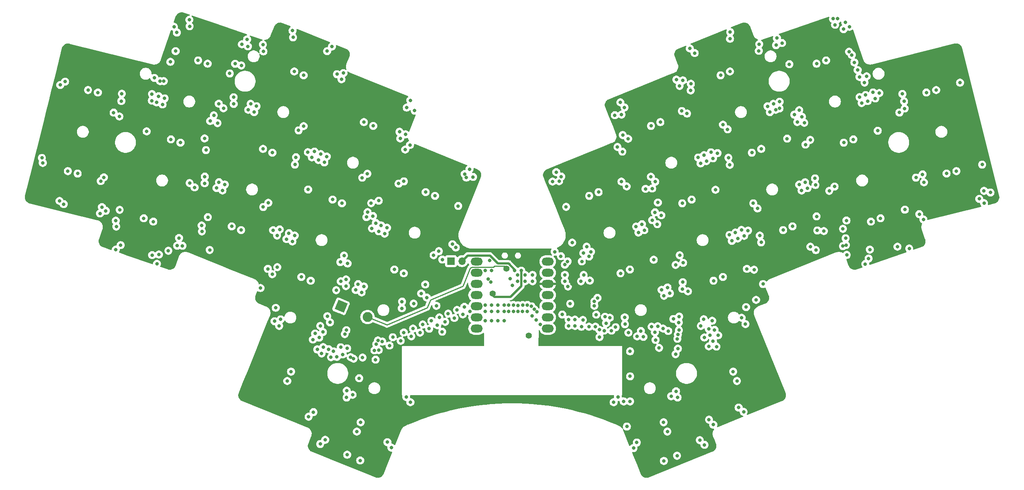
<source format=gbr>
%TF.GenerationSoftware,KiCad,Pcbnew,8.0.6-1.fc41*%
%TF.CreationDate,2024-11-30T15:40:14+11:00*%
%TF.ProjectId,katori,6b61746f-7269-42e6-9b69-6361645f7063,0.1*%
%TF.SameCoordinates,Original*%
%TF.FileFunction,Copper,L2,Inr*%
%TF.FilePolarity,Positive*%
%FSLAX46Y46*%
G04 Gerber Fmt 4.6, Leading zero omitted, Abs format (unit mm)*
G04 Created by KiCad (PCBNEW 8.0.6-1.fc41) date 2024-11-30 15:40:14*
%MOMM*%
%LPD*%
G01*
G04 APERTURE LIST*
G04 Aperture macros list*
%AMRotRect*
0 Rectangle, with rotation*
0 The origin of the aperture is its center*
0 $1 length*
0 $2 width*
0 $3 Rotation angle, in degrees counterclockwise*
0 Add horizontal line*
21,1,$1,$2,0,0,$3*%
G04 Aperture macros list end*
%TA.AperFunction,ComponentPad*%
%ADD10C,0.800000*%
%TD*%
%TA.AperFunction,ComponentPad*%
%ADD11O,2.750000X1.800000*%
%TD*%
%TA.AperFunction,ComponentPad*%
%ADD12C,1.397000*%
%TD*%
%TA.AperFunction,ComponentPad*%
%ADD13RotRect,2.250000X2.250000X68.000000*%
%TD*%
%TA.AperFunction,ComponentPad*%
%ADD14C,2.250000*%
%TD*%
%TA.AperFunction,ComponentPad*%
%ADD15R,1.700000X1.700000*%
%TD*%
%TA.AperFunction,ComponentPad*%
%ADD16O,1.700000X1.700000*%
%TD*%
%TA.AperFunction,ViaPad*%
%ADD17C,0.800000*%
%TD*%
%TA.AperFunction,Conductor*%
%ADD18C,0.500000*%
%TD*%
%TA.AperFunction,Conductor*%
%ADD19C,0.250000*%
%TD*%
G04 APERTURE END LIST*
D10*
%TO.N,COL3*%
%TO.C,SW23*%
X111359378Y-112264370D03*
%TO.N,ROW2*%
X113491900Y-113125968D03*
%TD*%
%TO.N,COL2*%
%TO.C,SW13*%
X102639786Y-83126217D03*
%TO.N,ROW1*%
X104772308Y-83987815D03*
%TD*%
D11*
%TO.N,ADC*%
%TO.C,U1*%
X151230091Y-108757957D03*
%TO.N,AMUX_SEL_0*%
X151230084Y-111297962D03*
%TO.N,AMUX_SEL_1*%
X151230089Y-113837951D03*
%TO.N,AMUX_SEL_2*%
X151230082Y-116377957D03*
%TO.N,APLEX_OUT*%
X151230087Y-118917972D03*
%TO.N,APLEX_EN1*%
X151230089Y-121457955D03*
%TO.N,APLEX_EN0*%
X151230090Y-123997960D03*
%TO.N,ROW3*%
X167420093Y-123997961D03*
%TO.N,ROW2*%
X167420100Y-121457956D03*
%TO.N,ROW1*%
X167420095Y-118917967D03*
%TO.N,ROW0*%
X167420102Y-116377961D03*
%TO.N,+3V3*%
X167420097Y-113837946D03*
%TO.N,GND*%
X167420095Y-111297963D03*
%TO.N,unconnected-(U1-5V-Pad14)*%
X167420094Y-108757958D03*
D12*
%TO.N,/NRST*%
X158048600Y-110352456D03*
%TO.N,+BATT*%
X154880093Y-116060954D03*
%TO.N,ADC_ENABLE*%
X163135096Y-125585951D03*
%TD*%
D10*
%TO.N,COL4*%
%TO.C,SW15*%
X132534633Y-110573633D03*
%TO.N,ROW1*%
X134667155Y-111435231D03*
%TD*%
%TO.N,COL8*%
%TO.C,SW9*%
X230779059Y-62991500D03*
%TO.N,ROW0*%
X228604367Y-63740306D03*
%TD*%
%TO.N,COL8*%
%TO.C,SW26*%
X243150654Y-98921208D03*
%TO.N,ROW2*%
X240975962Y-99670014D03*
%TD*%
%TO.N,COL7*%
%TO.C,SW8*%
X208892837Y-65509733D03*
%TO.N,ROW0*%
X206760315Y-66371331D03*
%TD*%
%TO.N,COL6*%
%TO.C,SW17*%
X200173244Y-94647890D03*
%TO.N,ROW1*%
X198040722Y-95509488D03*
%TD*%
%TO.N,COL3*%
%TO.C,SW4*%
X125594405Y-77031375D03*
%TO.N,ROW0*%
X127726927Y-77892973D03*
%TD*%
%TO.N,COL8*%
%TO.C,SW19*%
X236964845Y-80956343D03*
%TO.N,ROW1*%
X234790153Y-81705149D03*
%TD*%
%TO.N,ROW3*%
%TO.C,SW28*%
X123994722Y-147460504D03*
%TO.N,COL10*%
X124856320Y-145327982D03*
%TD*%
%TO.N,ROW3*%
%TO.C,SW27*%
X108157613Y-135938864D03*
%TO.N,COL10*%
X109019211Y-133806342D03*
%TD*%
%TO.N,COL9*%
%TO.C,SW10*%
X255820648Y-69740923D03*
%TO.N,ROW0*%
X253588968Y-70297343D03*
%TD*%
D13*
%TO.N,GND*%
%TO.C,RESET1*%
X120401542Y-118951403D03*
D14*
%TO.N,/NRST*%
X126428237Y-121386346D03*
%TD*%
D10*
%TO.N,COL6*%
%TO.C,SW24*%
X207290745Y-112264373D03*
%TO.N,ROW2*%
X205158223Y-113125971D03*
%TD*%
%TO.N,COL5*%
%TO.C,SW6*%
X178997996Y-92957156D03*
%TO.N,ROW0*%
X176865474Y-93818754D03*
%TD*%
%TO.N,COL6*%
%TO.C,SW7*%
X193055702Y-77031384D03*
%TO.N,ROW0*%
X190923180Y-77892982D03*
%TD*%
%TO.N,COL9*%
%TO.C,SW20*%
X260417185Y-88176565D03*
%TO.N,ROW1*%
X258185505Y-88732985D03*
%TD*%
%TO.N,COL0*%
%TO.C,SW1*%
X62829484Y-69740938D03*
%TO.N,ROW0*%
X65061164Y-70297358D03*
%TD*%
%TO.N,COL1*%
%TO.C,SW2*%
X87871083Y-62991481D03*
%TO.N,ROW0*%
X90045775Y-63740285D03*
%TD*%
%TO.N,COL7*%
%TO.C,SW25*%
X223127879Y-100742735D03*
%TO.N,ROW2*%
X220995357Y-101604333D03*
%TD*%
%TO.N,COL11*%
%TO.C,SW30*%
X209630930Y-133806336D03*
%TO.N,ROW3*%
X210492528Y-135938858D03*
%TD*%
%TO.N,COL7*%
%TO.C,SW18*%
X216010350Y-83126224D03*
%TO.N,ROW1*%
X213877828Y-83987822D03*
%TD*%
%TO.N,COL2*%
%TO.C,SW22*%
X95522260Y-100742725D03*
%TO.N,ROW2*%
X97654782Y-101604323D03*
%TD*%
D15*
%TO.N,GND*%
%TO.C,J2*%
X145406651Y-108668870D03*
D16*
%TO.N,/BATT_RAW*%
X147946661Y-108668871D03*
%TD*%
D10*
%TO.N,COL3*%
%TO.C,SW14*%
X118476918Y-94647865D03*
%TO.N,ROW1*%
X120609440Y-95509463D03*
%TD*%
%TO.N,COL5*%
%TO.C,SW16*%
X186115504Y-110573651D03*
%TO.N,ROW1*%
X183982982Y-111435249D03*
%TD*%
%TO.N,COL2*%
%TO.C,SW3*%
X109757312Y-65509746D03*
%TO.N,ROW0*%
X111889834Y-66371344D03*
%TD*%
%TO.N,COL4*%
%TO.C,SW5*%
X139652158Y-92957142D03*
%TO.N,ROW0*%
X141784680Y-93818740D03*
%TD*%
%TO.N,COL11*%
%TO.C,SW29*%
X193793814Y-145327967D03*
%TO.N,ROW3*%
X194655412Y-147460489D03*
%TD*%
%TO.N,COL0*%
%TO.C,SW11*%
X58232967Y-88176546D03*
%TO.N,ROW1*%
X60464647Y-88732966D03*
%TD*%
%TO.N,COL1*%
%TO.C,SW12*%
X81685275Y-80956340D03*
%TO.N,ROW1*%
X83859967Y-81705144D03*
%TD*%
%TO.N,COL1*%
%TO.C,SW21*%
X75499508Y-98921194D03*
%TO.N,ROW2*%
X77674200Y-99669998D03*
%TD*%
D17*
%TO.N,GND*%
X128255700Y-131089809D03*
X143422924Y-124725637D03*
X191542607Y-108355346D03*
X214383180Y-110629162D03*
X106447310Y-101456184D03*
X177261737Y-106528790D03*
X192452323Y-123498843D03*
X186164056Y-134873000D03*
X130865803Y-101075834D03*
X115255750Y-85655335D03*
X248131598Y-70616406D03*
X164825708Y-122096291D03*
X84314570Y-105182491D03*
X181552942Y-121561819D03*
X198189811Y-67543505D03*
X105894729Y-110025096D03*
X232809768Y-54883766D03*
X227178890Y-105373073D03*
X162766772Y-120094249D03*
X148910908Y-89647523D03*
X182427549Y-140779986D03*
X116807775Y-149306992D03*
X109332818Y-104185884D03*
X238372939Y-66752144D03*
X153866766Y-112752535D03*
X180263335Y-124488585D03*
X127656180Y-98412920D03*
X125630824Y-114433983D03*
X181933335Y-124488585D03*
X148113684Y-120783318D03*
X228247960Y-89826091D03*
X113757681Y-85063888D03*
X210669749Y-103509426D03*
X178753244Y-117028997D03*
X266277419Y-86703949D03*
X83042215Y-56639052D03*
X112843521Y-83876703D03*
X95982159Y-72895547D03*
X99278367Y-74213944D03*
X193247904Y-98227828D03*
X69131879Y-106050900D03*
X128786602Y-126723111D03*
X137155856Y-74424251D03*
X128978206Y-101877058D03*
X93649958Y-73893301D03*
X133971926Y-126786131D03*
X212412084Y-123000702D03*
X92077305Y-92037224D03*
X78957745Y-107173643D03*
X199134658Y-75083145D03*
X235401937Y-99411924D03*
X219329969Y-74224360D03*
X228762253Y-101688677D03*
X185788446Y-124934910D03*
X52330333Y-85173908D03*
X160676000Y-120094246D03*
X207292666Y-77593735D03*
X136380234Y-125763874D03*
X120230576Y-108870923D03*
X189204664Y-125891786D03*
X160691000Y-118719000D03*
X120316916Y-128277376D03*
X122584042Y-130530070D03*
X223537655Y-75338607D03*
X200864379Y-61312898D03*
X139003063Y-123075319D03*
X142303389Y-123249637D03*
X204122324Y-144749173D03*
X240726875Y-106039566D03*
X57606253Y-67815923D03*
X268158849Y-93039543D03*
X170751210Y-120819247D03*
X69964822Y-75749137D03*
X121798013Y-152724807D03*
X82761886Y-60866471D03*
X126180333Y-98646014D03*
X140448335Y-124037058D03*
X176815896Y-123594247D03*
X111894401Y-77935296D03*
X239754240Y-70860531D03*
X119474991Y-66132065D03*
X136914482Y-118331658D03*
X103854458Y-95384506D03*
X205830053Y-128126523D03*
X136182393Y-140779736D03*
X164995096Y-120215067D03*
X154191000Y-108535000D03*
X162253333Y-113247955D03*
X78879432Y-71150783D03*
X192352053Y-100270105D03*
X224216323Y-77021560D03*
X65549904Y-97803183D03*
X228345503Y-91337167D03*
X121777728Y-128532459D03*
X83528267Y-103405973D03*
X120506733Y-67269346D03*
X205055414Y-85276477D03*
X65999459Y-96376546D03*
X237203523Y-63452677D03*
X186164052Y-140584000D03*
X248696869Y-96952874D03*
X85938426Y-90890946D03*
X125298200Y-130602107D03*
X154629159Y-118644244D03*
X76171438Y-79140722D03*
X191202800Y-92138206D03*
X134674616Y-124912639D03*
X121076866Y-107395126D03*
X99023554Y-58203696D03*
X157548000Y-120094245D03*
X126404801Y-88769900D03*
X161749000Y-118644246D03*
X92294006Y-77249381D03*
X204069448Y-124081581D03*
X202027892Y-149411155D03*
X235987799Y-61006122D03*
X105541980Y-119282705D03*
X120331069Y-113268928D03*
X89368993Y-90943010D03*
X121535349Y-112828759D03*
X138644532Y-116022070D03*
X199995752Y-68310083D03*
X172991775Y-104458271D03*
X228607981Y-98490019D03*
X191884154Y-90598000D03*
X187689492Y-149933001D03*
X239686188Y-109318660D03*
X117242776Y-60873290D03*
X212565266Y-119125789D03*
X144093348Y-122489843D03*
X197353787Y-121274808D03*
X210867085Y-141991556D03*
X197939314Y-74505566D03*
X171335576Y-113247961D03*
X189697611Y-92212366D03*
X110141068Y-85023833D03*
X163736975Y-118956943D03*
X199336815Y-115543540D03*
X128335543Y-100013412D03*
X170431003Y-107542037D03*
X66426802Y-89590445D03*
X230260979Y-101826578D03*
X134234981Y-119411836D03*
X121514243Y-114341939D03*
X104752495Y-111651819D03*
X105842563Y-102819945D03*
X139905471Y-116950370D03*
X131433435Y-127863662D03*
X204090945Y-128061154D03*
X266714088Y-95475493D03*
X140955764Y-122246455D03*
X129521377Y-100532641D03*
X158576000Y-120094245D03*
X248511906Y-72309127D03*
X102729330Y-60944937D03*
X114364109Y-83731221D03*
X219578004Y-57906275D03*
X110732797Y-78904167D03*
X192763815Y-128411399D03*
X197050074Y-128577068D03*
X169367024Y-88405428D03*
X165770657Y-123064852D03*
X234601778Y-101308411D03*
X215158991Y-96676601D03*
X153179159Y-120094244D03*
X184996302Y-123023449D03*
X233396484Y-53518821D03*
X104938429Y-101628499D03*
X191072523Y-123573247D03*
X175100587Y-123594238D03*
X79218957Y-67705737D03*
X197240125Y-122634513D03*
X172030252Y-114444602D03*
X224643703Y-74311130D03*
X203005879Y-84540678D03*
X170024788Y-90468093D03*
X90086951Y-98662999D03*
X77357132Y-72160152D03*
X198146887Y-113463217D03*
X164381515Y-119601485D03*
X227163282Y-81082433D03*
X203093645Y-150484230D03*
X158576000Y-118644245D03*
X112919565Y-92371154D03*
X142778251Y-121472838D03*
X65729705Y-90444290D03*
X114981693Y-128759010D03*
X114003658Y-126508130D03*
X70251021Y-105019367D03*
X193879795Y-116543419D03*
X118692171Y-129200225D03*
X124761691Y-154039027D03*
X208851544Y-86762293D03*
X182694675Y-75463340D03*
X146790592Y-119769712D03*
X180451214Y-121323859D03*
X106657479Y-121910681D03*
X202204627Y-86428263D03*
X88687615Y-100546457D03*
X133495874Y-91026005D03*
X191181204Y-99335302D03*
X147063953Y-96122295D03*
X142653812Y-106409316D03*
X199758074Y-60261902D03*
X196516825Y-129833335D03*
X205384624Y-124315906D03*
X138365466Y-124921182D03*
X186164054Y-129183852D03*
X196967864Y-139705902D03*
X123254665Y-130855006D03*
X125087635Y-115778399D03*
X184714052Y-140584000D03*
X217985560Y-74767539D03*
X168522033Y-90568225D03*
X142093368Y-118820141D03*
X123036544Y-139087473D03*
X184491135Y-79958320D03*
X184415117Y-83750919D03*
X209325342Y-104052593D03*
X66874381Y-97212457D03*
X95071915Y-65955624D03*
X191810432Y-124838998D03*
X121899818Y-109202593D03*
X220745000Y-59037991D03*
X247007066Y-105376591D03*
X68651301Y-74876639D03*
X148544720Y-88834025D03*
X153221000Y-110756664D03*
X265618786Y-94483062D03*
X194841499Y-124574347D03*
X220158198Y-73902805D03*
X215557048Y-59290793D03*
X211500325Y-101584918D03*
X208949595Y-56555010D03*
X175187477Y-108729983D03*
X153179159Y-122185628D03*
X116600169Y-86198511D03*
X196528893Y-109523073D03*
X172176212Y-121960622D03*
X127412521Y-101230459D03*
X89346552Y-80735293D03*
X236099570Y-55332094D03*
X135348409Y-73727020D03*
X171335573Y-111797964D03*
X188624277Y-124562405D03*
X70405543Y-72243053D03*
X218786793Y-72879950D03*
X191834556Y-97564195D03*
X252717033Y-88916846D03*
X121662316Y-139696427D03*
X123743221Y-115235225D03*
X208906209Y-58063795D03*
X226534307Y-92055699D03*
X117886513Y-122597551D03*
X157548000Y-118644245D03*
X251210224Y-89650458D03*
X92620457Y-90692815D03*
X226078600Y-82137991D03*
X184902097Y-73694022D03*
X101165972Y-73412711D03*
X128412031Y-127566665D03*
X78510369Y-109272418D03*
X161702000Y-120094246D03*
X70025924Y-97003094D03*
X213016891Y-101723093D03*
X228440967Y-106156563D03*
X219374004Y-59510068D03*
X120772076Y-129892582D03*
X220174289Y-72386840D03*
X217442360Y-73423121D03*
X102625429Y-59389176D03*
X215457215Y-60802514D03*
X135215155Y-139589609D03*
X208534902Y-85138574D03*
X252912918Y-99183256D03*
X175608347Y-111827535D03*
X130322624Y-102420250D03*
X129792893Y-126984799D03*
X108531581Y-102298263D03*
X249688994Y-105795125D03*
X154508115Y-113393885D03*
X234751419Y-55870531D03*
X238855323Y-72703600D03*
X208782147Y-102708191D03*
X162805560Y-118644246D03*
X153179159Y-118640278D03*
X96294632Y-63745989D03*
X113012330Y-144076522D03*
X93421717Y-92580400D03*
X212126081Y-102921018D03*
X69268227Y-100789093D03*
X197458045Y-107334105D03*
X97833452Y-59327462D03*
X195224212Y-116000239D03*
X81577181Y-63315964D03*
X170493786Y-89437873D03*
X199957108Y-69824610D03*
X119437733Y-130458964D03*
X239983022Y-66610470D03*
X235203281Y-103462743D03*
X102695093Y-96343543D03*
X203066016Y-126050871D03*
X92574573Y-72828111D03*
X135057154Y-79826176D03*
X77377985Y-70650492D03*
X211541671Y-121537221D03*
X134703416Y-90498891D03*
X171610421Y-96323120D03*
X85939693Y-55232116D03*
X136166393Y-72082976D03*
X134998605Y-83287585D03*
X80067527Y-67700295D03*
X127997560Y-128963086D03*
X131838352Y-151104490D03*
X118330541Y-59826501D03*
X204857536Y-122239919D03*
X115798921Y-84310913D03*
X106313356Y-123401043D03*
X234608224Y-105228693D03*
X148456210Y-119062701D03*
X198075903Y-115008308D03*
X178292346Y-123594237D03*
X235459303Y-107257068D03*
X221899385Y-80796444D03*
X208354179Y-78685377D03*
X124525041Y-135316329D03*
X215674008Y-102850976D03*
X136790013Y-124014689D03*
X183957872Y-72525298D03*
X159348092Y-114206429D03*
X176843516Y-107612095D03*
X133874047Y-80749934D03*
X133704853Y-79233361D03*
X196853888Y-152946305D03*
X115656561Y-150272453D03*
X117273369Y-121193618D03*
X251979013Y-97977960D03*
X185715794Y-80821271D03*
X109483768Y-57737178D03*
X188067391Y-102157239D03*
X171953122Y-108729987D03*
X205108576Y-145890285D03*
X193854907Y-154129801D03*
X236616661Y-61748296D03*
X80250429Y-71622860D03*
X184201837Y-90567281D03*
X178039042Y-118821124D03*
X109875987Y-102841458D03*
X70522103Y-70572993D03*
X205024977Y-126882399D03*
X231484039Y-92669392D03*
X118102725Y-130526106D03*
X156098000Y-120094245D03*
X159618000Y-118644245D03*
X91443008Y-75484935D03*
X247448752Y-74853851D03*
X235295840Y-105003950D03*
X183399496Y-139584214D03*
X87082532Y-91894850D03*
X156098000Y-118644245D03*
X184951029Y-121445115D03*
X197433899Y-68797860D03*
X103739712Y-110417412D03*
X132168664Y-125976348D03*
X77420386Y-107303234D03*
X85876811Y-53721297D03*
X202931912Y-121898758D03*
X157548000Y-122185630D03*
X204560475Y-83911796D03*
X180718166Y-122782708D03*
X121688751Y-138143232D03*
X146182699Y-121602975D03*
X163981007Y-113247957D03*
X149722628Y-120100362D03*
X114505798Y-125147124D03*
X222402005Y-63850276D03*
X134277261Y-117875870D03*
X235127039Y-54362874D03*
X107988392Y-103642698D03*
X195522614Y-139399702D03*
X121247855Y-125282192D03*
X95952086Y-71380071D03*
X82386524Y-55345587D03*
X238383250Y-71332612D03*
X154671000Y-110756664D03*
X154629159Y-120094244D03*
X175527615Y-106829996D03*
X188868626Y-100269642D03*
X52534197Y-86311405D03*
X215995330Y-104399737D03*
X128981695Y-128904361D03*
X154629159Y-122185629D03*
X130946389Y-149861371D03*
X193672566Y-124016807D03*
X126429896Y-97506458D03*
X212010556Y-142971619D03*
X266690672Y-92665151D03*
X240226327Y-72231531D03*
X187764441Y-125773668D03*
X194681030Y-114655822D03*
X178039033Y-117821113D03*
X57293923Y-95700400D03*
X150430430Y-89510111D03*
X201661457Y-85083862D03*
X89661744Y-83384848D03*
X253036881Y-90719869D03*
X210126568Y-102164996D03*
X248646027Y-73931597D03*
X99204454Y-59799536D03*
X196009563Y-121822548D03*
X172176211Y-123410641D03*
X79778357Y-72993860D03*
X240438175Y-108072150D03*
X192490100Y-95324515D03*
X178461147Y-120845357D03*
X69146322Y-99467238D03*
X225809795Y-77195550D03*
X186947803Y-151208148D03*
X242509815Y-78985178D03*
X174995105Y-113247965D03*
X117542637Y-128708977D03*
X159649000Y-120094245D03*
X206205949Y-125547944D03*
X193336615Y-115198999D03*
X237957110Y-65180545D03*
X114113694Y-143032554D03*
X176283634Y-105379150D03*
X125212434Y-89678092D03*
X146499825Y-105565179D03*
X190897311Y-89449408D03*
X187524209Y-100812822D03*
X56491681Y-68583363D03*
X119300126Y-115281786D03*
X109367363Y-56204946D03*
X89392492Y-89422184D03*
X225291470Y-75808714D03*
X162253333Y-111797955D03*
X139566620Y-113976695D03*
X143429517Y-108320604D03*
X145756248Y-104816118D03*
X149627985Y-87747508D03*
X212736606Y-110423642D03*
X214195385Y-95500385D03*
X121616747Y-124369147D03*
X169014317Y-106542297D03*
X97714016Y-64128072D03*
X216425158Y-113869390D03*
X117143357Y-84854098D03*
X191962755Y-126599556D03*
X124286414Y-113890810D03*
X196629999Y-138277123D03*
X99821549Y-72869535D03*
X177010611Y-113097634D03*
X105268594Y-122349646D03*
X115985080Y-129670519D03*
X185391440Y-91663301D03*
X182875207Y-123698307D03*
X109904873Y-86690537D03*
X115418481Y-126077043D03*
X156098000Y-122185630D03*
X116337132Y-128241272D03*
X241457386Y-70274104D03*
X56340394Y-94962359D03*
X120943452Y-65872433D03*
X183301791Y-82699244D03*
X232695878Y-91696575D03*
X81104047Y-106310984D03*
X242888721Y-70422287D03*
X232336917Y-53513034D03*
X205600329Y-92429580D03*
X198236945Y-109046289D03*
X128969024Y-94916650D03*
X141462923Y-107314749D03*
X203549058Y-85885073D03*
X173626210Y-121960628D03*
X239516278Y-68027718D03*
X173626214Y-123410632D03*
X77922830Y-66963421D03*
X241946095Y-71639382D03*
X225991124Y-90711297D03*
X171331005Y-109466640D03*
X102060665Y-114792271D03*
X116277687Y-124799854D03*
X214838051Y-117482432D03*
X160553333Y-113247955D03*
X93964900Y-91235993D03*
X88739849Y-101911846D03*
X78407370Y-72521777D03*
X204344921Y-125534153D03*
X189411806Y-101614058D03*
X163892710Y-121163290D03*
X100622796Y-74757124D03*
X90512643Y-106122805D03*
X136093462Y-82239495D03*
X163981009Y-111797957D03*
X225189882Y-92598880D03*
X83115811Y-105158644D03*
X158852347Y-112681347D03*
X202267365Y-123407570D03*
X184210795Y-75318294D03*
X206060757Y-84088359D03*
X160553333Y-111797955D03*
X127249168Y-95478711D03*
X196684515Y-67369753D03*
X261251868Y-68054263D03*
X90619704Y-76777814D03*
X224646710Y-91254465D03*
X115670846Y-123408154D03*
X144776536Y-120624628D03*
%TO.N,+3V3*%
X172896078Y-113840632D03*
X201932334Y-129569667D03*
X120119121Y-120985242D03*
%TO.N,APLEX_OUT*%
X175439068Y-122048862D03*
%TO.N,/BATT_RAW*%
X159907610Y-110817389D03*
%TO.N,ADC_ENABLE*%
X172539060Y-118371103D03*
%TO.N,ROW3*%
X179189066Y-124288957D03*
X179209000Y-125938588D03*
X185437050Y-146293391D03*
%TO.N,+BATT*%
X161407609Y-110821666D03*
%TO.N,AMUX_SEL_1*%
X197044415Y-125352560D03*
%TO.N,AMUX_SEL_2*%
X197278495Y-124380345D03*
%TO.N,AMUX_SEL_0*%
X196930627Y-126346070D03*
%TD*%
D18*
%TO.N,/BATT_RAW*%
X156062039Y-109203957D02*
X154266042Y-107407960D01*
X156566000Y-109203957D02*
X156062039Y-109203957D01*
X153889631Y-107407960D02*
X150206654Y-107407963D01*
X154266042Y-107407960D02*
X153889631Y-107407960D01*
X159907610Y-110817389D02*
X159907611Y-110587241D01*
X158524324Y-109203955D02*
X156566000Y-109203957D01*
X150206654Y-107407963D02*
X149207575Y-107407963D01*
X149207575Y-107407963D02*
X147946661Y-108668872D01*
X159907611Y-110587241D02*
X158524324Y-109203955D01*
%TO.N,+BATT*%
X161407609Y-110821666D02*
X161403333Y-110825936D01*
X155292698Y-116768874D02*
X154880091Y-116356267D01*
X161403333Y-114351663D02*
X158986124Y-116768871D01*
X154880091Y-116356267D02*
X154880091Y-116060965D01*
X161403333Y-110825936D02*
X161403333Y-114351663D01*
X158986124Y-116768871D02*
X155292698Y-116768874D01*
D19*
%TO.N,/NRST*%
X155356043Y-109778956D02*
X157579353Y-109778958D01*
X148144531Y-114352394D02*
X149744634Y-110392004D01*
X126428237Y-121386346D02*
X130873251Y-123182248D01*
X140036295Y-119292766D02*
X140767115Y-117483923D01*
X149826522Y-110189323D02*
X150197947Y-110031665D01*
X150197947Y-110031665D02*
X155103333Y-110031664D01*
X155103333Y-110031664D02*
X155356043Y-109778956D01*
X157579353Y-109778958D02*
X158048603Y-110248208D01*
X149744634Y-110392004D02*
X149826522Y-110189323D01*
X130873251Y-123182248D02*
X140036295Y-119292766D01*
X158048603Y-110248208D02*
X158048602Y-110352458D01*
X140767115Y-117483923D02*
X148144531Y-114352394D01*
%TD*%
%TA.AperFunction,Conductor*%
%TO.N,+3V3*%
G36*
X84157392Y-52028085D02*
G01*
X84360474Y-52047626D01*
X84379627Y-52051002D01*
X84581716Y-52103248D01*
X84591017Y-52106047D01*
X85845009Y-52537832D01*
X85942942Y-52571553D01*
X85999920Y-52611991D01*
X86025991Y-52676814D01*
X86012877Y-52745442D01*
X85964741Y-52796086D01*
X85902571Y-52812797D01*
X85781324Y-52812797D01*
X85594525Y-52852502D01*
X85594523Y-52852503D01*
X85433345Y-52924264D01*
X85420057Y-52930180D01*
X85265556Y-53042432D01*
X85137770Y-53184354D01*
X85042284Y-53349740D01*
X85042281Y-53349747D01*
X85008286Y-53454374D01*
X84983269Y-53531369D01*
X84963307Y-53721297D01*
X84983269Y-53911225D01*
X84983270Y-53911228D01*
X85042281Y-54092846D01*
X85042284Y-54092853D01*
X85137771Y-54258241D01*
X85160579Y-54283572D01*
X85265552Y-54400158D01*
X85265554Y-54400160D01*
X85265557Y-54400162D01*
X85265558Y-54400163D01*
X85275484Y-54407375D01*
X85318150Y-54462702D01*
X85324131Y-54532315D01*
X85294751Y-54590664D01*
X85200651Y-54695173D01*
X85105166Y-54860559D01*
X85105163Y-54860566D01*
X85059911Y-54999839D01*
X85046151Y-55042188D01*
X85026189Y-55232116D01*
X85046151Y-55422044D01*
X85046152Y-55422047D01*
X85105163Y-55603665D01*
X85105166Y-55603672D01*
X85200653Y-55769060D01*
X85292018Y-55870531D01*
X85326861Y-55909229D01*
X85328440Y-55910982D01*
X85482941Y-56023234D01*
X85657405Y-56100910D01*
X85844206Y-56140616D01*
X86035180Y-56140616D01*
X86221981Y-56100910D01*
X86396445Y-56023234D01*
X86550946Y-55910982D01*
X86678733Y-55769060D01*
X86774220Y-55603672D01*
X86833235Y-55422044D01*
X86853197Y-55232116D01*
X86833235Y-55042188D01*
X86774220Y-54860560D01*
X86678733Y-54695172D01*
X86550946Y-54553250D01*
X86541018Y-54546037D01*
X86498352Y-54490709D01*
X86492372Y-54421095D01*
X86521753Y-54362747D01*
X86615851Y-54258241D01*
X86711338Y-54092853D01*
X86770353Y-53911225D01*
X86790315Y-53721297D01*
X86770353Y-53531369D01*
X86711338Y-53349741D01*
X86615851Y-53184353D01*
X86488064Y-53042431D01*
X86418422Y-52991833D01*
X86375758Y-52936504D01*
X86369779Y-52866890D01*
X86402385Y-52805095D01*
X86463224Y-52770738D01*
X86531679Y-52774271D01*
X92590708Y-54860566D01*
X98961029Y-57054047D01*
X99018007Y-57094485D01*
X99044078Y-57159308D01*
X99030964Y-57227936D01*
X98982828Y-57278580D01*
X98933630Y-57294611D01*
X98928065Y-57295196D01*
X98741268Y-57334901D01*
X98566800Y-57412579D01*
X98412299Y-57524831D01*
X98284513Y-57666753D01*
X98189027Y-57832139D01*
X98189024Y-57832146D01*
X98130013Y-58013764D01*
X98130012Y-58013768D01*
X98110050Y-58203696D01*
X98115416Y-58254755D01*
X98119491Y-58293521D01*
X98106921Y-58362251D01*
X98059189Y-58413274D01*
X97991449Y-58430392D01*
X97970393Y-58427773D01*
X97928939Y-58418962D01*
X97737965Y-58418962D01*
X97551166Y-58458667D01*
X97501733Y-58480676D01*
X97412552Y-58520382D01*
X97376698Y-58536345D01*
X97222197Y-58648597D01*
X97094411Y-58790519D01*
X96998925Y-58955905D01*
X96998922Y-58955912D01*
X96949561Y-59107831D01*
X96939910Y-59137534D01*
X96919948Y-59327462D01*
X96939910Y-59517390D01*
X96939911Y-59517393D01*
X96998922Y-59699011D01*
X96998925Y-59699018D01*
X97094412Y-59864406D01*
X97168322Y-59946491D01*
X97220548Y-60004495D01*
X97222199Y-60006328D01*
X97376700Y-60118580D01*
X97551164Y-60196256D01*
X97737965Y-60235962D01*
X97928939Y-60235962D01*
X98115740Y-60196256D01*
X98227510Y-60146492D01*
X98296758Y-60137208D01*
X98360035Y-60166836D01*
X98385330Y-60197770D01*
X98465414Y-60336480D01*
X98550482Y-60430958D01*
X98584896Y-60469179D01*
X98593201Y-60478402D01*
X98747702Y-60590654D01*
X98922166Y-60668330D01*
X99108967Y-60708036D01*
X99299941Y-60708036D01*
X99486742Y-60668330D01*
X99661206Y-60590654D01*
X99815707Y-60478402D01*
X99943494Y-60336480D01*
X100038981Y-60171092D01*
X100097996Y-59989464D01*
X100117958Y-59799536D01*
X100097996Y-59609608D01*
X100038981Y-59427980D01*
X99943494Y-59262592D01*
X99815707Y-59120670D01*
X99688154Y-59027997D01*
X99645490Y-58972668D01*
X99639511Y-58903054D01*
X99668891Y-58844708D01*
X99685673Y-58826069D01*
X99762594Y-58740640D01*
X99858081Y-58575252D01*
X99917096Y-58393624D01*
X99937058Y-58203696D01*
X99917096Y-58013768D01*
X99858081Y-57832140D01*
X99762594Y-57666752D01*
X99644025Y-57535068D01*
X99613796Y-57472078D01*
X99622421Y-57402742D01*
X99667163Y-57349077D01*
X99733815Y-57328119D01*
X99776547Y-57334853D01*
X102404405Y-58239699D01*
X102405344Y-58239920D01*
X102425581Y-58246874D01*
X102462458Y-58259545D01*
X102519462Y-58299946D01*
X102545575Y-58364753D01*
X102532505Y-58433389D01*
X102484403Y-58484064D01*
X102447944Y-58498105D01*
X102343143Y-58520381D01*
X102168675Y-58598059D01*
X102014174Y-58710311D01*
X101886388Y-58852233D01*
X101790902Y-59017619D01*
X101790899Y-59017626D01*
X101735665Y-59187620D01*
X101731887Y-59199248D01*
X101711925Y-59389176D01*
X101731887Y-59579104D01*
X101731888Y-59579107D01*
X101790899Y-59760725D01*
X101790902Y-59760732D01*
X101886389Y-59926120D01*
X101995239Y-60047010D01*
X102014175Y-60068041D01*
X102014177Y-60068043D01*
X102073363Y-60111044D01*
X102116029Y-60166374D01*
X102122008Y-60235987D01*
X102092628Y-60294334D01*
X101990289Y-60407993D01*
X101894803Y-60573380D01*
X101894800Y-60573387D01*
X101836697Y-60752211D01*
X101835788Y-60755009D01*
X101815826Y-60944937D01*
X101835788Y-61134865D01*
X101849466Y-61176962D01*
X101854400Y-61192145D01*
X101856395Y-61261987D01*
X101820315Y-61321820D01*
X101757614Y-61352648D01*
X101688200Y-61344684D01*
X101636151Y-61303349D01*
X101544329Y-61176967D01*
X101544325Y-61176962D01*
X101394006Y-61026643D01*
X101222040Y-60901704D01*
X101032634Y-60805197D01*
X101032633Y-60805196D01*
X101032632Y-60805196D01*
X100830463Y-60739507D01*
X100830461Y-60739506D01*
X100830460Y-60739506D01*
X100631764Y-60708036D01*
X100620507Y-60706253D01*
X100407933Y-60706253D01*
X100396676Y-60708036D01*
X100197980Y-60739506D01*
X99995805Y-60805197D01*
X99806399Y-60901704D01*
X99634433Y-61026643D01*
X99484110Y-61176966D01*
X99359171Y-61348932D01*
X99262664Y-61538338D01*
X99196973Y-61740513D01*
X99172136Y-61897328D01*
X99163720Y-61950466D01*
X99163720Y-62163040D01*
X99164482Y-62167853D01*
X99193820Y-62353087D01*
X99196974Y-62372996D01*
X99256874Y-62557349D01*
X99262664Y-62575167D01*
X99359171Y-62764573D01*
X99484110Y-62936539D01*
X99634433Y-63086862D01*
X99806399Y-63211801D01*
X99806401Y-63211802D01*
X99806404Y-63211804D01*
X99995808Y-63308310D01*
X100197977Y-63373999D01*
X100407933Y-63407253D01*
X100407934Y-63407253D01*
X100620506Y-63407253D01*
X100620507Y-63407253D01*
X100830463Y-63373999D01*
X101032632Y-63308310D01*
X101222036Y-63211804D01*
X101263867Y-63181412D01*
X101394006Y-63086862D01*
X101394008Y-63086859D01*
X101394012Y-63086857D01*
X101544324Y-62936545D01*
X101544326Y-62936541D01*
X101544329Y-62936539D01*
X101669268Y-62764573D01*
X101669267Y-62764573D01*
X101669271Y-62764569D01*
X101765777Y-62575165D01*
X101831466Y-62372996D01*
X101864720Y-62163040D01*
X101864720Y-61950466D01*
X101831466Y-61740510D01*
X101790584Y-61614691D01*
X101788590Y-61544855D01*
X101824670Y-61485022D01*
X101887371Y-61454193D01*
X101956785Y-61462157D01*
X102000666Y-61493405D01*
X102059159Y-61558368D01*
X102118077Y-61623803D01*
X102272578Y-61736055D01*
X102447042Y-61813731D01*
X102633843Y-61853437D01*
X102824817Y-61853437D01*
X103011618Y-61813731D01*
X103186082Y-61736055D01*
X103340583Y-61623803D01*
X103468370Y-61481881D01*
X103563857Y-61316493D01*
X103622872Y-61134865D01*
X103642834Y-60944937D01*
X103622872Y-60755009D01*
X103563857Y-60573381D01*
X103468370Y-60407993D01*
X103340583Y-60266071D01*
X103339895Y-60265571D01*
X103281395Y-60223067D01*
X103238729Y-60167737D01*
X103232751Y-60098124D01*
X103262131Y-60039778D01*
X103283076Y-60016516D01*
X103364469Y-59926120D01*
X103459956Y-59760732D01*
X103518971Y-59579104D01*
X103538933Y-59389176D01*
X103518971Y-59199248D01*
X103459956Y-59017620D01*
X103364469Y-58852232D01*
X103249410Y-58724446D01*
X103236683Y-58710311D01*
X103187086Y-58674276D01*
X103082181Y-58598058D01*
X102972054Y-58549026D01*
X102918819Y-58503778D01*
X102898497Y-58436929D01*
X102917542Y-58369705D01*
X102969908Y-58323449D01*
X103012273Y-58312170D01*
X103130493Y-58302400D01*
X103130495Y-58302399D01*
X103130500Y-58302399D01*
X103240131Y-58277824D01*
X103343033Y-58254758D01*
X103546996Y-58178322D01*
X103738500Y-58074546D01*
X103913902Y-57945405D01*
X104069864Y-57793355D01*
X104203419Y-57621290D01*
X104312026Y-57432484D01*
X104338685Y-57366631D01*
X104338750Y-57366550D01*
X104352895Y-57331536D01*
X104352896Y-57331536D01*
X104362085Y-57308791D01*
X104362084Y-57308789D01*
X104369444Y-57290573D01*
X104369451Y-57290546D01*
X104371851Y-57284606D01*
X105173297Y-55300943D01*
X105173308Y-55300929D01*
X105183505Y-55275684D01*
X105183506Y-55275684D01*
X105190871Y-55257449D01*
X105194865Y-55248584D01*
X105282043Y-55073697D01*
X105288066Y-55061613D01*
X105298086Y-55044935D01*
X105416555Y-54878825D01*
X105429051Y-54863931D01*
X105572057Y-54718395D01*
X105586725Y-54705643D01*
X105750741Y-54584272D01*
X105767219Y-54573974D01*
X105948207Y-54479756D01*
X105966100Y-54472161D01*
X106159595Y-54407421D01*
X106178461Y-54402718D01*
X106379692Y-54369049D01*
X106399070Y-54367355D01*
X106603086Y-54365584D01*
X106622480Y-54366941D01*
X106824275Y-54397113D01*
X106843222Y-54401490D01*
X107042501Y-54464341D01*
X107051627Y-54467618D01*
X107069850Y-54474982D01*
X107069850Y-54474981D01*
X107090334Y-54483259D01*
X107090349Y-54483262D01*
X107511028Y-54653228D01*
X108843702Y-55191665D01*
X108875792Y-55204630D01*
X108930576Y-55247995D01*
X108953219Y-55314094D01*
X108936531Y-55381942D01*
X108902227Y-55419919D01*
X108756108Y-55526081D01*
X108628322Y-55668003D01*
X108532836Y-55833389D01*
X108532833Y-55833396D01*
X108473822Y-56015014D01*
X108473821Y-56015018D01*
X108453859Y-56204946D01*
X108473821Y-56394874D01*
X108473822Y-56394877D01*
X108532833Y-56576495D01*
X108532836Y-56576502D01*
X108628323Y-56741890D01*
X108756110Y-56883812D01*
X108799576Y-56915392D01*
X108810049Y-56923001D01*
X108852715Y-56978331D01*
X108858694Y-57047944D01*
X108829314Y-57106291D01*
X108744727Y-57200235D01*
X108649241Y-57365621D01*
X108649238Y-57365628D01*
X108594189Y-57535053D01*
X108590226Y-57547250D01*
X108570264Y-57737178D01*
X108590226Y-57927106D01*
X108590227Y-57927109D01*
X108649238Y-58108727D01*
X108649241Y-58108734D01*
X108744728Y-58274122D01*
X108847058Y-58387772D01*
X108852684Y-58394020D01*
X108872515Y-58416044D01*
X109027016Y-58528296D01*
X109201480Y-58605972D01*
X109388281Y-58645678D01*
X109579255Y-58645678D01*
X109766056Y-58605972D01*
X109940520Y-58528296D01*
X110095021Y-58416044D01*
X110222808Y-58274122D01*
X110318295Y-58108734D01*
X110377310Y-57927106D01*
X110397272Y-57737178D01*
X110377310Y-57547250D01*
X110318295Y-57365622D01*
X110222808Y-57200234D01*
X110095021Y-57058312D01*
X110041078Y-57019120D01*
X109998415Y-56963792D01*
X109992436Y-56894179D01*
X110021815Y-56835834D01*
X110106403Y-56741890D01*
X110201890Y-56576502D01*
X110260905Y-56394874D01*
X110280867Y-56204946D01*
X110260905Y-56015018D01*
X110249287Y-55979264D01*
X110247291Y-55909425D01*
X110283371Y-55849592D01*
X110346071Y-55818762D01*
X110413668Y-55825974D01*
X117839130Y-58826069D01*
X117893914Y-58869434D01*
X117916557Y-58935533D01*
X117899869Y-59003381D01*
X117865565Y-59041358D01*
X117719286Y-59147636D01*
X117591500Y-59289558D01*
X117496014Y-59454944D01*
X117496011Y-59454951D01*
X117441590Y-59622443D01*
X117436999Y-59636573D01*
X117418905Y-59808730D01*
X117417037Y-59826503D01*
X117417176Y-59827826D01*
X117417037Y-59828586D01*
X117417037Y-59832999D01*
X117416230Y-59832999D01*
X117404608Y-59896556D01*
X117356877Y-59947581D01*
X117293856Y-59964790D01*
X117147289Y-59964790D01*
X116960490Y-60004495D01*
X116881243Y-60039778D01*
X116786977Y-60081748D01*
X116786022Y-60082173D01*
X116631521Y-60194425D01*
X116503735Y-60336347D01*
X116408249Y-60501733D01*
X116408246Y-60501740D01*
X116349235Y-60683358D01*
X116349234Y-60683362D01*
X116329272Y-60873290D01*
X116349234Y-61063218D01*
X116349235Y-61063221D01*
X116408246Y-61244839D01*
X116408249Y-61244846D01*
X116503736Y-61410234D01*
X116581543Y-61496647D01*
X116623336Y-61543064D01*
X116631523Y-61552156D01*
X116786024Y-61664408D01*
X116960488Y-61742084D01*
X117147289Y-61781790D01*
X117338263Y-61781790D01*
X117525064Y-61742084D01*
X117699528Y-61664408D01*
X117854029Y-61552156D01*
X117981816Y-61410234D01*
X118077303Y-61244846D01*
X118136318Y-61063218D01*
X118156280Y-60873290D01*
X118156141Y-60871966D01*
X118156280Y-60871205D01*
X118156280Y-60866791D01*
X118157087Y-60866791D01*
X118168708Y-60803236D01*
X118216438Y-60752211D01*
X118279461Y-60735001D01*
X118426028Y-60735001D01*
X118612829Y-60695295D01*
X118787293Y-60617619D01*
X118941794Y-60505367D01*
X119069581Y-60363445D01*
X119165068Y-60198057D01*
X119224083Y-60016429D01*
X119244045Y-59826501D01*
X119224083Y-59636573D01*
X119212397Y-59600610D01*
X119210403Y-59530771D01*
X119246483Y-59470938D01*
X119309184Y-59440109D01*
X119376779Y-59447321D01*
X121469681Y-60292912D01*
X121469709Y-60292930D01*
X121506647Y-60307849D01*
X121515511Y-60311839D01*
X121661725Y-60384713D01*
X121702505Y-60405038D01*
X121719187Y-60415059D01*
X121741491Y-60430964D01*
X121868844Y-60521781D01*
X121885298Y-60533514D01*
X121900207Y-60546022D01*
X122045734Y-60689004D01*
X122058503Y-60703690D01*
X122133643Y-60805221D01*
X122178972Y-60866471D01*
X122179871Y-60867685D01*
X122190185Y-60884188D01*
X122284401Y-61065156D01*
X122292005Y-61083069D01*
X122356747Y-61276544D01*
X122361455Y-61295427D01*
X122395127Y-61496647D01*
X122396823Y-61516033D01*
X122398600Y-61720046D01*
X122397242Y-61739460D01*
X122367076Y-61941239D01*
X122362697Y-61960201D01*
X122300096Y-62158694D01*
X122296807Y-62167853D01*
X122284680Y-62197864D01*
X122284677Y-62197875D01*
X121656616Y-63752321D01*
X121656612Y-63752329D01*
X121651939Y-63763896D01*
X121651938Y-63763898D01*
X121643676Y-63784352D01*
X121643675Y-63784355D01*
X121643672Y-63784361D01*
X121632696Y-63811527D01*
X121632523Y-63812114D01*
X121600819Y-63890598D01*
X121600600Y-63891139D01*
X121547497Y-64107080D01*
X121546786Y-64109973D01*
X121524661Y-64334230D01*
X121524661Y-64334234D01*
X121524661Y-64334237D01*
X121532108Y-64501680D01*
X121534673Y-64559368D01*
X121576618Y-64780779D01*
X121645033Y-64980508D01*
X121648135Y-65050309D01*
X121613007Y-65110706D01*
X121550803Y-65142524D01*
X121481271Y-65135661D01*
X121454839Y-65121009D01*
X121400208Y-65081317D01*
X121400204Y-65081315D01*
X121225740Y-65003639D01*
X121225738Y-65003638D01*
X121038939Y-64963933D01*
X120847965Y-64963933D01*
X120661166Y-65003638D01*
X120486698Y-65081316D01*
X120332197Y-65193568D01*
X120204414Y-65335486D01*
X120204408Y-65335494D01*
X120190469Y-65359636D01*
X120139900Y-65407849D01*
X120071293Y-65421069D01*
X120010199Y-65397949D01*
X119931743Y-65340947D01*
X119757279Y-65263271D01*
X119757277Y-65263270D01*
X119570478Y-65223565D01*
X119379504Y-65223565D01*
X119192705Y-65263270D01*
X119018237Y-65340948D01*
X118863736Y-65453200D01*
X118735950Y-65595122D01*
X118640464Y-65760508D01*
X118640461Y-65760515D01*
X118582123Y-65940062D01*
X118581449Y-65942137D01*
X118561487Y-66132065D01*
X118581449Y-66321993D01*
X118581450Y-66321996D01*
X118640461Y-66503614D01*
X118640464Y-66503621D01*
X118735951Y-66669009D01*
X118863738Y-66810931D01*
X119018239Y-66923183D01*
X119192703Y-67000859D01*
X119379504Y-67040565D01*
X119479559Y-67040565D01*
X119546598Y-67060250D01*
X119592353Y-67113054D01*
X119602879Y-67177524D01*
X119593229Y-67269346D01*
X119613191Y-67459274D01*
X119613192Y-67459277D01*
X119672203Y-67640895D01*
X119672206Y-67640902D01*
X119767693Y-67806290D01*
X119836819Y-67883062D01*
X119886759Y-67938527D01*
X119895480Y-67948212D01*
X120049981Y-68060464D01*
X120224445Y-68138140D01*
X120411246Y-68177846D01*
X120602220Y-68177846D01*
X120789021Y-68138140D01*
X120963485Y-68060464D01*
X121117986Y-67948212D01*
X121245773Y-67806290D01*
X121341260Y-67640902D01*
X121400275Y-67459274D01*
X121420237Y-67269346D01*
X121400275Y-67079418D01*
X121341260Y-66897790D01*
X121314587Y-66851592D01*
X121298115Y-66783693D01*
X121320968Y-66717666D01*
X121371541Y-66676313D01*
X121400200Y-66663553D01*
X121400200Y-66663552D01*
X121400204Y-66663551D01*
X121554705Y-66551299D01*
X121682492Y-66409377D01*
X121777979Y-66243989D01*
X121836994Y-66062361D01*
X121856956Y-65872433D01*
X121836994Y-65682505D01*
X121832662Y-65669175D01*
X121830666Y-65599336D01*
X121866745Y-65539502D01*
X121929445Y-65508673D01*
X121998860Y-65516636D01*
X122034310Y-65539382D01*
X122037373Y-65542185D01*
X122037377Y-65542189D01*
X122037380Y-65542192D01*
X122037383Y-65542194D01*
X122214065Y-65682069D01*
X122408852Y-65795378D01*
X122408859Y-65795382D01*
X122513323Y-65837600D01*
X122513324Y-65837600D01*
X122555458Y-65854628D01*
X122555538Y-65854646D01*
X135610667Y-71129272D01*
X135665451Y-71172637D01*
X135688094Y-71238736D01*
X135671406Y-71306584D01*
X135637102Y-71344561D01*
X135555138Y-71404111D01*
X135427352Y-71546033D01*
X135331866Y-71711419D01*
X135331863Y-71711426D01*
X135279853Y-71871497D01*
X135272851Y-71893048D01*
X135252889Y-72082976D01*
X135272851Y-72272904D01*
X135272852Y-72272907D01*
X135331863Y-72454525D01*
X135331866Y-72454532D01*
X135427350Y-72619916D01*
X135428595Y-72621629D01*
X135429008Y-72622788D01*
X135430602Y-72625548D01*
X135430097Y-72625839D01*
X135452078Y-72687435D01*
X135436257Y-72755489D01*
X135386153Y-72804187D01*
X135328281Y-72818520D01*
X135252922Y-72818520D01*
X135066123Y-72858225D01*
X135040720Y-72869535D01*
X134923064Y-72921919D01*
X134891655Y-72935903D01*
X134737154Y-73048155D01*
X134609368Y-73190077D01*
X134513882Y-73355463D01*
X134513879Y-73355470D01*
X134455521Y-73535078D01*
X134454867Y-73537092D01*
X134434905Y-73727020D01*
X134454867Y-73916948D01*
X134454868Y-73916951D01*
X134513879Y-74098569D01*
X134513882Y-74098576D01*
X134609369Y-74263964D01*
X134702438Y-74367328D01*
X134735342Y-74403872D01*
X134737156Y-74405886D01*
X134891657Y-74518138D01*
X135066121Y-74595814D01*
X135252922Y-74635520D01*
X135443896Y-74635520D01*
X135630697Y-74595814D01*
X135805161Y-74518138D01*
X135959662Y-74405886D01*
X136026537Y-74331613D01*
X136086020Y-74294968D01*
X136155877Y-74296297D01*
X136213925Y-74335183D01*
X136241735Y-74399280D01*
X136241913Y-74417753D01*
X136242352Y-74417753D01*
X136242352Y-74424247D01*
X136242352Y-74424251D01*
X136262314Y-74614179D01*
X136264298Y-74620286D01*
X136321326Y-74795800D01*
X136321329Y-74795807D01*
X136416816Y-74961195D01*
X136544603Y-75103117D01*
X136699104Y-75215369D01*
X136873568Y-75293045D01*
X137060369Y-75332751D01*
X137251341Y-75332751D01*
X137251343Y-75332751D01*
X137262397Y-75330401D01*
X137332062Y-75335714D01*
X137387798Y-75377849D01*
X137411905Y-75443428D01*
X137403152Y-75498141D01*
X135922488Y-79162944D01*
X135879123Y-79217728D01*
X135813024Y-79240371D01*
X135745177Y-79223683D01*
X135715368Y-79199466D01*
X135668407Y-79147310D01*
X135513906Y-79035058D01*
X135339442Y-78957382D01*
X135339440Y-78957381D01*
X135152641Y-78917676D01*
X134961667Y-78917676D01*
X134774867Y-78957381D01*
X134774860Y-78957383D01*
X134722078Y-78980883D01*
X134652828Y-78990167D01*
X134589552Y-78960537D01*
X134553714Y-78905920D01*
X134539383Y-78861813D01*
X134539381Y-78861809D01*
X134539380Y-78861805D01*
X134443893Y-78696417D01*
X134316106Y-78554495D01*
X134161605Y-78442243D01*
X133987141Y-78364567D01*
X133987139Y-78364566D01*
X133800340Y-78324861D01*
X133609366Y-78324861D01*
X133422567Y-78364566D01*
X133248099Y-78442244D01*
X133093598Y-78554496D01*
X132965812Y-78696418D01*
X132870326Y-78861804D01*
X132870323Y-78861811D01*
X132830239Y-78985178D01*
X132811311Y-79043433D01*
X132791349Y-79233361D01*
X132811311Y-79423289D01*
X132811312Y-79423292D01*
X132870323Y-79604910D01*
X132870326Y-79604917D01*
X132965813Y-79770305D01*
X133093600Y-79912227D01*
X133167162Y-79965673D01*
X133170928Y-79968409D01*
X133213594Y-80023739D01*
X133219573Y-80093352D01*
X133190193Y-80151699D01*
X133135006Y-80212990D01*
X133039520Y-80378377D01*
X133039517Y-80378384D01*
X132983369Y-80551191D01*
X132980505Y-80560006D01*
X132960543Y-80749934D01*
X132980505Y-80939862D01*
X132980506Y-80939865D01*
X133039517Y-81121483D01*
X133039520Y-81121490D01*
X133135007Y-81286878D01*
X133262794Y-81428800D01*
X133417295Y-81541052D01*
X133591759Y-81618728D01*
X133778560Y-81658434D01*
X133969534Y-81658434D01*
X134156335Y-81618728D01*
X134330799Y-81541052D01*
X134485300Y-81428800D01*
X134613087Y-81286878D01*
X134708574Y-81121490D01*
X134767589Y-80939862D01*
X134778529Y-80835765D01*
X134805112Y-80771156D01*
X134862409Y-80731170D01*
X134927630Y-80727441D01*
X134961667Y-80734676D01*
X134961668Y-80734676D01*
X135152641Y-80734676D01*
X135339442Y-80694970D01*
X135468042Y-80637713D01*
X135537290Y-80628429D01*
X135600567Y-80658057D01*
X135635784Y-80710808D01*
X135707355Y-80919739D01*
X135707355Y-80919740D01*
X135803062Y-81106849D01*
X135809979Y-81120371D01*
X135857635Y-81187752D01*
X135880275Y-81253850D01*
X135863585Y-81321697D01*
X135812863Y-81369750D01*
X135806833Y-81372632D01*
X135636710Y-81448376D01*
X135482207Y-81560630D01*
X135354421Y-81702552D01*
X135258935Y-81867938D01*
X135258932Y-81867945D01*
X135199921Y-82049563D01*
X135199920Y-82049567D01*
X135179958Y-82239495D01*
X135180230Y-82242086D01*
X135180234Y-82242118D01*
X135179958Y-82243627D01*
X135179958Y-82245993D01*
X135179526Y-82245993D01*
X135167668Y-82310849D01*
X135119938Y-82361874D01*
X135056914Y-82379085D01*
X134903118Y-82379085D01*
X134716319Y-82418790D01*
X134710477Y-82421391D01*
X134542314Y-82496262D01*
X134541851Y-82496468D01*
X134387350Y-82608720D01*
X134259564Y-82750642D01*
X134164078Y-82916028D01*
X134164075Y-82916035D01*
X134111020Y-83079322D01*
X134105063Y-83097657D01*
X134085101Y-83287585D01*
X134105063Y-83477513D01*
X134105064Y-83477516D01*
X134164075Y-83659134D01*
X134164078Y-83659141D01*
X134259565Y-83824529D01*
X134387352Y-83966451D01*
X134541853Y-84078703D01*
X134716317Y-84156379D01*
X134903118Y-84196085D01*
X135094092Y-84196085D01*
X135280893Y-84156379D01*
X135455357Y-84078703D01*
X135609858Y-83966451D01*
X135737645Y-83824529D01*
X135833132Y-83659141D01*
X135892147Y-83477513D01*
X135912109Y-83287585D01*
X135912109Y-83287581D01*
X135912109Y-83287577D01*
X135911833Y-83284950D01*
X135912109Y-83283441D01*
X135912109Y-83281086D01*
X135912540Y-83281086D01*
X135924406Y-83216221D01*
X135972140Y-83165199D01*
X136035154Y-83147995D01*
X136188949Y-83147995D01*
X136375750Y-83108289D01*
X136550214Y-83030613D01*
X136704715Y-82918361D01*
X136832502Y-82776439D01*
X136927989Y-82611051D01*
X136987004Y-82429423D01*
X137006966Y-82239495D01*
X136995609Y-82131439D01*
X137008177Y-82062715D01*
X137055909Y-82011690D01*
X137123649Y-81994572D01*
X137165377Y-82003510D01*
X146943713Y-85954199D01*
X149054232Y-86806901D01*
X149109016Y-86850266D01*
X149131659Y-86916365D01*
X149114971Y-86984212D01*
X149080667Y-87022189D01*
X149016735Y-87068639D01*
X149016731Y-87068642D01*
X148888944Y-87210565D01*
X148793458Y-87375951D01*
X148793455Y-87375958D01*
X148734444Y-87557576D01*
X148734443Y-87557580D01*
X148714481Y-87747508D01*
X148714481Y-87747509D01*
X148718796Y-87788565D01*
X148706226Y-87857294D01*
X148658494Y-87908318D01*
X148595475Y-87925525D01*
X148449233Y-87925525D01*
X148262434Y-87965230D01*
X148087966Y-88042908D01*
X147933465Y-88155160D01*
X147805679Y-88297082D01*
X147710193Y-88462468D01*
X147710190Y-88462475D01*
X147652081Y-88641317D01*
X147651178Y-88644097D01*
X147631216Y-88834025D01*
X147651178Y-89023953D01*
X147651179Y-89023956D01*
X147710190Y-89205574D01*
X147710193Y-89205581D01*
X147805680Y-89370969D01*
X147851794Y-89422184D01*
X147933464Y-89512889D01*
X147933467Y-89512891D01*
X147948093Y-89523517D01*
X147990760Y-89578845D01*
X147998531Y-89636795D01*
X147997404Y-89647520D01*
X147997404Y-89647523D01*
X148017366Y-89837451D01*
X148017367Y-89837454D01*
X148076378Y-90019072D01*
X148076381Y-90019079D01*
X148171868Y-90184467D01*
X148248260Y-90269309D01*
X148298782Y-90325420D01*
X148299655Y-90326389D01*
X148454156Y-90438641D01*
X148628620Y-90516317D01*
X148815421Y-90556023D01*
X149006395Y-90556023D01*
X149193196Y-90516317D01*
X149367660Y-90438641D01*
X149522161Y-90326389D01*
X149640503Y-90194955D01*
X149699988Y-90158308D01*
X149769845Y-90159638D01*
X149815617Y-90185773D01*
X149819168Y-90188970D01*
X149819175Y-90188975D01*
X149819177Y-90188977D01*
X149973678Y-90301229D01*
X150148142Y-90378905D01*
X150334943Y-90418611D01*
X150525917Y-90418611D01*
X150712718Y-90378905D01*
X150887182Y-90301229D01*
X151041683Y-90188977D01*
X151169470Y-90047055D01*
X151264957Y-89881667D01*
X151323972Y-89700039D01*
X151343934Y-89510111D01*
X151323972Y-89320183D01*
X151264957Y-89138555D01*
X151169470Y-88973167D01*
X151041683Y-88831245D01*
X150887182Y-88718993D01*
X150712718Y-88641317D01*
X150712716Y-88641316D01*
X150525917Y-88601611D01*
X150359962Y-88601611D01*
X150292923Y-88581926D01*
X150247168Y-88529122D01*
X150237224Y-88459964D01*
X150266249Y-88396408D01*
X150267812Y-88394639D01*
X150367025Y-88284452D01*
X150462512Y-88119064D01*
X150521527Y-87937436D01*
X150541489Y-87747508D01*
X150525770Y-87597958D01*
X150538339Y-87529234D01*
X150586071Y-87478210D01*
X150653811Y-87461092D01*
X150695542Y-87470031D01*
X150860389Y-87536633D01*
X151401511Y-87755259D01*
X151410358Y-87759244D01*
X151541189Y-87824466D01*
X151597337Y-87852457D01*
X151614010Y-87862474D01*
X151780119Y-87980947D01*
X151795015Y-87993446D01*
X151940539Y-88136446D01*
X151953301Y-88151127D01*
X152074657Y-88315126D01*
X152084970Y-88331629D01*
X152179169Y-88512585D01*
X152186771Y-88530496D01*
X152251507Y-88723976D01*
X152256215Y-88742858D01*
X152289882Y-88944074D01*
X152291577Y-88963459D01*
X152293350Y-89167460D01*
X152291992Y-89186873D01*
X152261825Y-89388651D01*
X152257446Y-89407611D01*
X152194621Y-89606821D01*
X152191334Y-89615977D01*
X147345107Y-101610791D01*
X147344957Y-101611301D01*
X147292631Y-101740838D01*
X147201703Y-102062571D01*
X147146186Y-102392250D01*
X147127132Y-102719145D01*
X147126731Y-102726016D01*
X147142737Y-103043451D01*
X147143567Y-103059916D01*
X147143568Y-103059926D01*
X147196495Y-103390026D01*
X147284891Y-103712449D01*
X147284892Y-103712453D01*
X147284894Y-103712458D01*
X147407720Y-104023405D01*
X147407724Y-104023414D01*
X147563524Y-104319205D01*
X147640829Y-104433816D01*
X147749381Y-104594755D01*
X147750471Y-104596370D01*
X147750476Y-104596378D01*
X147953241Y-104836130D01*
X147966369Y-104851652D01*
X148208658Y-105082022D01*
X148208661Y-105082024D01*
X148208665Y-105082028D01*
X148325020Y-105170771D01*
X148474491Y-105284772D01*
X148653513Y-105392808D01*
X148760733Y-105457513D01*
X149064015Y-105598212D01*
X149064029Y-105598217D01*
X149285125Y-105672903D01*
X149380756Y-105705207D01*
X149707231Y-105777240D01*
X150039589Y-105813461D01*
X150039718Y-105813461D01*
X150177297Y-105813472D01*
X150177327Y-105813476D01*
X150191730Y-105813475D01*
X150191731Y-105813476D01*
X150206187Y-105813475D01*
X150206602Y-105813476D01*
X150206712Y-105813475D01*
X150206753Y-105813476D01*
X150206853Y-105813475D01*
X150206957Y-105813474D01*
X168171329Y-105813462D01*
X168238368Y-105833147D01*
X168284123Y-105885950D01*
X168294067Y-105955109D01*
X168276501Y-105998555D01*
X168278526Y-105999725D01*
X168179790Y-106170740D01*
X168179787Y-106170747D01*
X168120776Y-106352365D01*
X168120775Y-106352369D01*
X168100813Y-106542297D01*
X168120775Y-106732225D01*
X168120866Y-106732506D01*
X168179787Y-106913846D01*
X168179790Y-106913853D01*
X168275277Y-107079241D01*
X168321693Y-107130791D01*
X168374509Y-107189450D01*
X168404739Y-107252442D01*
X168396113Y-107321777D01*
X168351372Y-107375442D01*
X168284719Y-107396400D01*
X168244040Y-107390353D01*
X168224918Y-107384139D01*
X168023743Y-107352277D01*
X168005945Y-107349458D01*
X166834243Y-107349458D01*
X166816445Y-107352277D01*
X166615269Y-107384140D01*
X166404413Y-107452651D01*
X166206878Y-107553301D01*
X166113543Y-107621114D01*
X166027518Y-107683615D01*
X166027516Y-107683617D01*
X166027515Y-107683617D01*
X165870753Y-107840379D01*
X165870753Y-107840380D01*
X165870751Y-107840382D01*
X165827841Y-107899442D01*
X165740437Y-108019742D01*
X165639787Y-108217277D01*
X165571276Y-108428133D01*
X165540216Y-108624241D01*
X165536594Y-108647107D01*
X165536594Y-108868809D01*
X165544689Y-108919918D01*
X165571276Y-109087782D01*
X165639787Y-109298638D01*
X165695942Y-109408847D01*
X165740437Y-109496173D01*
X165870751Y-109675534D01*
X166027518Y-109832301D01*
X166158745Y-109927643D01*
X166201409Y-109982972D01*
X166207388Y-110052585D01*
X166174782Y-110114380D01*
X166158744Y-110128277D01*
X166027525Y-110223615D01*
X166027516Y-110223622D01*
X165870754Y-110380384D01*
X165870754Y-110380385D01*
X165870752Y-110380387D01*
X165847452Y-110412457D01*
X165740438Y-110559747D01*
X165639788Y-110757282D01*
X165571277Y-110968138D01*
X165536595Y-111187112D01*
X165536595Y-111408814D01*
X165564581Y-111585508D01*
X165571277Y-111627787D01*
X165639788Y-111838643D01*
X165740437Y-112036177D01*
X165740438Y-112036178D01*
X165870752Y-112215539D01*
X166027519Y-112372306D01*
X166165961Y-112472891D01*
X166208626Y-112528220D01*
X166214605Y-112597834D01*
X166181999Y-112659629D01*
X166165961Y-112673526D01*
X166033056Y-112770088D01*
X166033055Y-112770088D01*
X165877239Y-112925904D01*
X165747710Y-113104185D01*
X165647664Y-113300535D01*
X165579570Y-113510107D01*
X165579570Y-113510110D01*
X165567242Y-113587946D01*
X166512085Y-113587946D01*
X166479172Y-113644953D01*
X166445097Y-113772120D01*
X166445097Y-113903772D01*
X166479172Y-114030939D01*
X166512085Y-114087946D01*
X165567242Y-114087946D01*
X165579570Y-114165781D01*
X165579570Y-114165784D01*
X165647664Y-114375356D01*
X165747710Y-114571706D01*
X165877239Y-114749987D01*
X166033055Y-114905803D01*
X166165986Y-115002384D01*
X166208651Y-115057714D01*
X166214630Y-115127328D01*
X166182024Y-115189123D01*
X166165986Y-115203020D01*
X166027524Y-115303619D01*
X165870761Y-115460382D01*
X165870761Y-115460383D01*
X165870759Y-115460385D01*
X165824092Y-115524616D01*
X165740445Y-115639745D01*
X165639795Y-115837280D01*
X165571284Y-116048136D01*
X165553685Y-116159252D01*
X165536602Y-116267110D01*
X165536602Y-116488812D01*
X165550084Y-116573932D01*
X165571284Y-116707785D01*
X165639795Y-116918641D01*
X165737748Y-117110882D01*
X165740445Y-117116176D01*
X165870759Y-117295537D01*
X166027526Y-117452304D01*
X166158749Y-117547644D01*
X166201414Y-117602973D01*
X166207393Y-117672587D01*
X166174787Y-117734382D01*
X166158749Y-117748279D01*
X166027517Y-117843625D01*
X165870754Y-118000388D01*
X165870754Y-118000389D01*
X165870752Y-118000391D01*
X165827225Y-118060300D01*
X165740438Y-118179751D01*
X165639788Y-118377286D01*
X165571277Y-118588142D01*
X165546254Y-118746134D01*
X165536595Y-118807116D01*
X165536595Y-119028818D01*
X165551476Y-119122774D01*
X165571277Y-119247792D01*
X165571278Y-119247799D01*
X165572329Y-119251032D01*
X165572366Y-119252329D01*
X165572416Y-119252538D01*
X165572372Y-119252548D01*
X165574324Y-119320873D01*
X165538243Y-119380706D01*
X165475541Y-119411533D01*
X165406127Y-119403568D01*
X165403963Y-119402629D01*
X165303876Y-119358068D01*
X165300297Y-119356474D01*
X165247061Y-119311225D01*
X165232804Y-119281517D01*
X165216042Y-119229929D01*
X165120555Y-119064541D01*
X164992768Y-118922619D01*
X164838267Y-118810367D01*
X164663803Y-118732691D01*
X164663802Y-118732690D01*
X164662282Y-118732014D01*
X164609045Y-118686763D01*
X164594787Y-118657051D01*
X164571505Y-118585395D01*
X164571503Y-118585391D01*
X164571502Y-118585387D01*
X164476015Y-118419999D01*
X164348228Y-118278077D01*
X164193727Y-118165825D01*
X164019263Y-118088149D01*
X164019261Y-118088148D01*
X163832462Y-118048443D01*
X163641488Y-118048443D01*
X163585705Y-118060299D01*
X163516040Y-118054983D01*
X163467777Y-118021981D01*
X163416817Y-117965384D01*
X163416815Y-117965382D01*
X163416814Y-117965381D01*
X163416813Y-117965380D01*
X163262312Y-117853128D01*
X163087848Y-117775452D01*
X163087846Y-117775451D01*
X162901047Y-117735746D01*
X162710073Y-117735746D01*
X162523274Y-117775451D01*
X162348807Y-117853127D01*
X162343182Y-117856376D01*
X162342348Y-117854932D01*
X162284348Y-117875621D01*
X162216296Y-117859790D01*
X162207494Y-117854133D01*
X162205752Y-117853127D01*
X162048234Y-117782997D01*
X162031288Y-117775452D01*
X162031286Y-117775451D01*
X161844487Y-117735746D01*
X161653513Y-117735746D01*
X161466714Y-117775451D01*
X161292247Y-117853127D01*
X161292246Y-117853128D01*
X161231467Y-117897287D01*
X161165661Y-117920767D01*
X161108147Y-117910249D01*
X161096861Y-117905224D01*
X160973288Y-117850206D01*
X160973286Y-117850205D01*
X160786487Y-117810500D01*
X160595513Y-117810500D01*
X160408713Y-117850205D01*
X160408710Y-117850206D01*
X160264551Y-117914389D01*
X160195301Y-117923673D01*
X160141232Y-117901427D01*
X160074756Y-117853129D01*
X160074752Y-117853127D01*
X159900288Y-117775451D01*
X159900286Y-117775450D01*
X159713487Y-117735745D01*
X159522513Y-117735745D01*
X159335714Y-117775450D01*
X159161239Y-117853131D01*
X159158988Y-117854431D01*
X159157522Y-117854786D01*
X159155311Y-117855771D01*
X159155130Y-117855366D01*
X159091086Y-117870896D01*
X159038791Y-117855540D01*
X159038689Y-117855771D01*
X159036971Y-117855006D01*
X159035012Y-117854431D01*
X159032760Y-117853131D01*
X159032753Y-117853128D01*
X159032752Y-117853127D01*
X158858288Y-117775451D01*
X158858286Y-117775450D01*
X158845163Y-117772661D01*
X158783681Y-117739469D01*
X158749905Y-117678306D01*
X158754557Y-117608591D01*
X158796162Y-117552459D01*
X158861509Y-117527730D01*
X158870941Y-117527371D01*
X159060831Y-117527371D01*
X159060833Y-117527371D01*
X159159417Y-117507760D01*
X159207371Y-117498222D01*
X159345409Y-117441045D01*
X159469640Y-117358036D01*
X159575289Y-117252387D01*
X159575290Y-117252386D01*
X161992498Y-114835179D01*
X162030313Y-114778584D01*
X162075507Y-114710947D01*
X162111558Y-114623911D01*
X162132684Y-114572910D01*
X162158206Y-114444602D01*
X162161833Y-114426369D01*
X162161833Y-114280455D01*
X162181518Y-114213416D01*
X162234322Y-114167661D01*
X162285833Y-114156455D01*
X162348820Y-114156455D01*
X162535621Y-114116749D01*
X162710085Y-114039073D01*
X162864586Y-113926821D01*
X162992373Y-113784899D01*
X163009781Y-113754746D01*
X163060347Y-113706530D01*
X163128954Y-113693306D01*
X163193819Y-113719273D01*
X163224556Y-113754745D01*
X163241966Y-113784899D01*
X163241965Y-113784899D01*
X163360988Y-113917087D01*
X163369754Y-113926823D01*
X163524255Y-114039075D01*
X163698719Y-114116751D01*
X163885520Y-114156457D01*
X164076494Y-114156457D01*
X164263295Y-114116751D01*
X164437759Y-114039075D01*
X164592260Y-113926823D01*
X164720047Y-113784901D01*
X164815534Y-113619513D01*
X164874549Y-113437885D01*
X164894511Y-113247957D01*
X164874549Y-113058029D01*
X164815534Y-112876401D01*
X164720047Y-112711013D01*
X164625430Y-112605930D01*
X164595200Y-112542938D01*
X164603825Y-112473603D01*
X164625430Y-112439986D01*
X164644534Y-112418769D01*
X164720049Y-112334901D01*
X164815536Y-112169513D01*
X164874551Y-111987885D01*
X164894513Y-111797957D01*
X164874551Y-111608029D01*
X164815536Y-111426401D01*
X164720049Y-111261013D01*
X164592262Y-111119091D01*
X164437761Y-111006839D01*
X164263297Y-110929163D01*
X164263295Y-110929162D01*
X164076496Y-110889457D01*
X163885522Y-110889457D01*
X163698723Y-110929162D01*
X163642141Y-110954354D01*
X163524262Y-111006837D01*
X163524255Y-111006840D01*
X163369754Y-111119092D01*
X163241968Y-111261013D01*
X163224557Y-111291170D01*
X163173990Y-111339384D01*
X163105382Y-111352606D01*
X163040518Y-111326637D01*
X163009784Y-111291169D01*
X162992373Y-111261011D01*
X162864586Y-111119089D01*
X162710085Y-111006837D01*
X162535621Y-110929161D01*
X162535619Y-110929160D01*
X162535618Y-110929160D01*
X162415890Y-110903711D01*
X162354408Y-110870518D01*
X162320632Y-110809355D01*
X162318351Y-110795392D01*
X162301151Y-110631738D01*
X162242136Y-110450110D01*
X162146649Y-110284722D01*
X162025509Y-110150182D01*
X162018863Y-110142801D01*
X161970553Y-110107701D01*
X161864361Y-110030548D01*
X161689897Y-109952872D01*
X161689895Y-109952871D01*
X161503096Y-109913166D01*
X161312122Y-109913166D01*
X161125323Y-109952871D01*
X161125321Y-109952872D01*
X160963103Y-110025096D01*
X160950855Y-110030549D01*
X160796353Y-110142802D01*
X160751683Y-110192413D01*
X160692196Y-110229061D01*
X160622339Y-110227730D01*
X160567384Y-110192412D01*
X160529360Y-110150182D01*
X160518411Y-110136105D01*
X160496777Y-110103726D01*
X160418147Y-110025096D01*
X160391130Y-109998078D01*
X160391129Y-109998077D01*
X160388018Y-109994966D01*
X160388004Y-109994953D01*
X159120562Y-108727512D01*
X159120557Y-108727506D01*
X159040156Y-108647106D01*
X159040156Y-108647105D01*
X159040154Y-108647104D01*
X159007842Y-108614791D01*
X159007841Y-108614790D01*
X158883604Y-108531778D01*
X158745574Y-108474605D01*
X158745562Y-108474602D01*
X158599032Y-108445455D01*
X158599029Y-108445455D01*
X158449619Y-108445455D01*
X158449618Y-108445455D01*
X156491293Y-108445457D01*
X156427582Y-108445457D01*
X156360543Y-108425772D01*
X156339901Y-108409138D01*
X155393198Y-107462434D01*
X156957102Y-107462434D01*
X156984021Y-107597761D01*
X156984024Y-107597771D01*
X157036824Y-107725243D01*
X157036831Y-107725256D01*
X157113488Y-107839980D01*
X157113491Y-107839984D01*
X157211057Y-107937550D01*
X157211061Y-107937553D01*
X157325785Y-108014210D01*
X157325798Y-108014217D01*
X157414896Y-108051122D01*
X157453275Y-108067019D01*
X157453279Y-108067019D01*
X157453280Y-108067020D01*
X157588607Y-108093939D01*
X157588610Y-108093939D01*
X157726598Y-108093939D01*
X157817644Y-108075828D01*
X157861931Y-108067019D01*
X157989414Y-108014214D01*
X158104145Y-107937553D01*
X158201717Y-107839981D01*
X158278378Y-107725250D01*
X158331183Y-107597767D01*
X158341641Y-107545192D01*
X158358103Y-107462436D01*
X159957100Y-107462436D01*
X159984019Y-107597763D01*
X159984022Y-107597773D01*
X160036822Y-107725245D01*
X160036829Y-107725258D01*
X160113486Y-107839982D01*
X160113489Y-107839986D01*
X160211055Y-107937552D01*
X160211059Y-107937555D01*
X160325783Y-108014212D01*
X160325796Y-108014219D01*
X160414889Y-108051122D01*
X160453273Y-108067021D01*
X160453277Y-108067021D01*
X160453278Y-108067022D01*
X160588605Y-108093941D01*
X160588608Y-108093941D01*
X160726596Y-108093941D01*
X160817642Y-108075830D01*
X160861929Y-108067021D01*
X160989412Y-108014216D01*
X161104143Y-107937555D01*
X161201715Y-107839983D01*
X161278376Y-107725252D01*
X161331181Y-107597769D01*
X161342558Y-107540572D01*
X161358101Y-107462436D01*
X161358101Y-107324445D01*
X161331182Y-107189118D01*
X161331181Y-107189117D01*
X161331181Y-107189113D01*
X161323466Y-107170487D01*
X161278379Y-107061636D01*
X161278372Y-107061623D01*
X161201715Y-106946899D01*
X161201712Y-106946895D01*
X161104146Y-106849329D01*
X161104142Y-106849326D01*
X160989418Y-106772669D01*
X160989405Y-106772662D01*
X160861933Y-106719862D01*
X160861923Y-106719859D01*
X160726596Y-106692941D01*
X160726594Y-106692941D01*
X160588608Y-106692941D01*
X160588606Y-106692941D01*
X160453278Y-106719859D01*
X160453268Y-106719862D01*
X160325796Y-106772662D01*
X160325783Y-106772669D01*
X160211059Y-106849326D01*
X160211055Y-106849329D01*
X160113489Y-106946895D01*
X160113486Y-106946899D01*
X160036829Y-107061623D01*
X160036822Y-107061636D01*
X159984022Y-107189108D01*
X159984019Y-107189118D01*
X159957101Y-107324445D01*
X159957101Y-107324446D01*
X159957101Y-107324448D01*
X159957101Y-107462434D01*
X159957101Y-107462436D01*
X159957100Y-107462436D01*
X158358103Y-107462436D01*
X158358103Y-107462434D01*
X158358103Y-107324443D01*
X158331184Y-107189116D01*
X158331183Y-107189113D01*
X158331183Y-107189111D01*
X158307026Y-107130791D01*
X158278381Y-107061634D01*
X158278374Y-107061621D01*
X158201717Y-106946897D01*
X158201714Y-106946893D01*
X158104148Y-106849327D01*
X158104144Y-106849324D01*
X157989420Y-106772667D01*
X157989407Y-106772660D01*
X157861935Y-106719860D01*
X157861925Y-106719857D01*
X157726598Y-106692939D01*
X157726596Y-106692939D01*
X157588610Y-106692939D01*
X157588608Y-106692939D01*
X157453280Y-106719857D01*
X157453270Y-106719860D01*
X157325798Y-106772660D01*
X157325785Y-106772667D01*
X157211061Y-106849324D01*
X157211057Y-106849327D01*
X157113491Y-106946893D01*
X157113488Y-106946897D01*
X157036831Y-107061621D01*
X157036824Y-107061634D01*
X156984024Y-107189106D01*
X156984021Y-107189116D01*
X156957103Y-107324443D01*
X156957103Y-107324445D01*
X156957103Y-107324446D01*
X156957103Y-107462432D01*
X156957103Y-107462434D01*
X156957102Y-107462434D01*
X155393198Y-107462434D01*
X154749560Y-106818796D01*
X154749559Y-106818795D01*
X154655239Y-106755773D01*
X154625326Y-106735786D01*
X154617407Y-106732506D01*
X154487289Y-106678609D01*
X154487281Y-106678607D01*
X154395837Y-106660418D01*
X154359111Y-106653112D01*
X154340749Y-106649460D01*
X154340748Y-106649460D01*
X153814925Y-106649460D01*
X153814924Y-106649460D01*
X150131947Y-106649463D01*
X149132867Y-106649463D01*
X148986334Y-106678610D01*
X148986324Y-106678613D01*
X148848297Y-106735785D01*
X148848284Y-106735792D01*
X148724059Y-106818797D01*
X148724055Y-106818800D01*
X148623163Y-106919693D01*
X148623163Y-106919694D01*
X148252839Y-107290014D01*
X148191515Y-107323498D01*
X148144749Y-107324641D01*
X148059230Y-107310371D01*
X147834092Y-107310371D01*
X147612023Y-107347427D01*
X147399091Y-107420527D01*
X147399080Y-107420532D01*
X147201088Y-107527679D01*
X147201083Y-107527683D01*
X147023422Y-107665963D01*
X146960202Y-107734638D01*
X146900314Y-107770628D01*
X146830476Y-107768527D01*
X146772861Y-107729002D01*
X146752792Y-107693988D01*
X146707540Y-107572666D01*
X146701223Y-107564228D01*
X146619912Y-107455609D01*
X146502855Y-107367981D01*
X146500059Y-107366938D01*
X146365854Y-107316881D01*
X146305305Y-107310370D01*
X146305289Y-107310370D01*
X144508013Y-107310370D01*
X144507996Y-107310370D01*
X144447448Y-107316881D01*
X144447446Y-107316881D01*
X144310446Y-107367981D01*
X144240254Y-107420527D01*
X144197342Y-107452651D01*
X144193389Y-107455610D01*
X144122630Y-107550131D01*
X144066696Y-107592001D01*
X143997004Y-107596985D01*
X143950478Y-107576137D01*
X143903544Y-107542037D01*
X143886269Y-107529486D01*
X143711805Y-107451810D01*
X143711803Y-107451809D01*
X143525004Y-107412104D01*
X143334030Y-107412104D01*
X143150679Y-107451076D01*
X143081012Y-107445760D01*
X143071726Y-107438739D01*
X143066978Y-107460077D01*
X143017339Y-107509247D01*
X143008867Y-107513412D01*
X142972764Y-107529486D01*
X142818262Y-107641739D01*
X142690476Y-107783661D01*
X142594990Y-107949047D01*
X142594987Y-107949054D01*
X142537539Y-108125862D01*
X142535975Y-108130676D01*
X142516013Y-108320604D01*
X142535975Y-108510532D01*
X142535976Y-108510535D01*
X142594987Y-108692153D01*
X142594990Y-108692160D01*
X142690477Y-108857548D01*
X142818264Y-108999470D01*
X142972765Y-109111722D01*
X143147229Y-109189398D01*
X143334030Y-109229104D01*
X143525004Y-109229104D01*
X143711805Y-109189398D01*
X143873718Y-109117309D01*
X143942966Y-109108026D01*
X144006242Y-109137654D01*
X144043455Y-109196789D01*
X144048151Y-109230590D01*
X144048151Y-109567524D01*
X144054662Y-109628072D01*
X144054662Y-109628074D01*
X144102166Y-109755434D01*
X144105762Y-109765074D01*
X144193390Y-109882131D01*
X144310447Y-109969759D01*
X144447450Y-110020859D01*
X144474701Y-110023788D01*
X144507996Y-110027369D01*
X144508013Y-110027370D01*
X146305289Y-110027370D01*
X146305305Y-110027369D01*
X146332343Y-110024461D01*
X146365852Y-110020859D01*
X146502855Y-109969759D01*
X146619912Y-109882131D01*
X146707540Y-109765074D01*
X146752792Y-109643748D01*
X146794662Y-109587819D01*
X146860126Y-109563402D01*
X146928399Y-109578254D01*
X146960201Y-109603103D01*
X147023417Y-109671773D01*
X147023422Y-109671778D01*
X147065920Y-109704856D01*
X147201085Y-109810060D01*
X147399087Y-109917213D01*
X147612026Y-109990315D01*
X147834092Y-110027371D01*
X148059230Y-110027371D01*
X148281296Y-109990315D01*
X148494235Y-109917213D01*
X148692237Y-109810060D01*
X148869901Y-109671777D01*
X148993925Y-109537052D01*
X149022376Y-109506147D01*
X149022377Y-109506145D01*
X149022383Y-109506139D01*
X149145521Y-109317662D01*
X149193025Y-109209362D01*
X149237979Y-109155878D01*
X149304715Y-109135187D01*
X149372043Y-109153861D01*
X149418587Y-109205971D01*
X149424511Y-109220854D01*
X149449784Y-109298637D01*
X149544248Y-109484031D01*
X149557144Y-109552700D01*
X149530868Y-109617441D01*
X149503553Y-109642822D01*
X149475326Y-109662042D01*
X149458047Y-109673807D01*
X149419832Y-109699827D01*
X149418410Y-109700795D01*
X149394472Y-109725155D01*
X149375191Y-109744775D01*
X149375189Y-109744777D01*
X149331287Y-109789450D01*
X149330955Y-109789784D01*
X149328534Y-109793143D01*
X149326973Y-109795857D01*
X149317662Y-109810060D01*
X149262533Y-109894145D01*
X149262527Y-109894153D01*
X149262520Y-109894167D01*
X149248996Y-109927642D01*
X149240531Y-109948595D01*
X149218314Y-110003584D01*
X149182064Y-110093306D01*
X149180636Y-110096840D01*
X147674699Y-113824159D01*
X147631334Y-113878943D01*
X147608179Y-113891851D01*
X140929783Y-116726665D01*
X140860381Y-116734739D01*
X140797631Y-116704011D01*
X140763401Y-116650840D01*
X140740000Y-116578820D01*
X140739999Y-116578819D01*
X140739998Y-116578814D01*
X140644511Y-116413426D01*
X140516724Y-116271504D01*
X140362223Y-116159252D01*
X140187759Y-116081576D01*
X140187757Y-116081575D01*
X140000958Y-116041870D01*
X139809984Y-116041870D01*
X139809983Y-116041870D01*
X139700282Y-116065187D01*
X139630615Y-116059871D01*
X139574882Y-116017734D01*
X139551182Y-115956861D01*
X139538074Y-115832142D01*
X139479059Y-115650514D01*
X139383572Y-115485126D01*
X139255785Y-115343204D01*
X139101284Y-115230952D01*
X138926820Y-115153276D01*
X138926818Y-115153275D01*
X138740019Y-115113570D01*
X138549045Y-115113570D01*
X138362246Y-115153275D01*
X138338546Y-115163827D01*
X138236814Y-115209121D01*
X138187778Y-115230953D01*
X138033277Y-115343205D01*
X137905491Y-115485127D01*
X137810005Y-115650513D01*
X137810002Y-115650520D01*
X137755348Y-115818730D01*
X137750990Y-115832142D01*
X137731028Y-116022070D01*
X137750990Y-116211998D01*
X137750991Y-116212001D01*
X137810002Y-116393619D01*
X137810005Y-116393626D01*
X137905492Y-116559014D01*
X137994115Y-116657440D01*
X138027469Y-116694484D01*
X138033279Y-116700936D01*
X138187780Y-116813188D01*
X138362244Y-116890864D01*
X138549045Y-116930570D01*
X138740018Y-116930570D01*
X138740019Y-116930570D01*
X138849720Y-116907252D01*
X138919386Y-116912568D01*
X138975119Y-116954704D01*
X138998820Y-117015579D01*
X139011929Y-117140298D01*
X139011930Y-117140301D01*
X139070941Y-117321919D01*
X139070944Y-117321926D01*
X139166431Y-117487314D01*
X139252243Y-117582618D01*
X139288906Y-117623337D01*
X139294218Y-117629236D01*
X139448719Y-117741488D01*
X139623183Y-117819164D01*
X139623185Y-117819164D01*
X139623186Y-117819165D01*
X139682366Y-117831743D01*
X139778147Y-117852102D01*
X139839628Y-117885294D01*
X139873405Y-117946457D01*
X139868753Y-118016171D01*
X139867337Y-118019843D01*
X139566463Y-118764531D01*
X139523098Y-118819315D01*
X139499943Y-118832223D01*
X130914546Y-122476509D01*
X130845144Y-122484583D01*
X130819644Y-122477337D01*
X129973518Y-122135480D01*
X128136206Y-121393158D01*
X128081423Y-121349794D01*
X128059041Y-121287917D01*
X128046615Y-121130020D01*
X127997180Y-120924109D01*
X127986592Y-120880005D01*
X127888197Y-120642458D01*
X127782611Y-120470158D01*
X127753853Y-120423230D01*
X127753852Y-120423229D01*
X127753851Y-120423227D01*
X127675165Y-120331098D01*
X127586868Y-120227715D01*
X127479979Y-120136424D01*
X127391355Y-120060731D01*
X127391350Y-120060728D01*
X127172124Y-119926385D01*
X126934577Y-119827990D01*
X126684559Y-119767967D01*
X126684560Y-119767967D01*
X126428237Y-119747795D01*
X126171913Y-119767967D01*
X125921896Y-119827990D01*
X125684349Y-119926385D01*
X125465123Y-120060728D01*
X125465118Y-120060731D01*
X125269606Y-120227715D01*
X125102622Y-120423227D01*
X125102619Y-120423232D01*
X124968276Y-120642458D01*
X124869881Y-120880005D01*
X124809858Y-121130022D01*
X124789686Y-121386346D01*
X124809858Y-121642669D01*
X124869881Y-121892686D01*
X124968276Y-122130233D01*
X125102619Y-122349459D01*
X125102622Y-122349464D01*
X125155308Y-122411151D01*
X125269606Y-122544977D01*
X125368156Y-122629146D01*
X125465118Y-122711960D01*
X125465120Y-122711961D01*
X125465121Y-122711962D01*
X125497438Y-122731766D01*
X125684349Y-122846306D01*
X125921896Y-122944701D01*
X125984400Y-122959706D01*
X126171911Y-123004724D01*
X126428237Y-123024897D01*
X126684563Y-123004724D01*
X126934577Y-122944701D01*
X127172124Y-122846306D01*
X127391353Y-122711962D01*
X127535423Y-122588914D01*
X127599185Y-122560344D01*
X127662404Y-122568233D01*
X130217533Y-123600572D01*
X130572213Y-123743872D01*
X130572217Y-123743874D01*
X130578085Y-123746245D01*
X130578087Y-123746246D01*
X130693788Y-123792992D01*
X130816387Y-123816268D01*
X130941172Y-123815179D01*
X131063345Y-123789767D01*
X131076542Y-123784165D01*
X140341257Y-119851527D01*
X140444406Y-119781295D01*
X140531872Y-119692289D01*
X140600293Y-119587930D01*
X140600348Y-119587794D01*
X140944059Y-118737076D01*
X140987422Y-118682296D01*
X141053521Y-118659653D01*
X141121368Y-118676341D01*
X141169423Y-118727061D01*
X141182429Y-118795709D01*
X141182349Y-118796489D01*
X141179864Y-118820138D01*
X141179864Y-118820141D01*
X141199826Y-119010069D01*
X141199827Y-119010072D01*
X141258838Y-119191690D01*
X141258841Y-119191697D01*
X141354328Y-119357085D01*
X141445771Y-119458643D01*
X141480618Y-119497345D01*
X141482115Y-119499007D01*
X141636616Y-119611259D01*
X141811080Y-119688935D01*
X141997881Y-119728641D01*
X142188855Y-119728641D01*
X142375656Y-119688935D01*
X142550120Y-119611259D01*
X142704621Y-119499007D01*
X142832408Y-119357085D01*
X142927895Y-119191697D01*
X142986910Y-119010069D01*
X143006872Y-118820141D01*
X142986910Y-118630213D01*
X142927895Y-118448585D01*
X142832408Y-118283197D01*
X142704621Y-118141275D01*
X142550120Y-118029023D01*
X142375656Y-117951347D01*
X142375654Y-117951346D01*
X142188855Y-117911641D01*
X141997881Y-117911641D01*
X141991382Y-117911641D01*
X141991382Y-117909029D01*
X141934071Y-117898512D01*
X141883077Y-117850748D01*
X141866001Y-117782997D01*
X141888264Y-117716770D01*
X141941454Y-117673654D01*
X148449493Y-114911155D01*
X148552642Y-114840923D01*
X148640108Y-114751917D01*
X148708529Y-114647558D01*
X148736088Y-114579347D01*
X149110513Y-113652610D01*
X149153878Y-113597828D01*
X149219977Y-113575185D01*
X149287824Y-113591873D01*
X149335879Y-113642593D01*
X149348884Y-113711242D01*
X149347958Y-113718454D01*
X149346589Y-113727100D01*
X149346589Y-113948802D01*
X149366220Y-114072749D01*
X149381271Y-114167775D01*
X149449782Y-114378631D01*
X149548769Y-114572903D01*
X149550432Y-114576166D01*
X149680746Y-114755527D01*
X149837513Y-114912294D01*
X149968736Y-115007634D01*
X150011401Y-115062963D01*
X150017380Y-115132577D01*
X149984774Y-115194372D01*
X149968736Y-115208269D01*
X149837504Y-115303615D01*
X149680741Y-115460378D01*
X149680741Y-115460379D01*
X149680739Y-115460381D01*
X149644284Y-115510557D01*
X149550425Y-115639741D01*
X149449775Y-115837276D01*
X149381264Y-116048132D01*
X149370685Y-116114926D01*
X149346582Y-116267106D01*
X149346582Y-116488808D01*
X149360838Y-116578814D01*
X149381264Y-116707781D01*
X149449775Y-116918637D01*
X149532178Y-117080361D01*
X149550425Y-117116172D01*
X149680739Y-117295533D01*
X149837506Y-117452300D01*
X149968734Y-117547643D01*
X149968741Y-117547648D01*
X150011406Y-117602978D01*
X150017385Y-117672592D01*
X149984779Y-117734387D01*
X149968741Y-117748284D01*
X149837509Y-117843630D01*
X149680746Y-118000393D01*
X149680746Y-118000394D01*
X149680744Y-118000396D01*
X149633224Y-118065801D01*
X149550430Y-118179756D01*
X149449780Y-118377291D01*
X149412997Y-118490499D01*
X149373559Y-118548174D01*
X149309200Y-118575372D01*
X149240354Y-118563457D01*
X149200421Y-118529844D01*
X149199598Y-118530586D01*
X149067464Y-118383836D01*
X149066486Y-118383125D01*
X148912962Y-118271583D01*
X148738498Y-118193907D01*
X148738496Y-118193906D01*
X148551697Y-118154201D01*
X148360723Y-118154201D01*
X148173924Y-118193906D01*
X148173922Y-118193907D01*
X148027478Y-118259108D01*
X147999456Y-118271584D01*
X147844955Y-118383836D01*
X147717169Y-118525758D01*
X147621683Y-118691144D01*
X147621680Y-118691151D01*
X147566424Y-118861212D01*
X147562668Y-118872773D01*
X147559710Y-118900917D01*
X147552414Y-118970333D01*
X147525829Y-119034947D01*
X147468531Y-119074931D01*
X147398712Y-119077591D01*
X147356207Y-119057688D01*
X147309610Y-119023833D01*
X147247344Y-118978594D01*
X147072880Y-118900918D01*
X147072878Y-118900917D01*
X146886079Y-118861212D01*
X146695105Y-118861212D01*
X146508306Y-118900917D01*
X146333838Y-118978595D01*
X146179337Y-119090847D01*
X146051551Y-119232769D01*
X145956065Y-119398155D01*
X145956062Y-119398162D01*
X145920414Y-119507877D01*
X145897050Y-119579784D01*
X145877088Y-119769712D01*
X145897050Y-119959640D01*
X145897051Y-119959643D01*
X145956062Y-120141261D01*
X145956065Y-120141268D01*
X146051552Y-120306656D01*
X146141014Y-120406014D01*
X146179338Y-120448577D01*
X146179342Y-120448580D01*
X146209040Y-120470158D01*
X146251706Y-120525488D01*
X146257684Y-120595101D01*
X146225077Y-120656896D01*
X146164238Y-120691253D01*
X146136154Y-120694475D01*
X146087212Y-120694475D01*
X145900412Y-120734180D01*
X145900409Y-120734181D01*
X145863837Y-120750464D01*
X145794587Y-120759748D01*
X145731311Y-120730119D01*
X145694098Y-120670983D01*
X145690676Y-120631126D01*
X145690040Y-120631126D01*
X145690040Y-120624631D01*
X145689936Y-120623637D01*
X145670078Y-120434700D01*
X145611063Y-120253072D01*
X145515576Y-120087684D01*
X145387789Y-119945762D01*
X145233288Y-119833510D01*
X145058824Y-119755834D01*
X145058822Y-119755833D01*
X144872023Y-119716128D01*
X144681049Y-119716128D01*
X144494250Y-119755833D01*
X144494248Y-119755834D01*
X144338292Y-119825270D01*
X144319782Y-119833511D01*
X144165281Y-119945763D01*
X144037495Y-120087685D01*
X143942009Y-120253071D01*
X143942006Y-120253078D01*
X143886721Y-120423230D01*
X143882994Y-120434700D01*
X143863032Y-120624628D01*
X143882994Y-120814556D01*
X143882995Y-120814559D01*
X143942006Y-120996177D01*
X143942009Y-120996184D01*
X144037496Y-121161572D01*
X144139454Y-121274808D01*
X144146745Y-121282906D01*
X144165283Y-121303494D01*
X144225567Y-121347293D01*
X144238962Y-121357025D01*
X144281627Y-121412355D01*
X144287606Y-121481969D01*
X144255000Y-121543764D01*
X144194161Y-121578121D01*
X144166076Y-121581343D01*
X143997861Y-121581343D01*
X143840036Y-121614889D01*
X143770368Y-121609573D01*
X143714635Y-121567436D01*
X143690530Y-121501856D01*
X143690934Y-121480642D01*
X143691755Y-121472838D01*
X143671793Y-121282910D01*
X143612778Y-121101282D01*
X143517291Y-120935894D01*
X143390977Y-120795608D01*
X143389505Y-120793973D01*
X143374835Y-120783314D01*
X143235003Y-120681720D01*
X143060539Y-120604044D01*
X143060537Y-120604043D01*
X142873738Y-120564338D01*
X142682764Y-120564338D01*
X142495965Y-120604043D01*
X142423474Y-120636318D01*
X142322142Y-120681434D01*
X142321497Y-120681721D01*
X142166996Y-120793973D01*
X142039210Y-120935895D01*
X141943724Y-121101281D01*
X141943721Y-121101288D01*
X141884710Y-121282906D01*
X141884709Y-121282910D01*
X141866586Y-121455337D01*
X141864747Y-121472838D01*
X141875477Y-121574931D01*
X141862907Y-121643661D01*
X141815175Y-121694684D01*
X141747434Y-121711802D01*
X141681193Y-121689579D01*
X141660006Y-121670864D01*
X141625567Y-121632616D01*
X141570408Y-121571355D01*
X141567018Y-121567590D01*
X141566753Y-121567397D01*
X141412516Y-121455337D01*
X141238052Y-121377661D01*
X141238050Y-121377660D01*
X141051251Y-121337955D01*
X140860277Y-121337955D01*
X140673478Y-121377660D01*
X140629763Y-121397123D01*
X140508774Y-121450991D01*
X140499010Y-121455338D01*
X140344509Y-121567590D01*
X140216723Y-121709512D01*
X140121237Y-121874898D01*
X140121234Y-121874905D01*
X140062223Y-122056523D01*
X140062222Y-122056527D01*
X140042260Y-122246455D01*
X140062222Y-122436383D01*
X140062223Y-122436386D01*
X140121234Y-122618004D01*
X140121237Y-122618011D01*
X140216724Y-122783399D01*
X140317581Y-122895412D01*
X140344511Y-122925321D01*
X140347854Y-122928331D01*
X140384505Y-122987816D01*
X140383178Y-123057673D01*
X140344294Y-123115723D01*
X140290668Y-123141774D01*
X140166047Y-123168263D01*
X140166045Y-123168264D01*
X140090275Y-123201999D01*
X140021025Y-123211283D01*
X139957749Y-123181654D01*
X139920536Y-123122519D01*
X139917042Y-123081817D01*
X139916567Y-123081817D01*
X139916567Y-123076282D01*
X139916521Y-123075752D01*
X139916567Y-123075319D01*
X139896605Y-122885391D01*
X139837590Y-122703763D01*
X139742103Y-122538375D01*
X139614316Y-122396453D01*
X139459815Y-122284201D01*
X139285351Y-122206525D01*
X139285349Y-122206524D01*
X139098550Y-122166819D01*
X138907576Y-122166819D01*
X138720777Y-122206524D01*
X138546309Y-122284202D01*
X138391808Y-122396454D01*
X138264022Y-122538376D01*
X138168536Y-122703762D01*
X138168533Y-122703769D01*
X138113320Y-122873698D01*
X138109521Y-122885391D01*
X138089559Y-123075319D01*
X138109521Y-123265247D01*
X138109522Y-123265250D01*
X138168533Y-123446868D01*
X138168536Y-123446875D01*
X138264023Y-123612263D01*
X138345106Y-123702315D01*
X138391809Y-123754184D01*
X138391811Y-123754186D01*
X138438853Y-123788364D01*
X138481519Y-123843694D01*
X138487498Y-123913307D01*
X138454892Y-123975102D01*
X138394053Y-124009460D01*
X138365968Y-124012682D01*
X138269979Y-124012682D01*
X138083180Y-124052387D01*
X137908709Y-124130066D01*
X137908707Y-124130067D01*
X137898736Y-124137312D01*
X137832929Y-124160789D01*
X137764876Y-124144961D01*
X137716183Y-124094853D01*
X137702310Y-124026375D01*
X137702524Y-124024135D01*
X137703517Y-124014689D01*
X137683555Y-123824761D01*
X137624540Y-123643133D01*
X137529053Y-123477745D01*
X137401266Y-123335823D01*
X137246765Y-123223571D01*
X137072301Y-123145895D01*
X137072299Y-123145894D01*
X136885500Y-123106189D01*
X136694526Y-123106189D01*
X136507727Y-123145894D01*
X136446664Y-123173081D01*
X136344786Y-123218440D01*
X136333259Y-123223572D01*
X136178758Y-123335824D01*
X136050972Y-123477746D01*
X135955486Y-123643132D01*
X135955483Y-123643139D01*
X135898948Y-123817137D01*
X135896471Y-123824761D01*
X135876509Y-124014689D01*
X135896471Y-124204617D01*
X135896472Y-124204620D01*
X135955483Y-124386238D01*
X135955486Y-124386245D01*
X136050973Y-124551633D01*
X136103457Y-124609922D01*
X136174370Y-124688680D01*
X136204600Y-124751672D01*
X136195975Y-124821007D01*
X136151233Y-124874672D01*
X136108005Y-124892941D01*
X136104406Y-124893706D01*
X136097945Y-124895080D01*
X135923477Y-124972758D01*
X135778870Y-125077822D01*
X135713064Y-125101302D01*
X135645010Y-125085476D01*
X135596315Y-125035371D01*
X135582440Y-124966893D01*
X135582655Y-124964627D01*
X135588120Y-124912639D01*
X135568158Y-124722711D01*
X135511919Y-124549626D01*
X135509145Y-124541089D01*
X135509144Y-124541088D01*
X135509143Y-124541083D01*
X135413656Y-124375695D01*
X135285869Y-124233773D01*
X135131368Y-124121521D01*
X134956904Y-124043845D01*
X134956902Y-124043844D01*
X134770103Y-124004139D01*
X134579129Y-124004139D01*
X134392330Y-124043844D01*
X134342306Y-124066116D01*
X134224805Y-124118431D01*
X134217862Y-124121522D01*
X134063361Y-124233774D01*
X133935575Y-124375696D01*
X133840089Y-124541082D01*
X133840086Y-124541089D01*
X133789859Y-124695673D01*
X133781074Y-124722711D01*
X133761112Y-124912639D01*
X133781074Y-125102567D01*
X133781075Y-125102570D01*
X133840086Y-125284188D01*
X133840089Y-125284195D01*
X133935576Y-125449583D01*
X134063363Y-125591505D01*
X134131681Y-125641141D01*
X134148711Y-125653514D01*
X134191376Y-125708844D01*
X134197355Y-125778458D01*
X134164749Y-125840253D01*
X134103910Y-125874610D01*
X134073912Y-125876468D01*
X134073912Y-125877631D01*
X133876439Y-125877631D01*
X133689640Y-125917336D01*
X133656720Y-125931993D01*
X133519907Y-125992906D01*
X133515172Y-125995014D01*
X133360671Y-126107266D01*
X133285145Y-126191147D01*
X133225658Y-126227796D01*
X133155801Y-126226465D01*
X133097753Y-126187579D01*
X133069943Y-126123482D01*
X133069674Y-126095221D01*
X133082168Y-125976348D01*
X133062206Y-125786420D01*
X133003191Y-125604792D01*
X132907704Y-125439404D01*
X132779917Y-125297482D01*
X132625416Y-125185230D01*
X132450952Y-125107554D01*
X132450950Y-125107553D01*
X132264151Y-125067848D01*
X132073177Y-125067848D01*
X131886378Y-125107553D01*
X131816171Y-125138811D01*
X131742953Y-125171410D01*
X131711910Y-125185231D01*
X131557409Y-125297483D01*
X131429623Y-125439405D01*
X131334137Y-125604791D01*
X131334134Y-125604798D01*
X131282191Y-125764663D01*
X131275122Y-125786420D01*
X131255160Y-125976348D01*
X131275122Y-126166276D01*
X131275123Y-126166279D01*
X131334134Y-126347897D01*
X131334137Y-126347904D01*
X131429624Y-126513292D01*
X131519619Y-126613242D01*
X131537110Y-126632668D01*
X131557411Y-126655214D01*
X131659980Y-126729735D01*
X131680805Y-126744865D01*
X131723470Y-126800195D01*
X131729449Y-126869809D01*
X131696843Y-126931604D01*
X131636004Y-126965961D01*
X131582139Y-126966473D01*
X131528923Y-126955162D01*
X131528922Y-126955162D01*
X131337948Y-126955162D01*
X131151149Y-126994867D01*
X130976678Y-127072546D01*
X130899383Y-127128705D01*
X130833577Y-127152185D01*
X130765523Y-127136359D01*
X130716828Y-127086254D01*
X130702953Y-127017776D01*
X130703178Y-127015423D01*
X130706397Y-126984799D01*
X130686435Y-126794871D01*
X130627420Y-126613243D01*
X130531933Y-126447855D01*
X130404146Y-126305933D01*
X130249645Y-126193681D01*
X130075181Y-126116005D01*
X130075179Y-126116004D01*
X129888380Y-126076299D01*
X129697406Y-126076299D01*
X129540228Y-126109708D01*
X129470561Y-126104392D01*
X129422298Y-126071391D01*
X129397856Y-126044246D01*
X129355683Y-126013605D01*
X129243354Y-125931993D01*
X129068890Y-125854317D01*
X129068888Y-125854316D01*
X128882089Y-125814611D01*
X128691115Y-125814611D01*
X128504316Y-125854316D01*
X128484733Y-125863035D01*
X128356089Y-125920311D01*
X128329848Y-125931994D01*
X128175347Y-126044246D01*
X128047561Y-126186168D01*
X127952075Y-126351554D01*
X127952072Y-126351561D01*
X127899523Y-126513292D01*
X127893060Y-126533183D01*
X127873098Y-126723111D01*
X127876565Y-126756101D01*
X127863995Y-126824831D01*
X127826132Y-126869377D01*
X127800779Y-126887797D01*
X127800777Y-126887799D01*
X127672990Y-127029722D01*
X127577504Y-127195108D01*
X127577501Y-127195115D01*
X127521043Y-127368876D01*
X127518489Y-127376737D01*
X127498527Y-127566665D01*
X127518489Y-127756593D01*
X127518490Y-127756596D01*
X127577501Y-127938214D01*
X127577506Y-127938226D01*
X127608499Y-127991907D01*
X127624972Y-128059807D01*
X127602119Y-128125834D01*
X127551553Y-128167183D01*
X127540810Y-128171966D01*
X127386305Y-128284221D01*
X127258519Y-128426143D01*
X127163033Y-128591529D01*
X127163030Y-128591536D01*
X127104019Y-128773154D01*
X127104018Y-128773158D01*
X127084056Y-128963086D01*
X127104018Y-129153014D01*
X127104019Y-129153017D01*
X127163030Y-129334635D01*
X127163033Y-129334642D01*
X127258520Y-129500030D01*
X127386307Y-129641952D01*
X127540808Y-129754204D01*
X127715272Y-129831880D01*
X127902073Y-129871586D01*
X128093047Y-129871586D01*
X128279848Y-129831880D01*
X128454312Y-129754204D01*
X128473346Y-129740374D01*
X128539148Y-129716894D01*
X128596666Y-129727412D01*
X128692527Y-129770092D01*
X128699407Y-129773155D01*
X128886208Y-129812861D01*
X129077182Y-129812861D01*
X129263983Y-129773155D01*
X129438447Y-129695479D01*
X129592948Y-129583227D01*
X129720735Y-129441305D01*
X129816222Y-129275917D01*
X129875237Y-129094289D01*
X129895199Y-128904361D01*
X129875237Y-128714433D01*
X129816222Y-128532805D01*
X129720735Y-128367417D01*
X129592948Y-128225495D01*
X129504044Y-128160902D01*
X129438446Y-128113242D01*
X129323125Y-128061898D01*
X129269888Y-128016648D01*
X129249567Y-127949799D01*
X129255629Y-127910303D01*
X129257086Y-127905819D01*
X129261394Y-127892560D01*
X129300829Y-127834886D01*
X129365188Y-127807687D01*
X129429757Y-127817597D01*
X129510605Y-127853593D01*
X129510608Y-127853593D01*
X129510609Y-127853594D01*
X129697406Y-127893299D01*
X129888380Y-127893299D01*
X130075181Y-127853593D01*
X130249645Y-127775917D01*
X130326945Y-127719754D01*
X130392748Y-127696275D01*
X130460803Y-127712100D01*
X130509498Y-127762205D01*
X130523374Y-127830683D01*
X130523150Y-127833033D01*
X130519931Y-127863662D01*
X130539893Y-128053590D01*
X130539894Y-128053593D01*
X130598905Y-128235211D01*
X130598908Y-128235218D01*
X130694395Y-128400606D01*
X130822182Y-128542528D01*
X130976683Y-128654780D01*
X131151147Y-128732456D01*
X131337948Y-128772162D01*
X131528922Y-128772162D01*
X131715723Y-128732456D01*
X131890187Y-128654780D01*
X132044688Y-128542528D01*
X132172475Y-128400606D01*
X132267962Y-128235218D01*
X132326977Y-128053590D01*
X132346939Y-127863662D01*
X132326977Y-127673734D01*
X132267962Y-127492106D01*
X132172475Y-127326718D01*
X132044688Y-127184796D01*
X131921292Y-127095143D01*
X131878628Y-127039814D01*
X131872649Y-126970200D01*
X131905255Y-126908405D01*
X131966094Y-126874048D01*
X132019958Y-126873536D01*
X132073177Y-126884848D01*
X132073178Y-126884848D01*
X132264151Y-126884848D01*
X132450952Y-126845142D01*
X132625416Y-126767466D01*
X132779917Y-126655214D01*
X132855446Y-126571329D01*
X132914929Y-126534683D01*
X132984786Y-126536012D01*
X133042835Y-126574898D01*
X133070645Y-126638995D01*
X133070915Y-126667264D01*
X133061598Y-126755909D01*
X133058422Y-126786131D01*
X133078384Y-126976059D01*
X133078385Y-126976062D01*
X133137396Y-127157680D01*
X133137399Y-127157687D01*
X133232886Y-127323075D01*
X133360673Y-127464997D01*
X133515174Y-127577249D01*
X133689638Y-127654925D01*
X133876439Y-127694631D01*
X134067413Y-127694631D01*
X134254214Y-127654925D01*
X134428678Y-127577249D01*
X134583179Y-127464997D01*
X134710966Y-127323075D01*
X134806453Y-127157687D01*
X134865468Y-126976059D01*
X134885430Y-126786131D01*
X134865468Y-126596203D01*
X134806453Y-126414575D01*
X134710966Y-126249187D01*
X134583179Y-126107265D01*
X134497830Y-126045255D01*
X134455165Y-125989924D01*
X134449186Y-125920311D01*
X134481792Y-125858516D01*
X134542631Y-125824159D01*
X134572630Y-125822307D01*
X134572630Y-125821139D01*
X134770103Y-125821139D01*
X134956904Y-125781433D01*
X135131368Y-125703757D01*
X135275981Y-125598688D01*
X135341784Y-125575210D01*
X135409838Y-125591035D01*
X135458533Y-125641141D01*
X135472409Y-125709618D01*
X135472185Y-125711968D01*
X135468329Y-125748656D01*
X135466730Y-125763874D01*
X135486692Y-125953802D01*
X135486693Y-125953805D01*
X135545704Y-126135423D01*
X135545707Y-126135430D01*
X135641194Y-126300818D01*
X135728694Y-126397997D01*
X135766299Y-126439762D01*
X135768981Y-126442740D01*
X135923482Y-126554992D01*
X136097946Y-126632668D01*
X136284747Y-126672374D01*
X136475721Y-126672374D01*
X136662522Y-126632668D01*
X136836986Y-126554992D01*
X136991487Y-126442740D01*
X137119274Y-126300818D01*
X137214761Y-126135430D01*
X137273776Y-125953802D01*
X137293738Y-125763874D01*
X137273776Y-125573946D01*
X137214761Y-125392318D01*
X137119274Y-125226930D01*
X137015861Y-125112078D01*
X136995876Y-125089882D01*
X136965646Y-125026890D01*
X136974271Y-124957555D01*
X137019013Y-124903890D01*
X137062248Y-124885619D01*
X137072301Y-124883483D01*
X137246765Y-124805807D01*
X137256736Y-124798561D01*
X137322540Y-124775081D01*
X137390594Y-124790905D01*
X137439291Y-124841009D01*
X137453168Y-124909486D01*
X137452944Y-124911836D01*
X137451962Y-124921182D01*
X137471924Y-125111110D01*
X137471925Y-125111113D01*
X137530936Y-125292731D01*
X137530939Y-125292738D01*
X137626426Y-125458126D01*
X137754213Y-125600048D01*
X137908714Y-125712300D01*
X138083178Y-125789976D01*
X138269979Y-125829682D01*
X138460953Y-125829682D01*
X138647754Y-125789976D01*
X138822218Y-125712300D01*
X138976719Y-125600048D01*
X139104506Y-125458126D01*
X139199993Y-125292738D01*
X139259008Y-125111110D01*
X139278970Y-124921182D01*
X139259008Y-124731254D01*
X139200645Y-124551633D01*
X139199995Y-124549632D01*
X139199994Y-124549631D01*
X139199993Y-124549626D01*
X139104506Y-124384238D01*
X138976719Y-124242316D01*
X138976717Y-124242314D01*
X138929676Y-124208137D01*
X138887010Y-124152807D01*
X138881031Y-124083194D01*
X138913637Y-124021399D01*
X138974476Y-123987041D01*
X139002561Y-123983819D01*
X139098550Y-123983819D01*
X139285351Y-123944113D01*
X139361122Y-123910377D01*
X139430370Y-123901093D01*
X139493647Y-123930721D01*
X139530860Y-123989856D01*
X139534358Y-124030560D01*
X139534831Y-124030560D01*
X139534831Y-124036062D01*
X139534878Y-124036609D01*
X139534831Y-124037058D01*
X139554793Y-124226986D01*
X139554794Y-124226989D01*
X139613805Y-124408607D01*
X139613808Y-124408614D01*
X139709295Y-124574002D01*
X139837082Y-124715924D01*
X139991583Y-124828176D01*
X140166047Y-124905852D01*
X140352848Y-124945558D01*
X140543822Y-124945558D01*
X140730623Y-124905852D01*
X140905087Y-124828176D01*
X141059588Y-124715924D01*
X141187375Y-124574002D01*
X141282862Y-124408614D01*
X141341877Y-124226986D01*
X141361839Y-124037058D01*
X141345161Y-123878382D01*
X141357730Y-123809657D01*
X141405462Y-123758633D01*
X141473202Y-123741515D01*
X141539444Y-123763737D01*
X141560632Y-123782453D01*
X141670234Y-123904179D01*
X141692136Y-123928503D01*
X141846637Y-124040755D01*
X142021101Y-124118431D01*
X142207902Y-124158137D01*
X142398876Y-124158137D01*
X142471440Y-124142713D01*
X142541107Y-124148029D01*
X142596841Y-124190166D01*
X142620946Y-124255746D01*
X142605769Y-124323947D01*
X142604608Y-124326003D01*
X142588397Y-124354080D01*
X142588394Y-124354087D01*
X142534636Y-124519539D01*
X142529382Y-124535709D01*
X142509420Y-124725637D01*
X142529382Y-124915565D01*
X142529383Y-124915568D01*
X142588394Y-125097186D01*
X142588397Y-125097193D01*
X142683884Y-125262581D01*
X142769810Y-125358012D01*
X142809523Y-125402118D01*
X142811671Y-125404503D01*
X142966172Y-125516755D01*
X143140636Y-125594431D01*
X143327437Y-125634137D01*
X143518411Y-125634137D01*
X143705212Y-125594431D01*
X143879676Y-125516755D01*
X144034177Y-125404503D01*
X144161964Y-125262581D01*
X144257451Y-125097193D01*
X144316466Y-124915565D01*
X144336428Y-124725637D01*
X144316466Y-124535709D01*
X144258077Y-124356007D01*
X144257453Y-124354087D01*
X144257452Y-124354086D01*
X144257451Y-124354081D01*
X144161964Y-124188693D01*
X144034177Y-124046771D01*
X143879676Y-123934519D01*
X143705212Y-123856843D01*
X143705210Y-123856842D01*
X143518411Y-123817137D01*
X143327437Y-123817137D01*
X143299476Y-123823080D01*
X143254870Y-123832561D01*
X143185203Y-123827244D01*
X143129470Y-123785106D01*
X143105366Y-123719525D01*
X143120544Y-123651324D01*
X143121640Y-123649382D01*
X143137916Y-123621193D01*
X143196931Y-123439565D01*
X143216893Y-123249637D01*
X143212105Y-123204090D01*
X143224674Y-123135365D01*
X143272405Y-123084341D01*
X143340145Y-123067222D01*
X143406387Y-123089443D01*
X143427576Y-123108160D01*
X143481693Y-123168263D01*
X143482095Y-123168709D01*
X143636596Y-123280961D01*
X143811060Y-123358637D01*
X143997861Y-123398343D01*
X144188835Y-123398343D01*
X144375636Y-123358637D01*
X144550100Y-123280961D01*
X144704601Y-123168709D01*
X144832388Y-123026787D01*
X144927875Y-122861399D01*
X144986890Y-122679771D01*
X145006852Y-122489843D01*
X144986890Y-122299915D01*
X144929724Y-122123978D01*
X144927877Y-122118293D01*
X144927876Y-122118292D01*
X144927875Y-122118287D01*
X144832388Y-121952899D01*
X144704601Y-121810977D01*
X144630921Y-121757445D01*
X144588257Y-121702116D01*
X144582278Y-121632502D01*
X144614884Y-121570707D01*
X144675723Y-121536350D01*
X144703808Y-121533128D01*
X144872023Y-121533128D01*
X145058824Y-121493422D01*
X145095397Y-121477138D01*
X145164644Y-121467853D01*
X145227921Y-121497481D01*
X145265135Y-121556616D01*
X145268561Y-121596477D01*
X145269195Y-121596477D01*
X145269195Y-121602971D01*
X145269195Y-121602975D01*
X145289157Y-121792903D01*
X145289158Y-121792906D01*
X145348169Y-121974524D01*
X145348172Y-121974531D01*
X145443659Y-122139919D01*
X145571446Y-122281841D01*
X145725947Y-122394093D01*
X145900411Y-122471769D01*
X146087212Y-122511475D01*
X146278186Y-122511475D01*
X146464987Y-122471769D01*
X146639451Y-122394093D01*
X146793952Y-122281841D01*
X146921739Y-122139919D01*
X147017226Y-121974531D01*
X147076241Y-121792903D01*
X147096203Y-121602975D01*
X147076241Y-121413047D01*
X147017226Y-121231419D01*
X146921739Y-121066031D01*
X146793952Y-120924109D01*
X146793948Y-120924106D01*
X146764251Y-120902529D01*
X146721585Y-120847199D01*
X146715607Y-120777586D01*
X146748214Y-120715791D01*
X146809053Y-120681434D01*
X146837137Y-120678212D01*
X146886078Y-120678212D01*
X146886079Y-120678212D01*
X147051717Y-120643004D01*
X147121381Y-120648320D01*
X147177115Y-120690456D01*
X147201221Y-120756036D01*
X147200817Y-120777250D01*
X147200180Y-120783313D01*
X147200180Y-120783314D01*
X147200180Y-120783318D01*
X147220142Y-120973246D01*
X147220143Y-120973249D01*
X147279154Y-121154867D01*
X147279157Y-121154874D01*
X147374644Y-121320262D01*
X147502431Y-121462184D01*
X147656932Y-121574436D01*
X147831396Y-121652112D01*
X148018197Y-121691818D01*
X148209171Y-121691818D01*
X148395972Y-121652112D01*
X148570436Y-121574436D01*
X148724937Y-121462184D01*
X148852724Y-121320262D01*
X148948211Y-121154874D01*
X149007226Y-120973246D01*
X149011110Y-120936287D01*
X149037693Y-120871676D01*
X149094990Y-120831691D01*
X149164809Y-120829030D01*
X149207314Y-120848932D01*
X149257523Y-120885411D01*
X149265879Y-120891482D01*
X149331863Y-120920859D01*
X149385101Y-120966108D01*
X149405423Y-121032957D01*
X149399360Y-121072457D01*
X149381271Y-121128129D01*
X149354487Y-121297238D01*
X149346589Y-121347104D01*
X149346589Y-121568806D01*
X149368766Y-121708826D01*
X149381271Y-121787779D01*
X149449782Y-121998635D01*
X149527259Y-122150691D01*
X149550432Y-122196170D01*
X149680746Y-122375531D01*
X149837513Y-122532298D01*
X149968740Y-122627640D01*
X150011404Y-122682969D01*
X150017383Y-122752582D01*
X149984777Y-122814377D01*
X149968739Y-122828274D01*
X149837520Y-122923612D01*
X149837511Y-122923619D01*
X149680749Y-123080381D01*
X149680749Y-123080382D01*
X149680747Y-123080384D01*
X149627075Y-123154257D01*
X149550433Y-123259744D01*
X149449783Y-123457279D01*
X149381272Y-123668135D01*
X149353466Y-123843694D01*
X149346590Y-123887109D01*
X149346590Y-124108811D01*
X149369910Y-124256045D01*
X149381272Y-124327784D01*
X149449783Y-124538640D01*
X149540115Y-124715924D01*
X149550433Y-124736175D01*
X149680747Y-124915536D01*
X149837514Y-125072303D01*
X150016875Y-125202617D01*
X150064592Y-125226930D01*
X150214409Y-125303266D01*
X150214411Y-125303266D01*
X150214414Y-125303268D01*
X150425266Y-125371778D01*
X150644239Y-125406460D01*
X150644240Y-125406460D01*
X151815940Y-125406460D01*
X151815941Y-125406460D01*
X152034914Y-125371778D01*
X152245766Y-125303268D01*
X152443305Y-125202617D01*
X152622666Y-125072303D01*
X152706319Y-124988650D01*
X152767642Y-124955165D01*
X152837334Y-124960149D01*
X152893267Y-125002021D01*
X152917684Y-125067485D01*
X152918000Y-125076331D01*
X152918000Y-127894744D01*
X152898315Y-127961783D01*
X152845511Y-128007538D01*
X152794000Y-128018744D01*
X134340078Y-128018743D01*
X134310042Y-128018743D01*
X134282598Y-128030111D01*
X134282291Y-128030238D01*
X134261055Y-128051474D01*
X134261054Y-128051475D01*
X134261054Y-128051476D01*
X134249560Y-128079225D01*
X134249564Y-139079224D01*
X134249564Y-139109260D01*
X134261058Y-139137009D01*
X134282297Y-139158248D01*
X134282299Y-139158249D01*
X134292452Y-139165033D01*
X134291486Y-139166478D01*
X134334593Y-139201214D01*
X134356659Y-139267507D01*
X134350669Y-139310253D01*
X134321614Y-139399675D01*
X134321614Y-139399677D01*
X134321613Y-139399681D01*
X134301651Y-139589609D01*
X134321613Y-139779537D01*
X134321614Y-139779540D01*
X134380625Y-139961158D01*
X134380628Y-139961165D01*
X134476115Y-140126553D01*
X134553451Y-140212443D01*
X134602685Y-140267124D01*
X134603902Y-140268475D01*
X134758403Y-140380727D01*
X134932867Y-140458403D01*
X135119668Y-140498109D01*
X135160773Y-140498109D01*
X135227812Y-140517794D01*
X135273567Y-140570598D01*
X135284093Y-140635069D01*
X135268889Y-140779736D01*
X135288851Y-140969664D01*
X135288852Y-140969667D01*
X135347863Y-141151285D01*
X135347866Y-141151292D01*
X135443353Y-141316680D01*
X135571140Y-141458602D01*
X135725641Y-141570854D01*
X135900105Y-141648530D01*
X136086906Y-141688236D01*
X136277880Y-141688236D01*
X136464681Y-141648530D01*
X136639145Y-141570854D01*
X136793646Y-141458602D01*
X136921433Y-141316680D01*
X137016920Y-141151292D01*
X137075935Y-140969664D01*
X137095897Y-140779736D01*
X137075935Y-140589808D01*
X137016920Y-140408180D01*
X136921433Y-140242792D01*
X136793646Y-140100870D01*
X136639145Y-139988618D01*
X136464681Y-139910942D01*
X136464679Y-139910941D01*
X136277880Y-139871236D01*
X136236775Y-139871236D01*
X136169736Y-139851551D01*
X136123981Y-139798747D01*
X136113454Y-139734275D01*
X136117432Y-139696427D01*
X136128659Y-139589609D01*
X136108697Y-139399681D01*
X136096635Y-139362561D01*
X136086726Y-139332060D01*
X136084731Y-139262218D01*
X136120812Y-139202386D01*
X136183513Y-139171558D01*
X136204657Y-139169742D01*
X182408242Y-139169742D01*
X182475281Y-139189427D01*
X182521036Y-139242231D01*
X182530980Y-139311389D01*
X182526174Y-139332053D01*
X182505954Y-139394286D01*
X182485992Y-139584214D01*
X182501790Y-139734527D01*
X182489222Y-139803254D01*
X182441490Y-139854278D01*
X182378470Y-139871486D01*
X182332062Y-139871486D01*
X182145263Y-139911191D01*
X182088095Y-139936644D01*
X181971357Y-139988619D01*
X181970795Y-139988869D01*
X181816294Y-140101121D01*
X181688508Y-140243043D01*
X181593022Y-140408429D01*
X181593019Y-140408436D01*
X181534088Y-140589808D01*
X181534007Y-140590058D01*
X181514045Y-140779986D01*
X181534007Y-140969914D01*
X181534008Y-140969917D01*
X181593019Y-141151535D01*
X181593022Y-141151542D01*
X181688509Y-141316930D01*
X181816296Y-141458852D01*
X181970797Y-141571104D01*
X182145261Y-141648780D01*
X182332062Y-141688486D01*
X182523036Y-141688486D01*
X182709837Y-141648780D01*
X182884301Y-141571104D01*
X183038802Y-141458852D01*
X183166589Y-141316930D01*
X183262076Y-141151542D01*
X183321091Y-140969914D01*
X183341053Y-140779986D01*
X183325254Y-140629672D01*
X183337823Y-140560946D01*
X183385555Y-140509922D01*
X183448575Y-140492714D01*
X183494983Y-140492714D01*
X183650767Y-140459601D01*
X183720434Y-140464917D01*
X183776168Y-140507054D01*
X183800273Y-140572634D01*
X183800548Y-140580891D01*
X183800548Y-140583996D01*
X183800548Y-140584000D01*
X183820510Y-140773928D01*
X183820511Y-140773931D01*
X183879522Y-140955549D01*
X183879525Y-140955556D01*
X183975012Y-141120944D01*
X184102799Y-141262866D01*
X184257300Y-141375118D01*
X184431764Y-141452794D01*
X184618565Y-141492500D01*
X184809539Y-141492500D01*
X184996340Y-141452794D01*
X185170804Y-141375118D01*
X185325305Y-141262866D01*
X185346902Y-141238879D01*
X185406388Y-141202231D01*
X185476245Y-141203561D01*
X185531201Y-141238879D01*
X185552799Y-141262866D01*
X185707300Y-141375118D01*
X185881764Y-141452794D01*
X186068565Y-141492500D01*
X186259539Y-141492500D01*
X186446340Y-141452794D01*
X186620804Y-141375118D01*
X186775305Y-141262866D01*
X186903092Y-141120944D01*
X186998579Y-140955556D01*
X187057594Y-140773928D01*
X187077556Y-140584000D01*
X187057594Y-140394072D01*
X186998579Y-140212444D01*
X186903092Y-140047056D01*
X186775305Y-139905134D01*
X186620804Y-139792882D01*
X186446340Y-139715206D01*
X186446338Y-139715205D01*
X186259539Y-139675500D01*
X186068565Y-139675500D01*
X185881766Y-139715205D01*
X185881764Y-139715206D01*
X185741966Y-139777448D01*
X185707298Y-139792883D01*
X185599455Y-139871236D01*
X185552799Y-139905134D01*
X185531359Y-139928946D01*
X185531201Y-139929121D01*
X185471713Y-139965768D01*
X185401856Y-139964437D01*
X185346903Y-139929121D01*
X185346749Y-139928950D01*
X185325305Y-139905134D01*
X185170804Y-139792882D01*
X184996340Y-139715206D01*
X184996338Y-139715205D01*
X184809539Y-139675500D01*
X184618565Y-139675500D01*
X184462781Y-139708613D01*
X184393114Y-139703297D01*
X184337380Y-139661160D01*
X184313275Y-139595580D01*
X184313000Y-139587323D01*
X184313000Y-139584217D01*
X184307996Y-139536607D01*
X184293607Y-139399702D01*
X194609110Y-139399702D01*
X194629072Y-139589630D01*
X194629073Y-139589633D01*
X194688084Y-139771251D01*
X194688087Y-139771258D01*
X194783574Y-139936646D01*
X194882988Y-140047057D01*
X194911292Y-140078492D01*
X194911361Y-140078568D01*
X195065862Y-140190820D01*
X195240326Y-140268496D01*
X195427127Y-140308202D01*
X195618101Y-140308202D01*
X195804902Y-140268496D01*
X195979366Y-140190820D01*
X196022532Y-140159457D01*
X196088335Y-140135978D01*
X196156389Y-140151802D01*
X196202802Y-140197775D01*
X196223354Y-140233371D01*
X196228824Y-140242846D01*
X196352970Y-140380725D01*
X196356611Y-140384768D01*
X196511112Y-140497020D01*
X196685576Y-140574696D01*
X196872377Y-140614402D01*
X197063351Y-140614402D01*
X197250152Y-140574696D01*
X197424616Y-140497020D01*
X197579117Y-140384768D01*
X197706904Y-140242846D01*
X197802391Y-140077458D01*
X197861406Y-139895830D01*
X197881368Y-139705902D01*
X197861406Y-139515974D01*
X197802391Y-139334346D01*
X197706904Y-139168958D01*
X197580122Y-139028152D01*
X197579118Y-139027037D01*
X197566075Y-139017561D01*
X197434822Y-138922199D01*
X197392158Y-138866870D01*
X197386179Y-138797256D01*
X197400320Y-138759885D01*
X197464526Y-138648679D01*
X197523541Y-138467051D01*
X197543503Y-138277123D01*
X197523541Y-138087195D01*
X197464526Y-137905567D01*
X197369039Y-137740179D01*
X197241252Y-137598257D01*
X197086751Y-137486005D01*
X196912287Y-137408329D01*
X196912285Y-137408328D01*
X196725486Y-137368623D01*
X196534512Y-137368623D01*
X196347713Y-137408328D01*
X196173245Y-137486006D01*
X196018744Y-137598258D01*
X195890958Y-137740180D01*
X195795472Y-137905566D01*
X195795469Y-137905573D01*
X195736458Y-138087191D01*
X195736457Y-138087195D01*
X195716495Y-138277123D01*
X195724600Y-138354242D01*
X195712032Y-138422970D01*
X195664300Y-138473994D01*
X195601280Y-138491202D01*
X195427127Y-138491202D01*
X195240328Y-138530907D01*
X195240326Y-138530908D01*
X195070595Y-138606477D01*
X195065860Y-138608585D01*
X194911359Y-138720837D01*
X194783573Y-138862759D01*
X194688087Y-139028145D01*
X194688084Y-139028152D01*
X194629073Y-139209770D01*
X194629072Y-139209774D01*
X194609110Y-139399702D01*
X184293607Y-139399702D01*
X184293038Y-139394286D01*
X184269734Y-139322567D01*
X184267740Y-139252729D01*
X184303820Y-139192896D01*
X184340212Y-139169691D01*
X184367836Y-139158249D01*
X184389075Y-139137010D01*
X184400569Y-139109261D01*
X184400569Y-139079225D01*
X184400569Y-139054563D01*
X184400568Y-139054557D01*
X184400568Y-137479707D01*
X189315346Y-137479707D01*
X189315346Y-137692281D01*
X189348600Y-137902237D01*
X189408695Y-138087191D01*
X189414290Y-138104408D01*
X189510797Y-138293814D01*
X189635736Y-138465780D01*
X189786059Y-138616103D01*
X189958025Y-138741042D01*
X189958027Y-138741043D01*
X189958030Y-138741045D01*
X190147434Y-138837551D01*
X190349603Y-138903240D01*
X190559559Y-138936494D01*
X190559560Y-138936494D01*
X190772132Y-138936494D01*
X190772133Y-138936494D01*
X190982089Y-138903240D01*
X191184258Y-138837551D01*
X191373662Y-138741045D01*
X191401476Y-138720837D01*
X191545632Y-138616103D01*
X191545634Y-138616100D01*
X191545638Y-138616098D01*
X191695950Y-138465786D01*
X191695952Y-138465782D01*
X191695955Y-138465780D01*
X191820894Y-138293814D01*
X191820893Y-138293814D01*
X191820897Y-138293810D01*
X191917403Y-138104406D01*
X191983092Y-137902237D01*
X192016346Y-137692281D01*
X192016346Y-137479707D01*
X191983092Y-137269751D01*
X191917403Y-137067582D01*
X191820897Y-136878178D01*
X191820895Y-136878175D01*
X191820894Y-136878173D01*
X191695955Y-136706207D01*
X191545632Y-136555884D01*
X191373666Y-136430945D01*
X191184260Y-136334438D01*
X191184259Y-136334437D01*
X191184258Y-136334437D01*
X190982089Y-136268748D01*
X190982087Y-136268747D01*
X190982086Y-136268747D01*
X190820803Y-136243202D01*
X190772133Y-136235494D01*
X190559559Y-136235494D01*
X190510888Y-136243202D01*
X190349606Y-136268747D01*
X190147431Y-136334438D01*
X189958025Y-136430945D01*
X189786059Y-136555884D01*
X189635736Y-136706207D01*
X189510797Y-136878173D01*
X189414290Y-137067579D01*
X189348599Y-137269754D01*
X189332940Y-137368623D01*
X189315346Y-137479707D01*
X184400568Y-137479707D01*
X184400568Y-134873000D01*
X185250552Y-134873000D01*
X185270514Y-135062928D01*
X185270515Y-135062931D01*
X185329526Y-135244549D01*
X185329529Y-135244556D01*
X185425016Y-135409944D01*
X185511737Y-135506257D01*
X185539544Y-135537141D01*
X185552803Y-135551866D01*
X185707304Y-135664118D01*
X185881768Y-135741794D01*
X186068569Y-135781500D01*
X186259543Y-135781500D01*
X186446344Y-135741794D01*
X186620808Y-135664118D01*
X186775309Y-135551866D01*
X186903096Y-135409944D01*
X186998583Y-135244556D01*
X187057598Y-135062928D01*
X187077560Y-134873000D01*
X187057598Y-134683072D01*
X186998583Y-134501444D01*
X186903096Y-134336056D01*
X186775309Y-134194134D01*
X186620808Y-134081882D01*
X186569032Y-134058830D01*
X196635000Y-134058830D01*
X196635000Y-134370241D01*
X196664914Y-134597452D01*
X196675646Y-134678967D01*
X196675653Y-134678993D01*
X196756241Y-134979753D01*
X196756244Y-134979763D01*
X196875405Y-135267443D01*
X196875410Y-135267454D01*
X197031101Y-135537117D01*
X197031112Y-135537133D01*
X197220670Y-135784171D01*
X197220676Y-135784178D01*
X197440857Y-136004359D01*
X197440864Y-136004365D01*
X197575201Y-136107445D01*
X197687911Y-136193930D01*
X197704850Y-136203710D01*
X197957581Y-136349625D01*
X197957586Y-136349627D01*
X197957589Y-136349629D01*
X198139008Y-136424775D01*
X198153966Y-136430971D01*
X198245282Y-136468795D01*
X198546069Y-136549390D01*
X198854802Y-136590036D01*
X198854809Y-136590036D01*
X199166191Y-136590036D01*
X199166198Y-136590036D01*
X199474931Y-136549390D01*
X199775718Y-136468795D01*
X200063411Y-136349629D01*
X200333089Y-136193930D01*
X200580137Y-136004364D01*
X200645643Y-135938858D01*
X209579024Y-135938858D01*
X209598986Y-136128786D01*
X209598987Y-136128789D01*
X209657998Y-136310407D01*
X209658001Y-136310413D01*
X209658001Y-136310414D01*
X209753488Y-136475802D01*
X209881275Y-136617724D01*
X210035776Y-136729976D01*
X210210240Y-136807652D01*
X210397041Y-136847358D01*
X210588015Y-136847358D01*
X210774816Y-136807652D01*
X210949280Y-136729976D01*
X211103781Y-136617724D01*
X211231568Y-136475802D01*
X211327055Y-136310414D01*
X211386070Y-136128786D01*
X211406032Y-135938858D01*
X211386070Y-135748930D01*
X211327055Y-135567302D01*
X211231568Y-135401914D01*
X211103787Y-135259999D01*
X211103782Y-135259993D01*
X211082526Y-135244549D01*
X210949280Y-135147740D01*
X210774816Y-135070064D01*
X210774814Y-135070063D01*
X210588015Y-135030358D01*
X210397041Y-135030358D01*
X210210242Y-135070063D01*
X210123008Y-135108902D01*
X210083705Y-135126401D01*
X210035774Y-135147741D01*
X209881273Y-135259993D01*
X209753487Y-135401915D01*
X209658001Y-135567301D01*
X209657998Y-135567308D01*
X209598987Y-135748926D01*
X209598986Y-135748930D01*
X209579024Y-135938858D01*
X200645643Y-135938858D01*
X200800328Y-135784173D01*
X200989894Y-135537125D01*
X201145593Y-135267447D01*
X201264759Y-134979754D01*
X201345354Y-134678967D01*
X201386000Y-134370234D01*
X201386000Y-134058838D01*
X201352757Y-133806336D01*
X208717426Y-133806336D01*
X208737388Y-133996264D01*
X208737389Y-133996267D01*
X208796400Y-134177885D01*
X208796403Y-134177891D01*
X208796403Y-134177892D01*
X208891890Y-134343280D01*
X209019677Y-134485202D01*
X209174178Y-134597454D01*
X209348642Y-134675130D01*
X209535443Y-134714836D01*
X209726417Y-134714836D01*
X209913218Y-134675130D01*
X210087682Y-134597454D01*
X210242183Y-134485202D01*
X210369970Y-134343280D01*
X210465457Y-134177892D01*
X210524472Y-133996264D01*
X210544434Y-133806336D01*
X210524472Y-133616408D01*
X210465457Y-133434780D01*
X210369970Y-133269392D01*
X210242189Y-133127477D01*
X210242184Y-133127471D01*
X210087692Y-133015225D01*
X210087682Y-133015218D01*
X209913218Y-132937542D01*
X209913216Y-132937541D01*
X209726417Y-132897836D01*
X209535443Y-132897836D01*
X209348644Y-132937541D01*
X209174176Y-133015219D01*
X209019675Y-133127471D01*
X208891889Y-133269393D01*
X208796403Y-133434779D01*
X208796400Y-133434786D01*
X208737389Y-133616404D01*
X208737388Y-133616408D01*
X208717426Y-133806336D01*
X201352757Y-133806336D01*
X201345354Y-133750105D01*
X201264759Y-133449318D01*
X201145593Y-133161625D01*
X201145591Y-133161622D01*
X201145589Y-133161617D01*
X200989898Y-132891954D01*
X200989894Y-132891947D01*
X200800347Y-132644924D01*
X200800329Y-132644900D01*
X200800323Y-132644893D01*
X200580142Y-132424712D01*
X200580135Y-132424706D01*
X200333097Y-132235148D01*
X200333095Y-132235146D01*
X200333089Y-132235142D01*
X200333084Y-132235139D01*
X200333081Y-132235137D01*
X200063418Y-132079446D01*
X200063407Y-132079441D01*
X199775727Y-131960280D01*
X199775720Y-131960278D01*
X199775718Y-131960277D01*
X199474931Y-131879682D01*
X199423336Y-131872889D01*
X199166205Y-131839036D01*
X199166198Y-131839036D01*
X198854802Y-131839036D01*
X198854794Y-131839036D01*
X198560929Y-131877725D01*
X198546069Y-131879682D01*
X198541423Y-131880927D01*
X198245282Y-131960277D01*
X198245272Y-131960280D01*
X197957592Y-132079441D01*
X197957581Y-132079446D01*
X197687918Y-132235137D01*
X197687902Y-132235148D01*
X197440864Y-132424706D01*
X197440857Y-132424712D01*
X197220676Y-132644893D01*
X197220670Y-132644900D01*
X197031112Y-132891938D01*
X197031101Y-132891954D01*
X196875410Y-133161617D01*
X196875405Y-133161628D01*
X196756244Y-133449308D01*
X196756241Y-133449318D01*
X196675647Y-133750102D01*
X196675645Y-133750113D01*
X196635000Y-134058830D01*
X186569032Y-134058830D01*
X186446344Y-134004206D01*
X186446342Y-134004205D01*
X186259543Y-133964500D01*
X186068569Y-133964500D01*
X185881770Y-134004205D01*
X185881768Y-134004206D01*
X185759049Y-134058844D01*
X185707302Y-134081883D01*
X185552801Y-134194135D01*
X185425015Y-134336057D01*
X185329529Y-134501443D01*
X185329526Y-134501450D01*
X185271847Y-134678969D01*
X185270514Y-134683072D01*
X185250552Y-134873000D01*
X184400568Y-134873000D01*
X184400568Y-129183852D01*
X185250550Y-129183852D01*
X185270512Y-129373780D01*
X185270513Y-129373783D01*
X185329524Y-129555401D01*
X185329527Y-129555408D01*
X185425014Y-129720796D01*
X185477015Y-129778549D01*
X185542435Y-129851206D01*
X185552801Y-129862718D01*
X185707302Y-129974970D01*
X185881766Y-130052646D01*
X186068567Y-130092352D01*
X186259541Y-130092352D01*
X186446342Y-130052646D01*
X186620806Y-129974970D01*
X186775307Y-129862718D01*
X186801764Y-129833335D01*
X195603321Y-129833335D01*
X195623283Y-130023263D01*
X195623284Y-130023266D01*
X195682295Y-130204884D01*
X195682298Y-130204891D01*
X195777785Y-130370279D01*
X195905572Y-130512201D01*
X196060073Y-130624453D01*
X196234537Y-130702129D01*
X196421338Y-130741835D01*
X196612312Y-130741835D01*
X196799113Y-130702129D01*
X196973577Y-130624453D01*
X197128078Y-130512201D01*
X197255865Y-130370279D01*
X197351352Y-130204891D01*
X197410367Y-130023263D01*
X197430329Y-129833335D01*
X197410367Y-129643407D01*
X197378936Y-129546672D01*
X197376941Y-129476831D01*
X197413021Y-129416998D01*
X197446430Y-129395075D01*
X197506826Y-129368186D01*
X197661327Y-129255934D01*
X197789114Y-129114012D01*
X197884601Y-128948624D01*
X197943616Y-128766996D01*
X197963578Y-128577068D01*
X197943616Y-128387140D01*
X197884601Y-128205512D01*
X197789114Y-128040124D01*
X197661327Y-127898202D01*
X197506826Y-127785950D01*
X197332362Y-127708274D01*
X197332360Y-127708273D01*
X197145561Y-127668568D01*
X196954587Y-127668568D01*
X196767788Y-127708273D01*
X196741997Y-127719756D01*
X196659253Y-127756596D01*
X196593320Y-127785951D01*
X196438819Y-127898203D01*
X196311033Y-128040125D01*
X196215547Y-128205511D01*
X196215544Y-128205518D01*
X196171026Y-128342531D01*
X196156532Y-128387140D01*
X196136570Y-128577068D01*
X196156532Y-128766996D01*
X196156533Y-128766999D01*
X196187963Y-128863730D01*
X196189958Y-128933571D01*
X196153878Y-128993404D01*
X196120468Y-129015327D01*
X196060073Y-129042216D01*
X195905570Y-129154470D01*
X195777784Y-129296392D01*
X195682298Y-129461778D01*
X195682295Y-129461785D01*
X195623374Y-129643127D01*
X195623283Y-129643407D01*
X195603321Y-129833335D01*
X186801764Y-129833335D01*
X186903094Y-129720796D01*
X186998581Y-129555408D01*
X187057596Y-129373780D01*
X187077558Y-129183852D01*
X187057596Y-128993924D01*
X186998581Y-128812296D01*
X186903094Y-128646908D01*
X186775307Y-128504986D01*
X186620806Y-128392734D01*
X186446342Y-128315058D01*
X186446340Y-128315057D01*
X186259541Y-128275352D01*
X186068567Y-128275352D01*
X185881768Y-128315057D01*
X185871679Y-128319549D01*
X185719164Y-128387453D01*
X185707300Y-128392735D01*
X185552799Y-128504987D01*
X185425013Y-128646909D01*
X185329527Y-128812295D01*
X185329524Y-128812302D01*
X185272519Y-128987747D01*
X185270512Y-128993924D01*
X185250550Y-129183852D01*
X184400568Y-129183852D01*
X184400568Y-128079230D01*
X184400568Y-128079229D01*
X184389074Y-128051480D01*
X184367835Y-128030241D01*
X184340086Y-128018747D01*
X184340084Y-128018746D01*
X165473357Y-128018745D01*
X165406318Y-127999060D01*
X165360563Y-127946256D01*
X165349358Y-127894316D01*
X165349364Y-127892562D01*
X165361216Y-124463762D01*
X165381132Y-124396795D01*
X165434094Y-124351223D01*
X165503286Y-124341519D01*
X165566741Y-124370763D01*
X165603146Y-124425876D01*
X165639786Y-124538641D01*
X165719799Y-124695673D01*
X165740436Y-124736176D01*
X165870750Y-124915537D01*
X166027517Y-125072304D01*
X166206878Y-125202618D01*
X166254595Y-125226931D01*
X166404412Y-125303267D01*
X166404414Y-125303267D01*
X166404417Y-125303269D01*
X166615269Y-125371779D01*
X166834242Y-125406461D01*
X166834243Y-125406461D01*
X168005943Y-125406461D01*
X168005944Y-125406461D01*
X168224917Y-125371779D01*
X168435769Y-125303269D01*
X168633308Y-125202618D01*
X168812669Y-125072304D01*
X168969436Y-124915537D01*
X169099750Y-124736176D01*
X169200401Y-124538637D01*
X169268911Y-124327785D01*
X169303593Y-124108812D01*
X169303593Y-123887110D01*
X169268911Y-123668137D01*
X169200401Y-123457285D01*
X169200399Y-123457282D01*
X169200399Y-123457280D01*
X169135870Y-123330635D01*
X169099750Y-123259746D01*
X168969436Y-123080385D01*
X168812669Y-122923618D01*
X168681445Y-122828277D01*
X168638781Y-122772949D01*
X168632802Y-122703335D01*
X168665408Y-122641540D01*
X168681441Y-122627646D01*
X168812676Y-122532299D01*
X168969443Y-122375532D01*
X169099757Y-122196171D01*
X169200408Y-121998632D01*
X169268918Y-121787780D01*
X169303600Y-121568807D01*
X169303600Y-121347105D01*
X169268918Y-121128132D01*
X169200408Y-120917280D01*
X169200406Y-120917277D01*
X169200406Y-120917275D01*
X169150458Y-120819247D01*
X169837706Y-120819247D01*
X169857668Y-121009175D01*
X169857669Y-121009178D01*
X169916680Y-121190796D01*
X169916683Y-121190803D01*
X170012170Y-121356191D01*
X170139957Y-121498113D01*
X170294458Y-121610365D01*
X170468922Y-121688041D01*
X170655723Y-121727747D01*
X170846697Y-121727747D01*
X171033498Y-121688041D01*
X171107811Y-121654954D01*
X171177059Y-121645670D01*
X171240335Y-121675298D01*
X171277549Y-121734432D01*
X171281566Y-121781195D01*
X171263438Y-121953674D01*
X171262708Y-121960622D01*
X171282670Y-122150550D01*
X171282671Y-122150553D01*
X171341682Y-122332171D01*
X171341685Y-122332178D01*
X171437172Y-122497566D01*
X171516360Y-122585514D01*
X171531797Y-122602658D01*
X171562027Y-122665650D01*
X171553402Y-122734985D01*
X171531798Y-122768601D01*
X171437170Y-122873698D01*
X171341684Y-123039084D01*
X171341681Y-123039091D01*
X171282670Y-123220709D01*
X171282669Y-123220713D01*
X171262707Y-123410641D01*
X171282669Y-123600569D01*
X171282670Y-123600572D01*
X171341681Y-123782190D01*
X171341684Y-123782197D01*
X171437171Y-123947585D01*
X171564958Y-124089507D01*
X171719459Y-124201759D01*
X171893923Y-124279435D01*
X172080724Y-124319141D01*
X172271698Y-124319141D01*
X172458499Y-124279435D01*
X172632963Y-124201759D01*
X172787464Y-124089507D01*
X172809066Y-124065514D01*
X172868549Y-124028866D01*
X172938406Y-124030195D01*
X172993364Y-124065512D01*
X173014961Y-124089498D01*
X173169462Y-124201750D01*
X173343926Y-124279426D01*
X173530727Y-124319132D01*
X173721701Y-124319132D01*
X173908502Y-124279426D01*
X174082966Y-124201750D01*
X174199462Y-124117110D01*
X174265266Y-124093631D01*
X174333320Y-124109456D01*
X174364495Y-124134456D01*
X174371930Y-124142713D01*
X174487900Y-124271512D01*
X174489334Y-124273104D01*
X174643835Y-124385356D01*
X174818299Y-124463032D01*
X175005100Y-124502738D01*
X175196074Y-124502738D01*
X175382875Y-124463032D01*
X175557339Y-124385356D01*
X175711840Y-124273104D01*
X175839627Y-124131182D01*
X175850850Y-124111742D01*
X175901414Y-124063526D01*
X175970021Y-124050301D01*
X176034886Y-124076267D01*
X176065624Y-124111738D01*
X176073844Y-124125974D01*
X176076856Y-124131191D01*
X176176913Y-124242316D01*
X176185734Y-124252113D01*
X176204643Y-124273113D01*
X176359144Y-124385365D01*
X176533608Y-124463041D01*
X176720409Y-124502747D01*
X176911383Y-124502747D01*
X177098184Y-124463041D01*
X177272648Y-124385365D01*
X177427149Y-124273113D01*
X177461975Y-124234434D01*
X177521460Y-124197786D01*
X177591318Y-124199115D01*
X177646276Y-124234435D01*
X177681088Y-124273099D01*
X177681090Y-124273100D01*
X177681093Y-124273103D01*
X177835594Y-124385355D01*
X178010058Y-124463031D01*
X178196859Y-124502737D01*
X178213183Y-124502737D01*
X178280222Y-124522422D01*
X178325977Y-124575226D01*
X178331114Y-124588419D01*
X178354536Y-124660507D01*
X178354539Y-124660513D01*
X178450026Y-124825901D01*
X178547324Y-124933961D01*
X178576975Y-124966893D01*
X178577813Y-124967823D01*
X178633017Y-125007931D01*
X178650586Y-125020696D01*
X178693251Y-125076027D01*
X178699230Y-125145640D01*
X178666624Y-125207435D01*
X178650586Y-125221331D01*
X178597750Y-125259719D01*
X178597746Y-125259722D01*
X178469959Y-125401645D01*
X178374473Y-125567031D01*
X178374470Y-125567038D01*
X178318963Y-125737872D01*
X178315458Y-125748660D01*
X178295496Y-125938588D01*
X178315458Y-126128516D01*
X178315459Y-126128519D01*
X178374470Y-126310137D01*
X178374473Y-126310144D01*
X178469960Y-126475532D01*
X178571058Y-126587813D01*
X178594623Y-126613985D01*
X178597747Y-126617454D01*
X178752248Y-126729706D01*
X178926712Y-126807382D01*
X179113513Y-126847088D01*
X179304487Y-126847088D01*
X179491288Y-126807382D01*
X179665752Y-126729706D01*
X179820253Y-126617454D01*
X179948040Y-126475532D01*
X180043527Y-126310144D01*
X180102542Y-126128516D01*
X180122504Y-125938588D01*
X180102542Y-125748660D01*
X180054254Y-125600046D01*
X180041519Y-125560851D01*
X180043905Y-125560075D01*
X180036114Y-125502001D01*
X180065736Y-125438722D01*
X180124868Y-125401503D01*
X180161349Y-125398371D01*
X180161349Y-125397085D01*
X180358822Y-125397085D01*
X180545623Y-125357379D01*
X180720087Y-125279703D01*
X180874588Y-125167451D01*
X181002375Y-125025529D01*
X181002375Y-125025527D01*
X181006185Y-125021297D01*
X181065671Y-124984648D01*
X181135528Y-124985978D01*
X181190485Y-125021297D01*
X181194294Y-125025527D01*
X181194295Y-125025529D01*
X181261952Y-125100670D01*
X181303779Y-125147124D01*
X181322082Y-125167451D01*
X181476583Y-125279703D01*
X181651047Y-125357379D01*
X181837848Y-125397085D01*
X182028822Y-125397085D01*
X182215623Y-125357379D01*
X182390087Y-125279703D01*
X182544588Y-125167451D01*
X182672375Y-125025529D01*
X182724694Y-124934910D01*
X184874942Y-124934910D01*
X184894904Y-125124838D01*
X184894905Y-125124841D01*
X184953916Y-125306459D01*
X184953919Y-125306466D01*
X185049406Y-125471854D01*
X185151736Y-125585504D01*
X185163609Y-125598690D01*
X185177193Y-125613776D01*
X185331694Y-125726028D01*
X185506158Y-125803704D01*
X185692959Y-125843410D01*
X185883933Y-125843410D01*
X186070734Y-125803704D01*
X186138196Y-125773668D01*
X186850937Y-125773668D01*
X186870899Y-125963596D01*
X186870900Y-125963599D01*
X186929911Y-126145217D01*
X186929914Y-126145224D01*
X187025401Y-126310612D01*
X187092176Y-126384773D01*
X187149638Y-126448592D01*
X187153188Y-126452534D01*
X187307689Y-126564786D01*
X187482153Y-126642462D01*
X187668954Y-126682168D01*
X187859928Y-126682168D01*
X188046729Y-126642462D01*
X188221193Y-126564786D01*
X188352690Y-126469247D01*
X188418494Y-126445767D01*
X188486548Y-126461592D01*
X188517724Y-126486593D01*
X188588126Y-126564783D01*
X188593411Y-126570652D01*
X188747912Y-126682904D01*
X188922376Y-126760580D01*
X189109177Y-126800286D01*
X189300151Y-126800286D01*
X189486952Y-126760580D01*
X189661416Y-126682904D01*
X189815917Y-126570652D01*
X189943704Y-126428730D01*
X190039191Y-126263342D01*
X190098206Y-126081714D01*
X190118168Y-125891786D01*
X190098206Y-125701858D01*
X190039191Y-125520230D01*
X189943704Y-125354842D01*
X189815917Y-125212920D01*
X189694683Y-125124838D01*
X189661419Y-125100670D01*
X189661418Y-125100669D01*
X189661416Y-125100668D01*
X189539084Y-125046202D01*
X189485849Y-125000953D01*
X189465528Y-124934104D01*
X189471590Y-124894608D01*
X189517819Y-124752333D01*
X189537781Y-124562405D01*
X189517819Y-124372477D01*
X189458804Y-124190849D01*
X189363317Y-124025461D01*
X189238745Y-123887110D01*
X189235531Y-123883540D01*
X189216202Y-123869496D01*
X189081029Y-123771287D01*
X188906565Y-123693611D01*
X188906563Y-123693610D01*
X188719764Y-123653905D01*
X188528790Y-123653905D01*
X188341991Y-123693610D01*
X188324317Y-123701479D01*
X188195947Y-123758633D01*
X188167523Y-123771288D01*
X188013022Y-123883540D01*
X187885236Y-124025462D01*
X187789750Y-124190848D01*
X187789747Y-124190855D01*
X187731817Y-124369147D01*
X187730735Y-124372477D01*
X187710773Y-124562405D01*
X187727929Y-124725637D01*
X187729315Y-124738819D01*
X187716745Y-124807548D01*
X187669013Y-124858572D01*
X187631776Y-124873070D01*
X187482154Y-124904873D01*
X187369197Y-124955165D01*
X187311162Y-124981004D01*
X187307687Y-124982551D01*
X187153186Y-125094803D01*
X187025400Y-125236725D01*
X186929914Y-125402111D01*
X186929911Y-125402118D01*
X186870900Y-125583736D01*
X186870899Y-125583740D01*
X186850937Y-125773668D01*
X186138196Y-125773668D01*
X186245198Y-125726028D01*
X186399699Y-125613776D01*
X186527486Y-125471854D01*
X186622973Y-125306466D01*
X186681988Y-125124838D01*
X186701950Y-124934910D01*
X186681988Y-124744982D01*
X186625221Y-124570273D01*
X186622975Y-124563360D01*
X186622974Y-124563359D01*
X186622973Y-124563354D01*
X186527486Y-124397966D01*
X186399699Y-124256044D01*
X186245198Y-124143792D01*
X186070734Y-124066116D01*
X186070732Y-124066115D01*
X185883933Y-124026410D01*
X185692959Y-124026410D01*
X185506160Y-124066115D01*
X185506158Y-124066116D01*
X185334118Y-124142713D01*
X185331692Y-124143793D01*
X185177191Y-124256045D01*
X185049405Y-124397967D01*
X184953919Y-124563353D01*
X184953916Y-124563360D01*
X184896294Y-124740703D01*
X184894904Y-124744982D01*
X184874942Y-124934910D01*
X182724694Y-124934910D01*
X182767862Y-124860141D01*
X182822336Y-124692489D01*
X182861774Y-124634813D01*
X182926132Y-124607615D01*
X182940267Y-124606807D01*
X182970694Y-124606807D01*
X183157495Y-124567101D01*
X183331959Y-124489425D01*
X183486460Y-124377173D01*
X183614247Y-124235251D01*
X183709734Y-124069863D01*
X183768749Y-123888235D01*
X183788711Y-123698307D01*
X183768749Y-123508379D01*
X183709734Y-123326751D01*
X183614247Y-123161363D01*
X183486460Y-123019441D01*
X183331959Y-122907189D01*
X183157495Y-122829513D01*
X183157493Y-122829512D01*
X182970694Y-122789807D01*
X182779720Y-122789807D01*
X182592921Y-122829512D01*
X182515237Y-122864099D01*
X182447223Y-122894381D01*
X182418453Y-122907190D01*
X182263952Y-123019442D01*
X182136166Y-123161364D01*
X182040680Y-123326750D01*
X182040677Y-123326757D01*
X181986206Y-123494403D01*
X181946768Y-123552079D01*
X181882410Y-123579277D01*
X181868275Y-123580085D01*
X181837848Y-123580085D01*
X181651049Y-123619790D01*
X181612305Y-123637040D01*
X181493137Y-123690097D01*
X181476581Y-123697468D01*
X181322080Y-123809720D01*
X181190485Y-123955872D01*
X181130998Y-123992521D01*
X181061141Y-123991190D01*
X181006185Y-123955873D01*
X181002375Y-123951642D01*
X181002375Y-123951641D01*
X180918942Y-123858979D01*
X180888714Y-123795991D01*
X180897339Y-123726656D01*
X180942080Y-123672990D01*
X180985312Y-123654720D01*
X181000454Y-123651502D01*
X181174918Y-123573826D01*
X181329419Y-123461574D01*
X181457206Y-123319652D01*
X181552693Y-123154264D01*
X181611708Y-122972636D01*
X181631670Y-122782708D01*
X181611708Y-122592780D01*
X181611706Y-122592774D01*
X181611590Y-122591668D01*
X181624159Y-122522938D01*
X181671891Y-122471914D01*
X181709126Y-122457417D01*
X181835230Y-122430613D01*
X182009694Y-122352937D01*
X182164195Y-122240685D01*
X182291982Y-122098763D01*
X182387469Y-121933375D01*
X182446484Y-121751747D01*
X182466446Y-121561819D01*
X182454180Y-121445115D01*
X184037525Y-121445115D01*
X184057487Y-121635043D01*
X184057488Y-121635046D01*
X184116499Y-121816664D01*
X184116502Y-121816671D01*
X184211989Y-121982059D01*
X184245893Y-122019713D01*
X184334654Y-122118293D01*
X184339776Y-122123981D01*
X184376543Y-122150694D01*
X184419207Y-122206021D01*
X184425186Y-122275634D01*
X184392581Y-122337430D01*
X184386639Y-122343151D01*
X184385048Y-122344583D01*
X184257261Y-122486506D01*
X184161775Y-122651892D01*
X184161772Y-122651899D01*
X184104062Y-122829513D01*
X184102760Y-122833521D01*
X184082798Y-123023449D01*
X184102760Y-123213377D01*
X184104146Y-123217642D01*
X184161772Y-123394998D01*
X184161775Y-123395005D01*
X184257262Y-123560393D01*
X184352213Y-123665847D01*
X184374213Y-123690281D01*
X184385049Y-123702315D01*
X184539550Y-123814567D01*
X184714014Y-123892243D01*
X184900815Y-123931949D01*
X185091789Y-123931949D01*
X185278590Y-123892243D01*
X185453054Y-123814567D01*
X185607555Y-123702315D01*
X185723768Y-123573247D01*
X190159019Y-123573247D01*
X190178981Y-123763175D01*
X190178982Y-123763178D01*
X190237993Y-123944796D01*
X190237996Y-123944803D01*
X190333483Y-124110191D01*
X190418507Y-124204620D01*
X190444757Y-124233774D01*
X190461270Y-124252113D01*
X190615771Y-124364365D01*
X190790235Y-124442041D01*
X190836924Y-124451965D01*
X190898404Y-124485155D01*
X190932181Y-124546318D01*
X190929074Y-124611569D01*
X190916891Y-124649065D01*
X190916890Y-124649068D01*
X190899385Y-124815619D01*
X190896928Y-124838998D01*
X190916890Y-125028926D01*
X190916891Y-125028929D01*
X190975902Y-125210547D01*
X190975905Y-125210554D01*
X191071392Y-125375942D01*
X191157991Y-125472120D01*
X191198178Y-125516753D01*
X191199179Y-125517864D01*
X191353680Y-125630116D01*
X191404102Y-125652565D01*
X191457338Y-125697814D01*
X191477660Y-125764663D01*
X191458615Y-125831887D01*
X191426553Y-125866161D01*
X191351501Y-125920690D01*
X191223714Y-126062613D01*
X191128228Y-126227999D01*
X191128225Y-126228006D01*
X191069214Y-126409624D01*
X191069213Y-126409628D01*
X191049251Y-126599556D01*
X191069213Y-126789484D01*
X191069214Y-126789487D01*
X191128225Y-126971105D01*
X191128228Y-126971112D01*
X191223715Y-127136500D01*
X191351502Y-127278422D01*
X191506003Y-127390674D01*
X191680467Y-127468350D01*
X191867268Y-127508056D01*
X192058243Y-127508056D01*
X192064701Y-127507377D01*
X192064842Y-127508723D01*
X192127339Y-127513488D01*
X192183075Y-127555621D01*
X192207185Y-127621199D01*
X192192014Y-127689401D01*
X192156351Y-127729780D01*
X192152561Y-127732533D01*
X192024774Y-127874456D01*
X191929288Y-128039842D01*
X191929285Y-128039849D01*
X191875458Y-128205512D01*
X191870273Y-128221471D01*
X191850311Y-128411399D01*
X191870273Y-128601327D01*
X191870274Y-128601330D01*
X191929285Y-128782948D01*
X191929288Y-128782955D01*
X192024775Y-128948343D01*
X192127105Y-129061993D01*
X192132957Y-129068492D01*
X192152562Y-129090265D01*
X192307063Y-129202517D01*
X192481527Y-129280193D01*
X192668328Y-129319899D01*
X192859302Y-129319899D01*
X193046103Y-129280193D01*
X193220567Y-129202517D01*
X193375068Y-129090265D01*
X193502855Y-128948343D01*
X193598342Y-128782955D01*
X193657357Y-128601327D01*
X193677319Y-128411399D01*
X193657357Y-128221471D01*
X193598342Y-128039843D01*
X193502855Y-127874455D01*
X193375068Y-127732533D01*
X193220567Y-127620281D01*
X193046103Y-127542605D01*
X193046101Y-127542604D01*
X192859302Y-127502899D01*
X192668328Y-127502899D01*
X192668327Y-127502899D01*
X192661869Y-127503578D01*
X192661727Y-127502236D01*
X192599207Y-127497458D01*
X192543479Y-127455313D01*
X192519382Y-127389731D01*
X192534567Y-127321531D01*
X192570228Y-127281168D01*
X192574008Y-127278422D01*
X192701795Y-127136500D01*
X192797282Y-126971112D01*
X192856297Y-126789484D01*
X192876259Y-126599556D01*
X192856297Y-126409628D01*
X192797282Y-126228000D01*
X192701795Y-126062612D01*
X192584185Y-125931993D01*
X192574009Y-125920691D01*
X192569391Y-125917336D01*
X192467642Y-125843410D01*
X192419506Y-125808437D01*
X192369084Y-125785988D01*
X192315847Y-125740738D01*
X192295526Y-125673889D01*
X192314571Y-125606665D01*
X192346635Y-125572391D01*
X192354011Y-125567032D01*
X192421685Y-125517864D01*
X192549472Y-125375942D01*
X192644959Y-125210554D01*
X192703974Y-125028926D01*
X192723936Y-124838998D01*
X192703974Y-124649070D01*
X192702240Y-124643733D01*
X192700243Y-124573892D01*
X192736323Y-124514059D01*
X192799023Y-124483230D01*
X192868437Y-124491193D01*
X192922527Y-124535420D01*
X192927557Y-124543413D01*
X192933525Y-124553749D01*
X192933524Y-124553749D01*
X193046436Y-124679150D01*
X193061313Y-124695673D01*
X193215814Y-124807925D01*
X193390278Y-124885601D01*
X193577079Y-124925307D01*
X193768053Y-124925307D01*
X193882143Y-124901056D01*
X193951810Y-124906372D01*
X194007543Y-124948509D01*
X194015308Y-124960342D01*
X194102459Y-125111291D01*
X194230246Y-125253213D01*
X194384747Y-125365465D01*
X194559211Y-125443141D01*
X194746012Y-125482847D01*
X194936986Y-125482847D01*
X195123787Y-125443141D01*
X195298251Y-125365465D01*
X195452752Y-125253213D01*
X195580539Y-125111291D01*
X195676026Y-124945903D01*
X195735041Y-124764275D01*
X195755003Y-124574347D01*
X195735041Y-124384419D01*
X195676026Y-124202791D01*
X195580539Y-124037403D01*
X195452752Y-123895481D01*
X195298251Y-123783229D01*
X195123787Y-123705553D01*
X195123785Y-123705552D01*
X194936986Y-123665847D01*
X194746012Y-123665847D01*
X194746011Y-123665847D01*
X194631921Y-123690097D01*
X194562254Y-123684781D01*
X194506521Y-123642644D01*
X194498754Y-123630807D01*
X194411607Y-123479864D01*
X194283820Y-123337942D01*
X194280904Y-123335823D01*
X194129318Y-123225689D01*
X193954854Y-123148013D01*
X193954852Y-123148012D01*
X193768053Y-123108307D01*
X193577079Y-123108307D01*
X193396935Y-123146597D01*
X193327267Y-123141281D01*
X193271534Y-123099144D01*
X193263767Y-123087307D01*
X193191363Y-122961899D01*
X193067590Y-122824435D01*
X193063577Y-122819978D01*
X193050904Y-122810770D01*
X192909075Y-122707725D01*
X192734611Y-122630049D01*
X192734609Y-122630048D01*
X192547810Y-122590343D01*
X192356836Y-122590343D01*
X192170037Y-122630048D01*
X192120972Y-122651893D01*
X192002923Y-122704452D01*
X191995569Y-122707726D01*
X191841070Y-122819977D01*
X191813071Y-122851072D01*
X191753583Y-122887719D01*
X191683726Y-122886386D01*
X191648038Y-122868415D01*
X191529279Y-122782131D01*
X191517447Y-122776863D01*
X191354811Y-122704453D01*
X191354809Y-122704452D01*
X191168010Y-122664747D01*
X190977036Y-122664747D01*
X190790237Y-122704452D01*
X190762458Y-122716820D01*
X190631431Y-122775157D01*
X190615769Y-122782130D01*
X190461268Y-122894382D01*
X190333482Y-123036304D01*
X190237996Y-123201690D01*
X190237993Y-123201697D01*
X190182577Y-123372251D01*
X190178981Y-123383319D01*
X190159019Y-123573247D01*
X185723768Y-123573247D01*
X185735342Y-123560393D01*
X185830829Y-123395005D01*
X185889844Y-123213377D01*
X185909806Y-123023449D01*
X185889844Y-122833521D01*
X185830829Y-122651893D01*
X185735342Y-122486505D01*
X185607555Y-122344583D01*
X185570788Y-122317870D01*
X185528124Y-122262540D01*
X185522145Y-122192927D01*
X185554751Y-122131132D01*
X185560708Y-122125398D01*
X185562279Y-122123983D01*
X185562282Y-122123981D01*
X185567404Y-122118293D01*
X185591237Y-122091823D01*
X185690069Y-121982059D01*
X185782163Y-121822548D01*
X195096059Y-121822548D01*
X195116021Y-122012476D01*
X195116022Y-122012479D01*
X195175033Y-122194097D01*
X195175036Y-122194104D01*
X195270523Y-122359492D01*
X195349878Y-122447625D01*
X195394850Y-122497572D01*
X195398310Y-122501414D01*
X195552811Y-122613666D01*
X195727275Y-122691342D01*
X195914076Y-122731048D01*
X196105050Y-122731048D01*
X196196997Y-122711504D01*
X196266664Y-122716820D01*
X196322398Y-122758957D01*
X196346098Y-122819829D01*
X196346582Y-122824435D01*
X196346584Y-122824445D01*
X196405595Y-123006062D01*
X196405598Y-123006069D01*
X196501085Y-123171457D01*
X196599681Y-123280959D01*
X196611301Y-123293865D01*
X196628872Y-123313379D01*
X196777067Y-123421049D01*
X196819732Y-123476379D01*
X196825711Y-123545993D01*
X196793105Y-123607787D01*
X196777068Y-123621684D01*
X196667241Y-123701479D01*
X196539454Y-123843402D01*
X196443968Y-124008788D01*
X196443965Y-124008795D01*
X196384954Y-124190413D01*
X196384953Y-124190417D01*
X196367751Y-124354087D01*
X196364991Y-124380345D01*
X196384953Y-124570274D01*
X196384955Y-124570279D01*
X196400306Y-124617526D01*
X196402301Y-124687367D01*
X196374526Y-124738814D01*
X196305376Y-124815614D01*
X196305372Y-124815619D01*
X196209888Y-124981003D01*
X196209885Y-124981010D01*
X196163153Y-125124838D01*
X196150873Y-125162632D01*
X196130911Y-125352560D01*
X196150873Y-125542488D01*
X196150874Y-125542491D01*
X196203911Y-125705724D01*
X196205906Y-125775565D01*
X196193367Y-125806042D01*
X196096100Y-125974513D01*
X196096097Y-125974520D01*
X196038760Y-126150986D01*
X196037085Y-126156142D01*
X196017123Y-126346070D01*
X196037085Y-126535998D01*
X196037086Y-126536001D01*
X196096097Y-126717619D01*
X196096100Y-126717626D01*
X196191587Y-126883014D01*
X196292300Y-126994867D01*
X196311051Y-127015693D01*
X196319374Y-127024936D01*
X196473875Y-127137188D01*
X196648339Y-127214864D01*
X196835140Y-127254570D01*
X197026114Y-127254570D01*
X197212915Y-127214864D01*
X197387379Y-127137188D01*
X197541880Y-127024936D01*
X197669667Y-126883014D01*
X197765154Y-126717626D01*
X197824169Y-126535998D01*
X197844131Y-126346070D01*
X197824169Y-126156142D01*
X197771130Y-125992906D01*
X197769135Y-125923065D01*
X197781674Y-125892588D01*
X197784834Y-125887115D01*
X197878942Y-125724116D01*
X197937957Y-125542488D01*
X197957919Y-125352560D01*
X197937957Y-125162632D01*
X197922602Y-125115377D01*
X197920608Y-125045537D01*
X197948385Y-124994087D01*
X197952259Y-124989785D01*
X198017535Y-124917289D01*
X198113022Y-124751901D01*
X198172037Y-124570273D01*
X198191999Y-124380345D01*
X198172037Y-124190417D01*
X198113022Y-124008789D01*
X198017535Y-123843401D01*
X197889748Y-123701479D01*
X197741551Y-123593807D01*
X197698887Y-123538478D01*
X197692908Y-123468864D01*
X197725250Y-123407570D01*
X201353861Y-123407570D01*
X201373823Y-123597498D01*
X201373824Y-123597501D01*
X201432835Y-123779119D01*
X201432838Y-123779126D01*
X201528325Y-123944514D01*
X201614979Y-124040753D01*
X201651740Y-124081581D01*
X201656112Y-124086436D01*
X201810613Y-124198688D01*
X201985077Y-124276364D01*
X202171878Y-124316070D01*
X202362852Y-124316070D01*
X202549653Y-124276364D01*
X202724117Y-124198688D01*
X202878618Y-124086436D01*
X202941055Y-124017091D01*
X203000538Y-123980445D01*
X203070395Y-123981774D01*
X203128444Y-124020660D01*
X203156254Y-124084756D01*
X203156524Y-124087103D01*
X203160086Y-124120988D01*
X203175906Y-124271509D01*
X203177673Y-124276948D01*
X203234918Y-124453130D01*
X203234921Y-124453137D01*
X203330408Y-124618525D01*
X203418105Y-124715922D01*
X203454935Y-124756827D01*
X203458195Y-124760447D01*
X203568212Y-124840379D01*
X203610876Y-124895708D01*
X203616855Y-124965321D01*
X203602712Y-125002696D01*
X203524126Y-125138811D01*
X203473559Y-125187027D01*
X203404952Y-125200250D01*
X203366305Y-125190091D01*
X203348305Y-125182077D01*
X203348302Y-125182076D01*
X203161503Y-125142371D01*
X202970529Y-125142371D01*
X202783730Y-125182076D01*
X202737596Y-125202616D01*
X202609341Y-125259719D01*
X202609262Y-125259754D01*
X202454761Y-125372006D01*
X202326975Y-125513928D01*
X202231489Y-125679314D01*
X202231486Y-125679321D01*
X202172475Y-125860939D01*
X202172474Y-125860943D01*
X202152512Y-126050871D01*
X202172474Y-126240799D01*
X202172475Y-126240802D01*
X202231486Y-126422420D01*
X202231489Y-126422427D01*
X202326976Y-126587815D01*
X202454763Y-126729737D01*
X202609264Y-126841989D01*
X202783728Y-126919665D01*
X202970529Y-126959371D01*
X203161503Y-126959371D01*
X203348304Y-126919665D01*
X203522768Y-126841989D01*
X203677269Y-126729737D01*
X203805056Y-126587815D01*
X203886811Y-126446210D01*
X203937376Y-126397997D01*
X204005983Y-126384773D01*
X204044630Y-126394931D01*
X204062633Y-126402947D01*
X204080276Y-126406697D01*
X204141757Y-126439887D01*
X204175536Y-126501049D01*
X204172428Y-126566304D01*
X204131436Y-126692465D01*
X204131436Y-126692468D01*
X204131435Y-126692471D01*
X204111473Y-126882399D01*
X204125454Y-127015423D01*
X204125483Y-127015693D01*
X204112913Y-127084422D01*
X204065181Y-127135446D01*
X204002162Y-127152654D01*
X203995458Y-127152654D01*
X203808659Y-127192359D01*
X203802469Y-127195115D01*
X203661838Y-127257728D01*
X203634191Y-127270037D01*
X203479690Y-127382289D01*
X203351904Y-127524211D01*
X203256418Y-127689597D01*
X203256415Y-127689604D01*
X203197404Y-127871222D01*
X203197403Y-127871226D01*
X203177441Y-128061154D01*
X203197403Y-128251082D01*
X203197404Y-128251085D01*
X203256415Y-128432703D01*
X203256418Y-128432710D01*
X203351905Y-128598098D01*
X203479692Y-128740020D01*
X203634193Y-128852272D01*
X203808657Y-128929948D01*
X203995458Y-128969654D01*
X204186432Y-128969654D01*
X204373233Y-128929948D01*
X204547697Y-128852272D01*
X204702198Y-128740020D01*
X204829985Y-128598098D01*
X204834238Y-128590730D01*
X204884801Y-128542513D01*
X204953407Y-128529286D01*
X205018273Y-128555249D01*
X205049015Y-128590725D01*
X205091011Y-128663465D01*
X205189776Y-128773154D01*
X205218800Y-128805389D01*
X205373301Y-128917641D01*
X205547765Y-128995317D01*
X205734566Y-129035023D01*
X205925540Y-129035023D01*
X206112341Y-128995317D01*
X206286805Y-128917641D01*
X206441306Y-128805389D01*
X206569093Y-128663467D01*
X206664580Y-128498079D01*
X206723595Y-128316451D01*
X206743557Y-128126523D01*
X206723595Y-127936595D01*
X206664580Y-127754967D01*
X206569093Y-127589579D01*
X206454034Y-127461793D01*
X206441307Y-127447658D01*
X206387523Y-127408581D01*
X206286805Y-127335405D01*
X206112341Y-127257729D01*
X206112339Y-127257728D01*
X206112338Y-127257728D01*
X206009397Y-127235847D01*
X205947915Y-127202654D01*
X205914139Y-127141491D01*
X205917249Y-127076233D01*
X205918519Y-127072327D01*
X205938481Y-126882399D01*
X205918519Y-126692471D01*
X205888267Y-126599368D01*
X205886273Y-126529530D01*
X205922353Y-126469697D01*
X205985054Y-126438868D01*
X206031979Y-126439761D01*
X206110462Y-126456444D01*
X206301436Y-126456444D01*
X206488237Y-126416738D01*
X206662701Y-126339062D01*
X206817202Y-126226810D01*
X206944989Y-126084888D01*
X207040476Y-125919500D01*
X207099491Y-125737872D01*
X207119453Y-125547944D01*
X207099491Y-125358016D01*
X207043349Y-125185230D01*
X207040478Y-125176394D01*
X207040477Y-125176393D01*
X207040476Y-125176388D01*
X206944989Y-125011000D01*
X206817202Y-124869078D01*
X206662701Y-124756826D01*
X206488237Y-124679150D01*
X206488235Y-124679149D01*
X206373289Y-124654717D01*
X206311807Y-124621525D01*
X206278031Y-124560362D01*
X206277804Y-124512329D01*
X206277486Y-124512296D01*
X206277790Y-124509400D01*
X206277782Y-124507637D01*
X206278163Y-124505841D01*
X206278166Y-124505834D01*
X206298128Y-124315906D01*
X206278166Y-124125978D01*
X206220202Y-123947585D01*
X206219153Y-123944356D01*
X206219152Y-123944355D01*
X206219151Y-123944350D01*
X206123664Y-123778962D01*
X205995877Y-123637040D01*
X205841376Y-123524788D01*
X205666912Y-123447112D01*
X205666910Y-123447111D01*
X205480111Y-123407406D01*
X205289137Y-123407406D01*
X205102338Y-123447111D01*
X204927866Y-123524790D01*
X204924524Y-123526720D01*
X204922343Y-123527248D01*
X204921935Y-123527431D01*
X204921901Y-123527356D01*
X204856624Y-123543194D01*
X204790597Y-123520342D01*
X204770373Y-123502306D01*
X204680702Y-123402716D01*
X204680701Y-123402715D01*
X204624264Y-123361711D01*
X204581600Y-123306382D01*
X204575621Y-123236768D01*
X204608227Y-123174973D01*
X204669066Y-123140616D01*
X204722930Y-123140104D01*
X204762049Y-123148419D01*
X204762050Y-123148419D01*
X204953023Y-123148419D01*
X205139824Y-123108713D01*
X205314288Y-123031037D01*
X205468789Y-122918785D01*
X205596576Y-122776863D01*
X205692063Y-122611475D01*
X205751078Y-122429847D01*
X205771040Y-122239919D01*
X205751078Y-122049991D01*
X205692063Y-121868363D01*
X205596576Y-121702975D01*
X205478065Y-121571355D01*
X205468790Y-121561054D01*
X205465314Y-121558528D01*
X205314288Y-121448801D01*
X205198259Y-121397142D01*
X208432746Y-121397142D01*
X208432746Y-121609716D01*
X208439461Y-121652112D01*
X208465524Y-121816671D01*
X208466000Y-121819672D01*
X208531683Y-122021824D01*
X208531690Y-122021843D01*
X208628197Y-122211249D01*
X208753136Y-122383215D01*
X208903459Y-122533538D01*
X209075425Y-122658477D01*
X209075427Y-122658478D01*
X209075430Y-122658480D01*
X209264834Y-122754986D01*
X209467003Y-122820675D01*
X209676959Y-122853929D01*
X209676960Y-122853929D01*
X209889532Y-122853929D01*
X209889533Y-122853929D01*
X210099489Y-122820675D01*
X210301658Y-122754986D01*
X210491062Y-122658480D01*
X210531437Y-122629146D01*
X210663032Y-122533538D01*
X210663034Y-122533535D01*
X210663038Y-122533533D01*
X210813350Y-122383221D01*
X210860386Y-122318479D01*
X210915716Y-122275813D01*
X210985329Y-122269833D01*
X211033591Y-122291047D01*
X211084913Y-122328335D01*
X211084914Y-122328336D01*
X211084916Y-122328337D01*
X211084919Y-122328339D01*
X211259383Y-122406015D01*
X211446184Y-122445721D01*
X211468684Y-122445721D01*
X211535723Y-122465406D01*
X211581478Y-122518210D01*
X211591422Y-122587368D01*
X211579171Y-122622758D01*
X211580198Y-122623216D01*
X211577554Y-122629152D01*
X211518543Y-122810770D01*
X211518542Y-122810774D01*
X211498580Y-123000702D01*
X211518542Y-123190630D01*
X211518543Y-123190633D01*
X211577554Y-123372251D01*
X211577557Y-123372258D01*
X211673044Y-123537646D01*
X211762539Y-123637040D01*
X211790537Y-123668136D01*
X211800831Y-123679568D01*
X211955332Y-123791820D01*
X212129796Y-123869496D01*
X212316597Y-123909202D01*
X212507571Y-123909202D01*
X212694372Y-123869496D01*
X212868836Y-123791820D01*
X213023337Y-123679568D01*
X213151124Y-123537646D01*
X213246611Y-123372258D01*
X213305626Y-123190630D01*
X213325588Y-123000702D01*
X213305626Y-122810774D01*
X213246611Y-122629146D01*
X213151124Y-122463758D01*
X213023337Y-122321836D01*
X212868836Y-122209584D01*
X212694372Y-122131908D01*
X212694370Y-122131907D01*
X212507571Y-122092202D01*
X212485071Y-122092202D01*
X212418032Y-122072517D01*
X212372277Y-122019713D01*
X212362333Y-121950555D01*
X212374583Y-121915164D01*
X212373557Y-121914707D01*
X212376193Y-121908785D01*
X212376198Y-121908777D01*
X212435213Y-121727149D01*
X212455175Y-121537221D01*
X212435213Y-121347293D01*
X212376198Y-121165665D01*
X212280711Y-121000277D01*
X212152924Y-120858355D01*
X211998423Y-120746103D01*
X211823959Y-120668427D01*
X211823957Y-120668426D01*
X211637158Y-120628721D01*
X211446184Y-120628721D01*
X211259385Y-120668426D01*
X211084922Y-120746101D01*
X211065725Y-120760048D01*
X210999918Y-120783525D01*
X210931865Y-120767697D01*
X210892524Y-120732612D01*
X210881970Y-120718086D01*
X210813350Y-120623637D01*
X210663038Y-120473325D01*
X210663032Y-120473319D01*
X210491066Y-120348380D01*
X210301660Y-120251873D01*
X210301659Y-120251872D01*
X210301658Y-120251872D01*
X210099489Y-120186183D01*
X210099487Y-120186182D01*
X210099486Y-120186182D01*
X209938203Y-120160637D01*
X209889533Y-120152929D01*
X209676959Y-120152929D01*
X209628288Y-120160637D01*
X209467006Y-120186182D01*
X209467003Y-120186183D01*
X209264893Y-120251853D01*
X209264831Y-120251873D01*
X209075425Y-120348380D01*
X208903459Y-120473319D01*
X208753136Y-120623642D01*
X208628197Y-120795608D01*
X208531690Y-120985014D01*
X208531689Y-120985016D01*
X208531689Y-120985017D01*
X208525925Y-121002757D01*
X208465999Y-121187189D01*
X208435097Y-121382299D01*
X208432746Y-121397142D01*
X205198259Y-121397142D01*
X205139824Y-121371125D01*
X205139822Y-121371124D01*
X204953023Y-121331419D01*
X204762049Y-121331419D01*
X204575250Y-121371124D01*
X204492232Y-121408086D01*
X204417978Y-121441146D01*
X204400782Y-121448802D01*
X204246281Y-121561054D01*
X204118494Y-121702976D01*
X204060880Y-121802768D01*
X204010313Y-121850984D01*
X203941706Y-121864207D01*
X203876841Y-121838238D01*
X203836313Y-121781324D01*
X203830173Y-121753737D01*
X203825454Y-121708830D01*
X203768920Y-121534839D01*
X203766441Y-121527208D01*
X203766440Y-121527207D01*
X203766439Y-121527202D01*
X203670952Y-121361814D01*
X203543165Y-121219892D01*
X203388664Y-121107640D01*
X203214200Y-121029964D01*
X203214198Y-121029963D01*
X203027399Y-120990258D01*
X202836425Y-120990258D01*
X202649626Y-121029963D01*
X202592583Y-121055360D01*
X202489441Y-121101282D01*
X202475158Y-121107641D01*
X202320657Y-121219893D01*
X202192871Y-121361815D01*
X202097385Y-121527201D01*
X202097382Y-121527208D01*
X202040272Y-121702975D01*
X202038370Y-121708830D01*
X202018408Y-121898758D01*
X202038370Y-122088686D01*
X202038371Y-122088689D01*
X202097382Y-122270307D01*
X202097385Y-122270314D01*
X202137828Y-122340363D01*
X202154301Y-122408263D01*
X202131448Y-122474290D01*
X202076527Y-122517481D01*
X202056223Y-122523653D01*
X201985078Y-122538775D01*
X201841604Y-122602654D01*
X201816871Y-122613666D01*
X201810611Y-122616453D01*
X201656110Y-122728705D01*
X201528324Y-122870627D01*
X201432838Y-123036013D01*
X201432835Y-123036020D01*
X201375208Y-123213380D01*
X201373823Y-123217642D01*
X201353861Y-123407570D01*
X197725250Y-123407570D01*
X197725514Y-123407069D01*
X197741547Y-123393175D01*
X197851378Y-123313379D01*
X197979165Y-123171457D01*
X198074652Y-123006069D01*
X198133667Y-122824441D01*
X198153629Y-122634513D01*
X198133667Y-122444585D01*
X198074652Y-122262957D01*
X197979165Y-122097569D01*
X197975347Y-122092314D01*
X197977300Y-122090894D01*
X197951800Y-122037764D01*
X197960422Y-121968428D01*
X197982029Y-121934806D01*
X197996544Y-121918685D01*
X198092827Y-121811752D01*
X198188314Y-121646364D01*
X198247329Y-121464736D01*
X198267291Y-121274808D01*
X198247329Y-121084880D01*
X198188314Y-120903252D01*
X198092827Y-120737864D01*
X197965040Y-120595942D01*
X197810539Y-120483690D01*
X197636075Y-120406014D01*
X197636073Y-120406013D01*
X197449274Y-120366308D01*
X197258300Y-120366308D01*
X197071501Y-120406013D01*
X197007078Y-120434696D01*
X196919249Y-120473800D01*
X196897033Y-120483691D01*
X196742532Y-120595943D01*
X196614746Y-120737865D01*
X196519260Y-120903251D01*
X196519254Y-120903266D01*
X196518735Y-120904863D01*
X196518184Y-120905667D01*
X196516614Y-120909195D01*
X196515968Y-120908907D01*
X196479290Y-120962534D01*
X196414928Y-120989724D01*
X196350374Y-120979810D01*
X196341812Y-120975998D01*
X196291851Y-120953754D01*
X196291849Y-120953753D01*
X196105050Y-120914048D01*
X195914076Y-120914048D01*
X195727277Y-120953753D01*
X195695844Y-120967748D01*
X195573017Y-121022434D01*
X195552809Y-121031431D01*
X195398308Y-121143683D01*
X195270522Y-121285605D01*
X195175036Y-121450991D01*
X195175033Y-121450998D01*
X195116059Y-121632502D01*
X195116021Y-121632620D01*
X195096059Y-121822548D01*
X185782163Y-121822548D01*
X185785556Y-121816671D01*
X185844571Y-121635043D01*
X185864533Y-121445115D01*
X185844571Y-121255187D01*
X185785556Y-121073559D01*
X185690069Y-120908171D01*
X185568458Y-120773108D01*
X185562283Y-120766250D01*
X185538712Y-120749124D01*
X185407781Y-120653997D01*
X185233317Y-120576321D01*
X185233315Y-120576320D01*
X185046516Y-120536615D01*
X184855542Y-120536615D01*
X184668743Y-120576320D01*
X184668741Y-120576321D01*
X184499877Y-120651504D01*
X184494275Y-120653998D01*
X184339774Y-120766250D01*
X184211988Y-120908172D01*
X184116502Y-121073558D01*
X184116499Y-121073565D01*
X184057488Y-121255183D01*
X184057487Y-121255187D01*
X184037525Y-121445115D01*
X182454180Y-121445115D01*
X182446484Y-121371891D01*
X182388559Y-121193618D01*
X182387471Y-121190269D01*
X182387470Y-121190268D01*
X182387469Y-121190263D01*
X182291982Y-121024875D01*
X182164195Y-120882953D01*
X182009694Y-120770701D01*
X181835230Y-120693025D01*
X181835228Y-120693024D01*
X181648429Y-120653319D01*
X181457455Y-120653319D01*
X181270655Y-120693024D01*
X181270650Y-120693026D01*
X181235213Y-120708803D01*
X181165963Y-120718086D01*
X181102687Y-120688455D01*
X181092642Y-120678505D01*
X181062467Y-120644993D01*
X180907966Y-120532741D01*
X180733502Y-120455065D01*
X180733500Y-120455064D01*
X180546701Y-120415359D01*
X180355727Y-120415359D01*
X180168928Y-120455064D01*
X180104633Y-120483690D01*
X180021943Y-120520506D01*
X179994460Y-120532742D01*
X179839959Y-120644994D01*
X179712173Y-120786916D01*
X179616687Y-120952302D01*
X179616683Y-120952312D01*
X179606878Y-120982488D01*
X179567440Y-121040163D01*
X179503081Y-121067360D01*
X179434235Y-121055445D01*
X179382760Y-121008200D01*
X179364999Y-120940625D01*
X179365625Y-120931232D01*
X179374651Y-120845357D01*
X179354689Y-120655429D01*
X179295674Y-120473801D01*
X179200187Y-120308413D01*
X179072400Y-120166491D01*
X178917899Y-120054239D01*
X178743435Y-119976563D01*
X178743433Y-119976562D01*
X178556634Y-119936857D01*
X178365660Y-119936857D01*
X178178861Y-119976562D01*
X178131647Y-119997583D01*
X178039836Y-120038460D01*
X178004393Y-120054240D01*
X177849892Y-120166492D01*
X177722106Y-120308414D01*
X177626620Y-120473800D01*
X177626617Y-120473807D01*
X177568070Y-120653997D01*
X177567605Y-120655429D01*
X177547643Y-120845357D01*
X177567605Y-121035285D01*
X177567606Y-121035288D01*
X177626617Y-121216906D01*
X177626619Y-121216910D01*
X177626620Y-121216913D01*
X177722107Y-121382301D01*
X177810643Y-121480630D01*
X177838814Y-121511918D01*
X177849894Y-121524223D01*
X178004395Y-121636475D01*
X178178859Y-121714151D01*
X178365660Y-121753857D01*
X178556634Y-121753857D01*
X178743435Y-121714151D01*
X178917899Y-121636475D01*
X179072400Y-121524223D01*
X179200187Y-121382301D01*
X179295674Y-121216913D01*
X179305481Y-121186728D01*
X179344917Y-121129055D01*
X179409275Y-121101856D01*
X179478121Y-121113769D01*
X179529598Y-121161012D01*
X179547361Y-121228586D01*
X179546733Y-121238008D01*
X179541488Y-121287915D01*
X179537710Y-121323859D01*
X179557672Y-121513787D01*
X179557673Y-121513790D01*
X179616683Y-121695405D01*
X179616687Y-121695415D01*
X179712174Y-121860803D01*
X179802051Y-121960622D01*
X179836275Y-121998632D01*
X179839961Y-122002725D01*
X179935190Y-122071913D01*
X179946527Y-122080150D01*
X179989192Y-122135480D01*
X179995171Y-122205094D01*
X179981028Y-122242468D01*
X179883639Y-122411151D01*
X179883636Y-122411158D01*
X179826890Y-122585806D01*
X179824624Y-122592780D01*
X179804662Y-122782708D01*
X179824624Y-122972636D01*
X179824625Y-122972639D01*
X179883636Y-123154257D01*
X179883639Y-123154264D01*
X179979126Y-123319652D01*
X180061053Y-123410641D01*
X180062556Y-123412310D01*
X180092786Y-123475301D01*
X180084161Y-123544636D01*
X180039420Y-123598302D01*
X179996192Y-123616571D01*
X179981050Y-123619790D01*
X179981043Y-123619792D01*
X179940570Y-123637811D01*
X179871320Y-123647094D01*
X179808044Y-123617463D01*
X179803419Y-123612882D01*
X179800322Y-123610093D01*
X179710228Y-123544636D01*
X179645818Y-123497839D01*
X179471354Y-123420163D01*
X179471352Y-123420162D01*
X179284553Y-123380457D01*
X179268229Y-123380457D01*
X179201190Y-123360772D01*
X179155435Y-123307968D01*
X179150298Y-123294775D01*
X179126875Y-123222686D01*
X179126872Y-123222680D01*
X179031386Y-123057293D01*
X178906671Y-122918783D01*
X178903600Y-122915372D01*
X178894529Y-122908781D01*
X178749098Y-122803119D01*
X178574634Y-122725443D01*
X178574632Y-122725442D01*
X178387833Y-122685737D01*
X178196859Y-122685737D01*
X178010060Y-122725442D01*
X177943703Y-122754986D01*
X177859470Y-122792489D01*
X177835592Y-122803120D01*
X177681093Y-122915371D01*
X177646265Y-122954051D01*
X177586777Y-122990698D01*
X177516920Y-122989367D01*
X177461965Y-122954048D01*
X177427153Y-122915384D01*
X177427151Y-122915383D01*
X177427150Y-122915382D01*
X177427149Y-122915381D01*
X177272648Y-122803129D01*
X177098184Y-122725453D01*
X177098182Y-122725452D01*
X176911383Y-122685747D01*
X176720409Y-122685747D01*
X176533610Y-122725452D01*
X176359139Y-122803131D01*
X176224262Y-122901126D01*
X176158456Y-122924606D01*
X176090402Y-122908781D01*
X176041707Y-122858675D01*
X176027832Y-122790197D01*
X176053181Y-122725088D01*
X176059217Y-122717847D01*
X176178108Y-122585806D01*
X176273595Y-122420418D01*
X176332610Y-122238790D01*
X176352572Y-122048862D01*
X176332610Y-121858934D01*
X176273595Y-121677306D01*
X176178108Y-121511918D01*
X176050321Y-121369996D01*
X175895820Y-121257744D01*
X175721356Y-121180068D01*
X175721354Y-121180067D01*
X175534555Y-121140362D01*
X175343581Y-121140362D01*
X175156782Y-121180067D01*
X175133868Y-121190269D01*
X175041446Y-121231418D01*
X174982314Y-121257745D01*
X174827813Y-121369997D01*
X174700026Y-121511919D01*
X174700024Y-121511922D01*
X174665495Y-121571728D01*
X174614928Y-121619943D01*
X174546321Y-121633165D01*
X174481456Y-121607197D01*
X174450722Y-121571726D01*
X174440416Y-121553876D01*
X174413217Y-121506765D01*
X174365253Y-121423688D01*
X174365251Y-121423685D01*
X174237464Y-121281763D01*
X174237459Y-121281759D01*
X174082962Y-121169510D01*
X173908498Y-121091834D01*
X173908496Y-121091833D01*
X173721697Y-121052128D01*
X173530723Y-121052128D01*
X173343924Y-121091833D01*
X173308421Y-121107640D01*
X173169472Y-121169504D01*
X173169456Y-121169511D01*
X173014957Y-121281762D01*
X172993361Y-121305746D01*
X172933873Y-121342393D01*
X172864016Y-121341060D01*
X172809062Y-121305742D01*
X172787468Y-121281759D01*
X172787467Y-121281758D01*
X172787466Y-121281757D01*
X172787465Y-121281756D01*
X172632964Y-121169504D01*
X172458500Y-121091828D01*
X172458498Y-121091827D01*
X172271699Y-121052122D01*
X172080725Y-121052122D01*
X171893926Y-121091827D01*
X171819611Y-121124914D01*
X171750361Y-121134198D01*
X171687084Y-121104569D01*
X171649871Y-121045434D01*
X171645855Y-120998676D01*
X171664714Y-120819247D01*
X171644752Y-120629319D01*
X171585737Y-120447691D01*
X171490250Y-120282303D01*
X171362463Y-120140381D01*
X171207962Y-120028129D01*
X171033498Y-119950453D01*
X171033496Y-119950452D01*
X170846697Y-119910747D01*
X170655723Y-119910747D01*
X170468924Y-119950452D01*
X170448281Y-119959643D01*
X170298560Y-120026303D01*
X170294456Y-120028130D01*
X170139955Y-120140382D01*
X170012169Y-120282304D01*
X169916683Y-120447690D01*
X169916680Y-120447697D01*
X169859192Y-120624628D01*
X169857668Y-120629319D01*
X169837706Y-120819247D01*
X169150458Y-120819247D01*
X169137580Y-120793973D01*
X169099757Y-120719741D01*
X168969443Y-120540380D01*
X168812676Y-120383613D01*
X168681458Y-120288277D01*
X168638793Y-120232946D01*
X168632814Y-120163333D01*
X168665420Y-120101538D01*
X168681455Y-120087644D01*
X168812671Y-119992310D01*
X168969438Y-119835543D01*
X169099752Y-119656182D01*
X169200403Y-119458643D01*
X169268913Y-119247791D01*
X169303595Y-119028818D01*
X169303595Y-118807116D01*
X169268913Y-118588143D01*
X169200403Y-118377291D01*
X169200401Y-118377288D01*
X169200401Y-118377286D01*
X169197251Y-118371103D01*
X171625556Y-118371103D01*
X171645518Y-118561031D01*
X171645519Y-118561034D01*
X171704530Y-118742652D01*
X171704533Y-118742659D01*
X171800020Y-118908047D01*
X171927807Y-119049969D01*
X172082308Y-119162221D01*
X172256772Y-119239897D01*
X172443573Y-119279603D01*
X172634547Y-119279603D01*
X172821348Y-119239897D01*
X172995812Y-119162221D01*
X173150313Y-119049969D01*
X173278100Y-118908047D01*
X173373587Y-118742659D01*
X173432602Y-118561031D01*
X173452564Y-118371103D01*
X173432602Y-118181175D01*
X173375257Y-118004688D01*
X173373589Y-117999553D01*
X173373588Y-117999552D01*
X173373587Y-117999547D01*
X173278100Y-117834159D01*
X173266353Y-117821113D01*
X177125529Y-117821113D01*
X177145491Y-118011041D01*
X177145492Y-118011044D01*
X177204503Y-118192662D01*
X177204506Y-118192669D01*
X177242875Y-118259126D01*
X177259348Y-118327027D01*
X177242876Y-118383124D01*
X177219365Y-118423848D01*
X177204514Y-118449570D01*
X177204512Y-118449574D01*
X177145819Y-118630213D01*
X177145500Y-118631196D01*
X177125538Y-118821124D01*
X177145500Y-119011052D01*
X177145501Y-119011055D01*
X177204512Y-119192673D01*
X177204515Y-119192680D01*
X177300002Y-119358068D01*
X177390560Y-119458643D01*
X177424610Y-119496460D01*
X177427789Y-119499990D01*
X177582290Y-119612242D01*
X177756754Y-119689918D01*
X177943555Y-119729624D01*
X178134529Y-119729624D01*
X178243793Y-119706399D01*
X187257503Y-119706399D01*
X187257503Y-119918972D01*
X187286418Y-120101538D01*
X187290757Y-120128929D01*
X187354407Y-120324824D01*
X187356447Y-120331100D01*
X187452954Y-120520506D01*
X187577893Y-120692472D01*
X187728216Y-120842795D01*
X187900182Y-120967734D01*
X187900184Y-120967735D01*
X187900187Y-120967737D01*
X188089591Y-121064243D01*
X188291760Y-121129932D01*
X188501716Y-121163186D01*
X188501717Y-121163186D01*
X188714289Y-121163186D01*
X188714290Y-121163186D01*
X188924246Y-121129932D01*
X189126415Y-121064243D01*
X189315819Y-120967737D01*
X189359646Y-120935895D01*
X189487789Y-120842795D01*
X189487791Y-120842792D01*
X189487795Y-120842790D01*
X189638107Y-120692478D01*
X189638109Y-120692474D01*
X189638112Y-120692472D01*
X189763051Y-120520506D01*
X189763050Y-120520506D01*
X189763054Y-120520502D01*
X189859560Y-120331098D01*
X189925249Y-120128929D01*
X189958503Y-119918973D01*
X189958503Y-119706399D01*
X189925249Y-119496443D01*
X189859560Y-119294274D01*
X189773713Y-119125789D01*
X211651762Y-119125789D01*
X211671724Y-119315717D01*
X211671725Y-119315720D01*
X211730736Y-119497338D01*
X211730739Y-119497345D01*
X211826226Y-119662733D01*
X211954013Y-119804655D01*
X212108514Y-119916907D01*
X212282978Y-119994583D01*
X212469779Y-120034289D01*
X212660753Y-120034289D01*
X212847554Y-119994583D01*
X213022018Y-119916907D01*
X213176519Y-119804655D01*
X213304306Y-119662733D01*
X213399793Y-119497345D01*
X213458808Y-119315717D01*
X213478770Y-119125789D01*
X213458808Y-118935861D01*
X213399793Y-118754233D01*
X213304306Y-118588845D01*
X213178021Y-118448591D01*
X213176520Y-118446924D01*
X213144765Y-118423852D01*
X213022018Y-118334671D01*
X212847554Y-118256995D01*
X212847552Y-118256994D01*
X212660753Y-118217289D01*
X212469779Y-118217289D01*
X212282980Y-118256994D01*
X212224127Y-118283197D01*
X212115282Y-118331658D01*
X212108512Y-118334672D01*
X211954011Y-118446924D01*
X211826225Y-118588846D01*
X211730739Y-118754232D01*
X211730736Y-118754239D01*
X211676026Y-118922620D01*
X211671724Y-118935861D01*
X211651762Y-119125789D01*
X189773713Y-119125789D01*
X189763054Y-119104870D01*
X189763052Y-119104867D01*
X189763051Y-119104865D01*
X189638112Y-118932899D01*
X189487789Y-118782576D01*
X189315823Y-118657637D01*
X189126417Y-118561130D01*
X189126416Y-118561129D01*
X189126415Y-118561129D01*
X188924246Y-118495440D01*
X188924244Y-118495439D01*
X188924243Y-118495439D01*
X188762960Y-118469894D01*
X188714290Y-118462186D01*
X188501716Y-118462186D01*
X188453045Y-118469894D01*
X188291763Y-118495439D01*
X188089588Y-118561130D01*
X187900182Y-118657637D01*
X187728216Y-118782576D01*
X187577893Y-118932899D01*
X187452954Y-119104865D01*
X187356447Y-119294271D01*
X187290756Y-119496446D01*
X187257503Y-119706399D01*
X178243793Y-119706399D01*
X178321330Y-119689918D01*
X178495794Y-119612242D01*
X178650295Y-119499990D01*
X178778082Y-119358068D01*
X178873569Y-119192680D01*
X178932584Y-119011052D01*
X178952546Y-118821124D01*
X178932584Y-118631196D01*
X178887222Y-118491587D01*
X178873570Y-118449570D01*
X178872042Y-118446923D01*
X178835198Y-118383109D01*
X178818726Y-118315211D01*
X178835199Y-118259110D01*
X178873560Y-118192669D01*
X178932575Y-118011041D01*
X178932979Y-118007188D01*
X178933835Y-118005108D01*
X178933925Y-118004688D01*
X178934001Y-118004704D01*
X178959559Y-117942575D01*
X179016855Y-117902587D01*
X179030504Y-117898859D01*
X179035532Y-117897791D01*
X179209996Y-117820115D01*
X179364497Y-117707863D01*
X179492284Y-117565941D01*
X179540498Y-117482432D01*
X213924547Y-117482432D01*
X213944509Y-117672360D01*
X213944510Y-117672363D01*
X214003521Y-117853981D01*
X214003524Y-117853988D01*
X214099011Y-118019376D01*
X214226798Y-118161298D01*
X214381299Y-118273550D01*
X214555763Y-118351226D01*
X214742564Y-118390932D01*
X214933538Y-118390932D01*
X215120339Y-118351226D01*
X215294803Y-118273550D01*
X215449304Y-118161298D01*
X215577091Y-118019376D01*
X215672578Y-117853988D01*
X215731593Y-117672360D01*
X215751555Y-117482432D01*
X215731593Y-117292504D01*
X215672578Y-117110876D01*
X215577091Y-116945488D01*
X215449304Y-116803566D01*
X215294803Y-116691314D01*
X215120339Y-116613638D01*
X215120337Y-116613637D01*
X214933538Y-116573932D01*
X214742564Y-116573932D01*
X214555765Y-116613637D01*
X214555763Y-116613638D01*
X214391216Y-116686899D01*
X214381297Y-116691315D01*
X214226796Y-116803567D01*
X214099010Y-116945489D01*
X214003524Y-117110875D01*
X214003521Y-117110882D01*
X213945509Y-117289425D01*
X213944509Y-117292504D01*
X213924547Y-117482432D01*
X179540498Y-117482432D01*
X179587771Y-117400553D01*
X179646786Y-117218925D01*
X179666748Y-117028997D01*
X179646786Y-116839069D01*
X179587771Y-116657441D01*
X179492284Y-116492053D01*
X179364497Y-116350131D01*
X179209996Y-116237879D01*
X179035532Y-116160203D01*
X179035530Y-116160202D01*
X178848731Y-116120497D01*
X178657757Y-116120497D01*
X178470958Y-116160202D01*
X178296490Y-116237880D01*
X178141989Y-116350132D01*
X178014203Y-116492054D01*
X177918717Y-116657440D01*
X177918714Y-116657447D01*
X177859703Y-116839064D01*
X177859701Y-116839073D01*
X177859296Y-116842930D01*
X177858439Y-116845011D01*
X177858352Y-116845423D01*
X177858276Y-116845407D01*
X177832709Y-116907543D01*
X177775410Y-116947526D01*
X177761762Y-116951252D01*
X177756748Y-116952317D01*
X177582277Y-117029997D01*
X177427778Y-117142248D01*
X177299992Y-117284170D01*
X177204506Y-117449556D01*
X177204503Y-117449563D01*
X177152832Y-117608591D01*
X177145491Y-117631185D01*
X177125529Y-117821113D01*
X173266353Y-117821113D01*
X173150313Y-117692237D01*
X172995812Y-117579985D01*
X172821348Y-117502309D01*
X172821346Y-117502308D01*
X172634547Y-117462603D01*
X172443573Y-117462603D01*
X172256774Y-117502308D01*
X172200479Y-117527372D01*
X172113852Y-117565941D01*
X172082306Y-117579986D01*
X171927805Y-117692238D01*
X171800019Y-117834160D01*
X171704533Y-117999546D01*
X171704530Y-117999553D01*
X171645519Y-118181171D01*
X171645518Y-118181175D01*
X171625556Y-118371103D01*
X169197251Y-118371103D01*
X169139109Y-118256994D01*
X169099752Y-118179752D01*
X168969438Y-118000391D01*
X168812671Y-117843624D01*
X168681446Y-117748283D01*
X168638782Y-117692954D01*
X168632803Y-117623340D01*
X168665409Y-117561545D01*
X168681443Y-117547651D01*
X168812678Y-117452304D01*
X168969445Y-117295537D01*
X169099759Y-117116176D01*
X169200410Y-116918637D01*
X169268920Y-116707785D01*
X169303602Y-116488812D01*
X169303602Y-116267110D01*
X169268920Y-116048137D01*
X169200410Y-115837285D01*
X169200408Y-115837281D01*
X169200408Y-115837280D01*
X169130853Y-115700771D01*
X169099759Y-115639746D01*
X168969445Y-115460385D01*
X168812678Y-115303618D01*
X168681442Y-115208269D01*
X168674212Y-115203016D01*
X168631547Y-115147685D01*
X168625568Y-115078072D01*
X168658174Y-115016277D01*
X168674213Y-115002380D01*
X168807132Y-114905808D01*
X168807138Y-114905803D01*
X168962954Y-114749987D01*
X169092483Y-114571706D01*
X169192529Y-114375356D01*
X169260623Y-114165784D01*
X169260623Y-114165781D01*
X169272952Y-114087946D01*
X167378109Y-114087946D01*
X167411022Y-114030939D01*
X167445097Y-113903772D01*
X167445097Y-113772120D01*
X167411022Y-113644953D01*
X167378109Y-113587946D01*
X169272952Y-113587946D01*
X169260623Y-113510110D01*
X169260623Y-113510107D01*
X169192529Y-113300535D01*
X169092483Y-113104185D01*
X168962954Y-112925904D01*
X168807138Y-112770088D01*
X168807132Y-112770083D01*
X168674231Y-112673525D01*
X168631565Y-112618195D01*
X168625586Y-112548582D01*
X168658192Y-112486787D01*
X168674224Y-112472893D01*
X168812671Y-112372306D01*
X168969438Y-112215539D01*
X169099752Y-112036178D01*
X169200403Y-111838639D01*
X169213619Y-111797964D01*
X170422069Y-111797964D01*
X170442031Y-111987892D01*
X170442032Y-111987895D01*
X170501043Y-112169513D01*
X170501046Y-112169520D01*
X170596532Y-112334907D01*
X170691150Y-112439992D01*
X170721380Y-112502984D01*
X170712754Y-112572319D01*
X170691150Y-112605936D01*
X170596536Y-112711017D01*
X170596534Y-112711018D01*
X170596533Y-112711021D01*
X170501049Y-112876404D01*
X170501046Y-112876411D01*
X170442035Y-113058029D01*
X170442034Y-113058033D01*
X170422072Y-113247961D01*
X170442034Y-113437889D01*
X170442035Y-113437892D01*
X170501046Y-113619510D01*
X170501048Y-113619514D01*
X170501049Y-113619517D01*
X170596536Y-113784905D01*
X170668388Y-113864705D01*
X170724317Y-113926821D01*
X170724323Y-113926827D01*
X170878824Y-114039079D01*
X171053288Y-114116755D01*
X171053289Y-114116755D01*
X171059225Y-114119398D01*
X171058651Y-114120686D01*
X171110226Y-114155947D01*
X171137430Y-114220303D01*
X171136115Y-114248078D01*
X171137390Y-114248212D01*
X171136711Y-114254670D01*
X171136710Y-114254674D01*
X171116748Y-114444602D01*
X171136710Y-114634530D01*
X171136711Y-114634533D01*
X171195722Y-114816151D01*
X171195725Y-114816158D01*
X171291212Y-114981546D01*
X171359794Y-115057714D01*
X171409437Y-115112849D01*
X171418999Y-115123468D01*
X171573500Y-115235720D01*
X171747964Y-115313396D01*
X171934765Y-115353102D01*
X172125739Y-115353102D01*
X172312540Y-115313396D01*
X172487004Y-115235720D01*
X172537546Y-115198999D01*
X192423111Y-115198999D01*
X192443073Y-115388927D01*
X192443074Y-115388930D01*
X192502085Y-115570548D01*
X192502088Y-115570555D01*
X192597575Y-115735943D01*
X192725362Y-115877865D01*
X192879863Y-115990117D01*
X192973957Y-116032010D01*
X193027193Y-116077260D01*
X193047514Y-116144109D01*
X193041451Y-116183607D01*
X192987344Y-116350132D01*
X192986253Y-116353491D01*
X192966291Y-116543419D01*
X192986253Y-116733347D01*
X192986254Y-116733350D01*
X193045265Y-116914968D01*
X193045268Y-116914975D01*
X193140755Y-117080363D01*
X193237511Y-117187821D01*
X193265516Y-117218925D01*
X193268542Y-117222285D01*
X193423043Y-117334537D01*
X193597507Y-117412213D01*
X193784308Y-117451919D01*
X193975282Y-117451919D01*
X194162083Y-117412213D01*
X194336547Y-117334537D01*
X194491048Y-117222285D01*
X194618835Y-117080363D01*
X194714322Y-116914975D01*
X194714324Y-116914968D01*
X194716967Y-116909035D01*
X194718693Y-116909803D01*
X194752990Y-116859626D01*
X194817343Y-116832416D01*
X194881935Y-116842325D01*
X194920795Y-116859626D01*
X194941924Y-116869033D01*
X195128725Y-116908739D01*
X195319699Y-116908739D01*
X195506500Y-116869033D01*
X195680964Y-116791357D01*
X195835465Y-116679105D01*
X195963252Y-116537183D01*
X196058739Y-116371795D01*
X196117754Y-116190167D01*
X196137716Y-116000239D01*
X196117754Y-115810311D01*
X196058739Y-115628683D01*
X195963252Y-115463295D01*
X195835465Y-115321373D01*
X195717574Y-115235720D01*
X195680963Y-115209120D01*
X195586869Y-115167227D01*
X195533632Y-115121977D01*
X195513311Y-115055128D01*
X195519374Y-115015630D01*
X195521753Y-115008308D01*
X197162399Y-115008308D01*
X197182361Y-115198236D01*
X197182362Y-115198239D01*
X197241373Y-115379857D01*
X197241376Y-115379864D01*
X197336863Y-115545252D01*
X197464650Y-115687174D01*
X197619151Y-115799426D01*
X197793615Y-115877102D01*
X197980416Y-115916808D01*
X198171390Y-115916808D01*
X198358191Y-115877102D01*
X198358193Y-115877100D01*
X198364375Y-115875093D01*
X198365213Y-115877672D01*
X198422552Y-115869951D01*
X198485845Y-115899542D01*
X198511196Y-115930526D01*
X198597774Y-116080482D01*
X198597773Y-116080482D01*
X198716191Y-116211998D01*
X198725562Y-116222406D01*
X198880063Y-116334658D01*
X199054527Y-116412334D01*
X199241328Y-116452040D01*
X199432302Y-116452040D01*
X199619103Y-116412334D01*
X199793567Y-116334658D01*
X199948068Y-116222406D01*
X200075855Y-116080484D01*
X200171342Y-115915096D01*
X200230357Y-115733468D01*
X200250319Y-115543540D01*
X200230357Y-115353612D01*
X200171342Y-115171984D01*
X200075855Y-115006596D01*
X199948068Y-114864674D01*
X199793567Y-114752422D01*
X199619103Y-114674746D01*
X199619101Y-114674745D01*
X199432302Y-114635040D01*
X199241328Y-114635040D01*
X199054528Y-114674745D01*
X199048344Y-114676755D01*
X199047515Y-114674205D01*
X198989993Y-114681870D01*
X198926741Y-114652189D01*
X198901521Y-114621321D01*
X198872876Y-114571706D01*
X198814943Y-114471364D01*
X198724412Y-114370819D01*
X198705394Y-114349697D01*
X198675165Y-114286705D01*
X198683791Y-114217370D01*
X198724659Y-114166408D01*
X198758140Y-114142083D01*
X198885927Y-114000161D01*
X198981414Y-113834773D01*
X199040429Y-113653145D01*
X199060391Y-113463217D01*
X199040429Y-113273289D01*
X198992562Y-113125971D01*
X204244719Y-113125971D01*
X204264681Y-113315899D01*
X204264682Y-113315902D01*
X204323693Y-113497520D01*
X204323695Y-113497524D01*
X204323696Y-113497527D01*
X204419183Y-113662915D01*
X204546970Y-113804837D01*
X204701471Y-113917089D01*
X204875935Y-113994765D01*
X205062736Y-114034471D01*
X205253710Y-114034471D01*
X205440511Y-113994765D01*
X205614975Y-113917089D01*
X205769476Y-113804837D01*
X205897263Y-113662915D01*
X205992750Y-113497527D01*
X206051765Y-113315899D01*
X206071727Y-113125971D01*
X206051765Y-112936043D01*
X205992750Y-112754415D01*
X205897263Y-112589027D01*
X205769476Y-112447105D01*
X205614975Y-112334853D01*
X205456674Y-112264373D01*
X206377241Y-112264373D01*
X206397203Y-112454301D01*
X206397204Y-112454304D01*
X206456215Y-112635922D01*
X206456217Y-112635926D01*
X206456218Y-112635929D01*
X206551705Y-112801317D01*
X206628610Y-112886729D01*
X206663883Y-112925904D01*
X206679492Y-112943239D01*
X206833993Y-113055491D01*
X207008457Y-113133167D01*
X207195258Y-113172873D01*
X207386232Y-113172873D01*
X207573033Y-113133167D01*
X207747497Y-113055491D01*
X207901998Y-112943239D01*
X208029785Y-112801317D01*
X208125272Y-112635929D01*
X208184287Y-112454301D01*
X208204249Y-112264373D01*
X208184287Y-112074445D01*
X208125272Y-111892817D01*
X208029785Y-111727429D01*
X207901998Y-111585507D01*
X207747497Y-111473255D01*
X207573033Y-111395579D01*
X207573031Y-111395578D01*
X207386232Y-111355873D01*
X207195258Y-111355873D01*
X207008459Y-111395578D01*
X206972599Y-111411544D01*
X206833998Y-111473253D01*
X206833991Y-111473256D01*
X206679490Y-111585508D01*
X206551704Y-111727430D01*
X206456218Y-111892816D01*
X206456215Y-111892823D01*
X206409161Y-112037641D01*
X206397203Y-112074445D01*
X206377241Y-112264373D01*
X205456674Y-112264373D01*
X205440511Y-112257177D01*
X205440509Y-112257176D01*
X205253710Y-112217471D01*
X205062736Y-112217471D01*
X204875937Y-112257176D01*
X204875935Y-112257177D01*
X204701476Y-112334851D01*
X204701469Y-112334854D01*
X204546968Y-112447106D01*
X204419182Y-112589028D01*
X204323696Y-112754414D01*
X204323693Y-112754421D01*
X204267975Y-112925904D01*
X204264681Y-112936043D01*
X204244719Y-113125971D01*
X198992562Y-113125971D01*
X198981414Y-113091661D01*
X198885927Y-112926273D01*
X198762270Y-112788938D01*
X198758141Y-112784352D01*
X198738509Y-112770088D01*
X198603639Y-112672099D01*
X198429175Y-112594423D01*
X198429173Y-112594422D01*
X198242374Y-112554717D01*
X198051400Y-112554717D01*
X197864601Y-112594422D01*
X197838763Y-112605926D01*
X197764866Y-112638827D01*
X197690133Y-112672100D01*
X197535632Y-112784352D01*
X197407846Y-112926274D01*
X197312360Y-113091660D01*
X197312357Y-113091667D01*
X197254762Y-113268928D01*
X197253345Y-113273289D01*
X197233383Y-113463217D01*
X197253345Y-113653145D01*
X197253346Y-113653148D01*
X197312357Y-113834766D01*
X197312360Y-113834773D01*
X197394449Y-113976956D01*
X197407847Y-114000161D01*
X197486889Y-114087946D01*
X197517395Y-114121827D01*
X197547624Y-114184819D01*
X197538998Y-114254154D01*
X197498131Y-114305116D01*
X197464649Y-114329442D01*
X197336862Y-114471365D01*
X197241376Y-114636751D01*
X197241373Y-114636758D01*
X197186533Y-114805539D01*
X197182361Y-114818380D01*
X197162399Y-115008308D01*
X195521753Y-115008308D01*
X195574572Y-114845750D01*
X195594534Y-114655822D01*
X195574572Y-114465894D01*
X195517239Y-114289443D01*
X195515559Y-114284272D01*
X195515558Y-114284271D01*
X195515557Y-114284266D01*
X195420070Y-114118878D01*
X195292283Y-113976956D01*
X195137782Y-113864704D01*
X194963318Y-113787028D01*
X194963316Y-113787027D01*
X194776517Y-113747322D01*
X194585543Y-113747322D01*
X194398744Y-113787027D01*
X194358742Y-113804837D01*
X194291505Y-113834773D01*
X194224276Y-113864705D01*
X194069775Y-113976957D01*
X193941989Y-114118879D01*
X193846503Y-114284265D01*
X193843857Y-114290209D01*
X193842138Y-114289443D01*
X193807790Y-114339647D01*
X193743424Y-114366828D01*
X193678888Y-114356912D01*
X193645258Y-114341939D01*
X193618903Y-114330205D01*
X193618901Y-114330204D01*
X193432102Y-114290499D01*
X193241128Y-114290499D01*
X193054329Y-114330204D01*
X193013795Y-114348251D01*
X192905747Y-114396357D01*
X192879861Y-114407882D01*
X192725360Y-114520134D01*
X192597574Y-114662056D01*
X192502088Y-114827442D01*
X192502085Y-114827449D01*
X192443321Y-115008308D01*
X192443073Y-115009071D01*
X192423111Y-115198999D01*
X172537546Y-115198999D01*
X172641505Y-115123468D01*
X172769292Y-114981546D01*
X172864779Y-114816158D01*
X172923794Y-114634530D01*
X172943756Y-114444602D01*
X172923794Y-114254674D01*
X172864779Y-114073046D01*
X172769292Y-113907658D01*
X172641505Y-113765736D01*
X172522754Y-113679458D01*
X172487007Y-113653486D01*
X172487006Y-113653485D01*
X172487004Y-113653484D01*
X172312540Y-113575808D01*
X172312538Y-113575807D01*
X172306603Y-113573165D01*
X172307176Y-113571877D01*
X172255596Y-113536610D01*
X172228397Y-113472252D01*
X172229734Y-113444488D01*
X172228438Y-113444352D01*
X172229116Y-113437892D01*
X172229118Y-113437889D01*
X172249080Y-113247965D01*
X174081601Y-113247965D01*
X174101563Y-113437893D01*
X174101564Y-113437896D01*
X174160575Y-113619514D01*
X174160578Y-113619521D01*
X174256065Y-113784909D01*
X174345081Y-113883771D01*
X174383846Y-113926825D01*
X174383852Y-113926831D01*
X174538353Y-114039083D01*
X174712817Y-114116759D01*
X174899618Y-114156465D01*
X175090592Y-114156465D01*
X175277393Y-114116759D01*
X175451857Y-114039083D01*
X175606358Y-113926831D01*
X175734145Y-113784909D01*
X175829632Y-113619521D01*
X175888647Y-113437893D01*
X175895436Y-113373294D01*
X175922019Y-113308684D01*
X175979316Y-113268698D01*
X176049135Y-113266038D01*
X176109309Y-113301547D01*
X176136687Y-113347940D01*
X176176082Y-113469186D01*
X176176084Y-113469190D01*
X176271571Y-113634578D01*
X176347096Y-113718457D01*
X176379771Y-113754747D01*
X176399358Y-113776500D01*
X176553859Y-113888752D01*
X176728323Y-113966428D01*
X176915124Y-114006134D01*
X177106098Y-114006134D01*
X177292899Y-113966428D01*
X177467363Y-113888752D01*
X177621864Y-113776500D01*
X177749651Y-113634578D01*
X177845138Y-113469190D01*
X177904153Y-113287562D01*
X177924115Y-113097634D01*
X177904153Y-112907706D01*
X177845138Y-112726078D01*
X177749651Y-112560690D01*
X177621864Y-112418768D01*
X177467363Y-112306516D01*
X177292899Y-112228840D01*
X177292897Y-112228839D01*
X177106098Y-112189134D01*
X176915124Y-112189134D01*
X176728325Y-112228839D01*
X176728323Y-112228840D01*
X176637723Y-112269177D01*
X176568475Y-112278461D01*
X176505199Y-112248833D01*
X176467986Y-112189697D01*
X176468651Y-112119831D01*
X176469359Y-112117579D01*
X176501889Y-112017463D01*
X176521851Y-111827535D01*
X176501889Y-111637607D01*
X176442874Y-111455979D01*
X176430906Y-111435249D01*
X183069478Y-111435249D01*
X183089440Y-111625177D01*
X183089441Y-111625180D01*
X183148452Y-111806798D01*
X183148455Y-111806805D01*
X183243942Y-111972193D01*
X183371729Y-112114115D01*
X183526230Y-112226367D01*
X183700694Y-112304043D01*
X183887495Y-112343749D01*
X184078469Y-112343749D01*
X184265270Y-112304043D01*
X184439734Y-112226367D01*
X184594235Y-112114115D01*
X184722022Y-111972193D01*
X184817509Y-111806805D01*
X184876524Y-111625177D01*
X184896486Y-111435249D01*
X184876524Y-111245321D01*
X184817509Y-111063693D01*
X184722022Y-110898305D01*
X184595049Y-110757287D01*
X184594236Y-110756384D01*
X184594212Y-110756366D01*
X184439734Y-110644131D01*
X184281433Y-110573651D01*
X185202000Y-110573651D01*
X185221962Y-110763579D01*
X185221963Y-110763582D01*
X185280974Y-110945200D01*
X185280977Y-110945207D01*
X185376464Y-111110595D01*
X185504251Y-111252517D01*
X185658752Y-111364769D01*
X185833216Y-111442445D01*
X186020017Y-111482151D01*
X186210991Y-111482151D01*
X186397792Y-111442445D01*
X186572256Y-111364769D01*
X186726757Y-111252517D01*
X186854544Y-111110595D01*
X186950031Y-110945207D01*
X187009046Y-110763579D01*
X187029008Y-110573651D01*
X187009046Y-110383723D01*
X186950031Y-110202095D01*
X186854544Y-110036707D01*
X186726757Y-109894785D01*
X186572256Y-109782533D01*
X186397792Y-109704857D01*
X186397790Y-109704856D01*
X186210991Y-109665151D01*
X186020017Y-109665151D01*
X185833218Y-109704856D01*
X185833216Y-109704857D01*
X185658793Y-109782515D01*
X185658750Y-109782534D01*
X185504249Y-109894786D01*
X185376463Y-110036708D01*
X185280977Y-110202094D01*
X185280974Y-110202101D01*
X185223046Y-110380387D01*
X185221962Y-110383723D01*
X185202000Y-110573651D01*
X184281433Y-110573651D01*
X184265270Y-110566455D01*
X184265268Y-110566454D01*
X184078469Y-110526749D01*
X183887495Y-110526749D01*
X183700696Y-110566454D01*
X183682647Y-110574490D01*
X183526271Y-110644113D01*
X183526228Y-110644132D01*
X183371727Y-110756384D01*
X183243941Y-110898306D01*
X183148455Y-111063692D01*
X183148452Y-111063699D01*
X183099370Y-111214760D01*
X183089440Y-111245321D01*
X183069478Y-111435249D01*
X176430906Y-111435249D01*
X176347387Y-111290591D01*
X176219600Y-111148669D01*
X176065099Y-111036417D01*
X175890635Y-110958741D01*
X175890633Y-110958740D01*
X175703834Y-110919035D01*
X175512860Y-110919035D01*
X175326061Y-110958740D01*
X175151593Y-111036418D01*
X174997092Y-111148670D01*
X174869306Y-111290592D01*
X174773820Y-111455978D01*
X174773817Y-111455985D01*
X174714806Y-111637603D01*
X174714805Y-111637607D01*
X174694843Y-111827535D01*
X174714805Y-112017463D01*
X174714806Y-112017466D01*
X174773817Y-112199084D01*
X174773821Y-112199093D01*
X174775197Y-112201476D01*
X174775573Y-112203027D01*
X174776461Y-112205021D01*
X174776096Y-112205183D01*
X174791668Y-112269376D01*
X174768815Y-112335403D01*
X174718245Y-112376753D01*
X174538353Y-112456846D01*
X174383850Y-112569100D01*
X174256064Y-112711022D01*
X174160578Y-112876408D01*
X174160575Y-112876415D01*
X174101564Y-113058033D01*
X174101563Y-113058037D01*
X174081601Y-113247965D01*
X172249080Y-113247965D01*
X172249080Y-113247961D01*
X172229118Y-113058033D01*
X172174071Y-112888619D01*
X172170105Y-112876411D01*
X172170104Y-112876408D01*
X172170103Y-112876405D01*
X172074616Y-112711017D01*
X172036132Y-112668276D01*
X171979998Y-112605932D01*
X171949768Y-112542940D01*
X171958394Y-112473605D01*
X171979996Y-112439990D01*
X172074613Y-112334908D01*
X172170100Y-112169520D01*
X172229115Y-111987892D01*
X172249077Y-111797964D01*
X172229115Y-111608036D01*
X172170100Y-111426408D01*
X172074613Y-111261020D01*
X171957781Y-111131265D01*
X171946827Y-111119099D01*
X171946818Y-111119092D01*
X171792325Y-111006846D01*
X171617861Y-110929170D01*
X171617859Y-110929169D01*
X171431060Y-110889464D01*
X171240086Y-110889464D01*
X171053287Y-110929169D01*
X170996716Y-110954356D01*
X170878835Y-111006840D01*
X170878819Y-111006847D01*
X170724318Y-111119099D01*
X170596532Y-111261021D01*
X170501046Y-111426407D01*
X170501043Y-111426414D01*
X170442033Y-111608029D01*
X170442031Y-111608036D01*
X170422069Y-111797964D01*
X169213619Y-111797964D01*
X169268913Y-111627787D01*
X169303595Y-111408814D01*
X169303595Y-111187112D01*
X169268913Y-110968139D01*
X169200403Y-110757287D01*
X169200401Y-110757284D01*
X169200401Y-110757282D01*
X169130994Y-110621064D01*
X169099752Y-110559748D01*
X168969438Y-110380387D01*
X168812671Y-110223620D01*
X168681443Y-110128277D01*
X168638779Y-110072948D01*
X168632800Y-110003334D01*
X168665406Y-109941539D01*
X168681438Y-109927646D01*
X168812670Y-109832301D01*
X168969437Y-109675534D01*
X169099751Y-109496173D01*
X169200402Y-109298634D01*
X169268912Y-109087782D01*
X169303594Y-108868809D01*
X169303594Y-108647107D01*
X169268912Y-108428134D01*
X169200402Y-108217282D01*
X169200400Y-108217279D01*
X169200400Y-108217277D01*
X169131545Y-108082143D01*
X169099751Y-108019743D01*
X168969437Y-107840382D01*
X168812670Y-107683615D01*
X168800523Y-107674790D01*
X168787759Y-107665516D01*
X168745094Y-107610186D01*
X168739116Y-107540572D01*
X168771723Y-107478778D01*
X168832562Y-107444421D01*
X168886424Y-107443909D01*
X168918830Y-107450797D01*
X168918832Y-107450797D01*
X169109804Y-107450797D01*
X169252212Y-107420527D01*
X169296605Y-107411091D01*
X169346578Y-107388841D01*
X169415825Y-107379558D01*
X169479102Y-107409186D01*
X169516315Y-107468321D01*
X169520331Y-107515082D01*
X169517499Y-107542037D01*
X169537461Y-107731965D01*
X169537462Y-107731968D01*
X169596473Y-107913586D01*
X169596476Y-107913593D01*
X169691963Y-108078981D01*
X169780665Y-108177495D01*
X169816489Y-108217282D01*
X169819750Y-108220903D01*
X169974251Y-108333155D01*
X170148715Y-108410831D01*
X170335516Y-108450537D01*
X170526490Y-108450537D01*
X170713291Y-108410831D01*
X170887755Y-108333155D01*
X170891927Y-108330124D01*
X170957732Y-108306641D01*
X171025787Y-108322464D01*
X171074484Y-108372568D01*
X171088362Y-108441046D01*
X171082747Y-108468757D01*
X171057572Y-108546239D01*
X171055522Y-108545573D01*
X171027075Y-108598242D01*
X170989430Y-108624241D01*
X170874253Y-108675521D01*
X170719750Y-108787775D01*
X170591964Y-108929697D01*
X170496478Y-109095083D01*
X170496475Y-109095090D01*
X170440641Y-109266931D01*
X170437463Y-109276712D01*
X170417501Y-109466640D01*
X170437463Y-109656568D01*
X170437464Y-109656571D01*
X170496475Y-109838189D01*
X170496478Y-109838196D01*
X170591965Y-110003584D01*
X170653015Y-110071387D01*
X170717315Y-110142800D01*
X170719752Y-110145506D01*
X170874253Y-110257758D01*
X171048717Y-110335434D01*
X171235518Y-110375140D01*
X171426492Y-110375140D01*
X171613293Y-110335434D01*
X171787757Y-110257758D01*
X171942258Y-110145506D01*
X172070045Y-110003584D01*
X172165532Y-109838196D01*
X172224547Y-109656568D01*
X172224547Y-109656567D01*
X172226555Y-109650388D01*
X172228612Y-109651056D01*
X172257018Y-109598418D01*
X172294693Y-109572386D01*
X172409874Y-109521105D01*
X172564375Y-109408853D01*
X172692162Y-109266931D01*
X172787649Y-109101543D01*
X172846664Y-108919915D01*
X172866626Y-108729987D01*
X172866626Y-108729983D01*
X174273973Y-108729983D01*
X174293935Y-108919911D01*
X174293936Y-108919914D01*
X174352947Y-109101532D01*
X174352949Y-109101536D01*
X174352950Y-109101539D01*
X174448437Y-109266927D01*
X174576224Y-109408849D01*
X174730725Y-109521101D01*
X174905189Y-109598777D01*
X175091990Y-109638483D01*
X175282964Y-109638483D01*
X175469765Y-109598777D01*
X175639800Y-109523073D01*
X195615389Y-109523073D01*
X195635351Y-109713001D01*
X195635352Y-109713004D01*
X195694363Y-109894622D01*
X195694366Y-109894629D01*
X195789853Y-110060017D01*
X195917640Y-110201939D01*
X196072141Y-110314191D01*
X196246605Y-110391867D01*
X196433406Y-110431573D01*
X196624380Y-110431573D01*
X196661692Y-110423642D01*
X211823102Y-110423642D01*
X211843064Y-110613570D01*
X211843065Y-110613573D01*
X211902076Y-110795191D01*
X211902079Y-110795198D01*
X211997566Y-110960586D01*
X212125353Y-111102508D01*
X212279854Y-111214760D01*
X212454318Y-111292436D01*
X212641119Y-111332142D01*
X212832093Y-111332142D01*
X213018894Y-111292436D01*
X213193358Y-111214760D01*
X213347859Y-111102508D01*
X213391812Y-111053693D01*
X213451295Y-111017046D01*
X213521152Y-111018375D01*
X213579201Y-111057261D01*
X213591346Y-111074665D01*
X213644140Y-111166106D01*
X213729601Y-111261020D01*
X213756227Y-111290592D01*
X213771927Y-111308028D01*
X213926428Y-111420280D01*
X214100892Y-111497956D01*
X214287693Y-111537662D01*
X214478667Y-111537662D01*
X214665468Y-111497956D01*
X214839932Y-111420280D01*
X214994433Y-111308028D01*
X215122220Y-111166106D01*
X215217707Y-111000718D01*
X215276722Y-110819090D01*
X215296684Y-110629162D01*
X215276722Y-110439234D01*
X215217707Y-110257606D01*
X215122220Y-110092218D01*
X214998479Y-109954789D01*
X214994434Y-109950297D01*
X214994432Y-109950295D01*
X214839932Y-109838044D01*
X214665468Y-109760368D01*
X214665466Y-109760367D01*
X214478667Y-109720662D01*
X214287693Y-109720662D01*
X214100894Y-109760367D01*
X213926426Y-109838045D01*
X213771927Y-109950295D01*
X213754403Y-109969758D01*
X213735273Y-109991005D01*
X213727975Y-109999110D01*
X213668488Y-110035758D01*
X213598631Y-110034427D01*
X213540583Y-109995540D01*
X213528438Y-109978136D01*
X213475649Y-109886702D01*
X213475647Y-109886699D01*
X213347860Y-109744777D01*
X213347858Y-109744775D01*
X213193358Y-109632524D01*
X213018894Y-109554848D01*
X213018892Y-109554847D01*
X212832093Y-109515142D01*
X212641119Y-109515142D01*
X212454320Y-109554847D01*
X212414931Y-109572384D01*
X212284259Y-109630563D01*
X212279852Y-109632525D01*
X212125351Y-109744777D01*
X211997565Y-109886699D01*
X211902079Y-110052085D01*
X211902076Y-110052092D01*
X211845088Y-110227484D01*
X211843064Y-110233714D01*
X211823102Y-110423642D01*
X196661692Y-110423642D01*
X196811181Y-110391867D01*
X196985645Y-110314191D01*
X197140146Y-110201939D01*
X197267933Y-110060017D01*
X197363420Y-109894629D01*
X197407062Y-109760313D01*
X197446498Y-109702639D01*
X197510856Y-109675440D01*
X197579703Y-109687354D01*
X197617140Y-109715658D01*
X197625689Y-109725152D01*
X197625692Y-109725155D01*
X197780193Y-109837407D01*
X197954657Y-109915083D01*
X198141458Y-109954789D01*
X198332432Y-109954789D01*
X198519233Y-109915083D01*
X198693697Y-109837407D01*
X198848198Y-109725155D01*
X198975985Y-109583233D01*
X199071472Y-109417845D01*
X199130487Y-109236217D01*
X199150449Y-109046289D01*
X199130487Y-108856361D01*
X199071472Y-108674733D01*
X198975985Y-108509345D01*
X198848198Y-108367423D01*
X198693697Y-108255171D01*
X198519233Y-108177495D01*
X198519231Y-108177494D01*
X198332432Y-108137789D01*
X198235420Y-108137789D01*
X198168381Y-108118104D01*
X198122626Y-108065300D01*
X198112682Y-107996142D01*
X198141707Y-107932586D01*
X198143270Y-107930817D01*
X198158778Y-107913593D01*
X198197085Y-107871049D01*
X198292572Y-107705661D01*
X198351587Y-107524033D01*
X198371549Y-107334105D01*
X198351587Y-107144177D01*
X198292572Y-106962549D01*
X198197085Y-106797161D01*
X198079021Y-106666038D01*
X198069299Y-106655240D01*
X198054779Y-106644690D01*
X197914797Y-106542987D01*
X197740333Y-106465311D01*
X197740331Y-106465310D01*
X197553532Y-106425605D01*
X197362558Y-106425605D01*
X197175759Y-106465310D01*
X197156962Y-106473679D01*
X197002839Y-106542299D01*
X197001291Y-106542988D01*
X196846790Y-106655240D01*
X196719004Y-106797162D01*
X196623518Y-106962548D01*
X196623515Y-106962555D01*
X196570793Y-107124817D01*
X196564503Y-107144177D01*
X196544541Y-107334105D01*
X196564503Y-107524033D01*
X196564504Y-107524036D01*
X196623515Y-107705654D01*
X196623518Y-107705661D01*
X196719005Y-107871049D01*
X196846792Y-108012971D01*
X197001293Y-108125223D01*
X197175757Y-108202899D01*
X197362558Y-108242605D01*
X197459570Y-108242605D01*
X197526609Y-108262290D01*
X197572364Y-108315094D01*
X197582308Y-108384252D01*
X197553283Y-108447808D01*
X197551720Y-108449577D01*
X197497904Y-108509346D01*
X197402418Y-108674732D01*
X197402415Y-108674739D01*
X197358776Y-108809047D01*
X197319338Y-108866723D01*
X197254980Y-108893921D01*
X197186133Y-108882006D01*
X197148697Y-108853703D01*
X197140148Y-108844209D01*
X197140147Y-108844208D01*
X197140146Y-108844207D01*
X196985645Y-108731955D01*
X196811181Y-108654279D01*
X196811179Y-108654278D01*
X196624380Y-108614573D01*
X196433406Y-108614573D01*
X196246607Y-108654278D01*
X196072139Y-108731956D01*
X195917638Y-108844208D01*
X195789852Y-108986130D01*
X195694366Y-109151516D01*
X195694363Y-109151523D01*
X195637778Y-109325675D01*
X195635351Y-109333145D01*
X195615389Y-109523073D01*
X175639800Y-109523073D01*
X175644229Y-109521101D01*
X175798730Y-109408849D01*
X175926517Y-109266927D01*
X176022004Y-109101539D01*
X176081019Y-108919911D01*
X176100981Y-108729983D01*
X176081019Y-108540055D01*
X176046265Y-108433096D01*
X176044271Y-108363257D01*
X176080351Y-108303424D01*
X176143052Y-108272596D01*
X176212466Y-108280560D01*
X176237077Y-108294458D01*
X176386764Y-108403213D01*
X176561228Y-108480889D01*
X176748029Y-108520595D01*
X176939003Y-108520595D01*
X177125804Y-108480889D01*
X177300268Y-108403213D01*
X177366151Y-108355346D01*
X190629103Y-108355346D01*
X190649065Y-108545274D01*
X190649066Y-108545277D01*
X190708077Y-108726895D01*
X190708080Y-108726902D01*
X190803567Y-108892290D01*
X190931354Y-109034212D01*
X191085855Y-109146464D01*
X191260319Y-109224140D01*
X191447120Y-109263846D01*
X191638094Y-109263846D01*
X191824895Y-109224140D01*
X191999359Y-109146464D01*
X192153860Y-109034212D01*
X192281647Y-108892290D01*
X192377134Y-108726902D01*
X192436149Y-108545274D01*
X192456111Y-108355346D01*
X192436149Y-108165418D01*
X192377134Y-107983790D01*
X192281647Y-107818402D01*
X192160284Y-107683615D01*
X192153861Y-107676481D01*
X192148443Y-107672544D01*
X191999359Y-107564228D01*
X191824895Y-107486552D01*
X191824893Y-107486551D01*
X191638094Y-107446846D01*
X191447120Y-107446846D01*
X191260321Y-107486551D01*
X191085853Y-107564229D01*
X190931352Y-107676481D01*
X190803566Y-107818403D01*
X190708080Y-107983789D01*
X190708077Y-107983796D01*
X190654387Y-108149039D01*
X190649065Y-108165418D01*
X190629103Y-108355346D01*
X177366151Y-108355346D01*
X177454769Y-108290961D01*
X177582556Y-108149039D01*
X177678043Y-107983651D01*
X177737058Y-107802023D01*
X177757020Y-107612095D01*
X177737058Y-107422167D01*
X177734471Y-107414208D01*
X177732473Y-107344368D01*
X177768551Y-107284534D01*
X177779492Y-107275585D01*
X177872990Y-107207656D01*
X178000777Y-107065734D01*
X178096264Y-106900346D01*
X178155279Y-106718718D01*
X178175241Y-106528790D01*
X178155279Y-106338862D01*
X178099331Y-106166674D01*
X178096266Y-106157240D01*
X178096265Y-106157239D01*
X178096264Y-106157234D01*
X178000777Y-105991846D01*
X177872990Y-105849924D01*
X177718489Y-105737672D01*
X177544025Y-105659996D01*
X177544023Y-105659995D01*
X177357224Y-105620290D01*
X177309509Y-105620290D01*
X177242470Y-105600605D01*
X177196715Y-105547801D01*
X177186188Y-105483330D01*
X177197138Y-105379150D01*
X177196499Y-105373073D01*
X226265386Y-105373073D01*
X226285348Y-105563001D01*
X226285349Y-105563004D01*
X226344360Y-105744622D01*
X226344363Y-105744629D01*
X226439850Y-105910017D01*
X226525691Y-106005353D01*
X226554875Y-106037766D01*
X226567637Y-106051939D01*
X226722138Y-106164191D01*
X226896602Y-106241867D01*
X227083403Y-106281573D01*
X227274376Y-106281573D01*
X227274377Y-106281573D01*
X227401131Y-106254630D01*
X227470795Y-106259945D01*
X227526529Y-106302082D01*
X227543980Y-106340777D01*
X227545417Y-106340311D01*
X227606437Y-106528112D01*
X227606440Y-106528119D01*
X227701927Y-106693507D01*
X227780591Y-106780872D01*
X227825441Y-106830684D01*
X227829714Y-106835429D01*
X227984215Y-106947681D01*
X228158679Y-107025357D01*
X228345480Y-107065063D01*
X228536454Y-107065063D01*
X228723255Y-107025357D01*
X228897719Y-106947681D01*
X229052220Y-106835429D01*
X229180007Y-106693507D01*
X229275494Y-106528119D01*
X229334509Y-106346491D01*
X229354471Y-106156563D01*
X229334509Y-105966635D01*
X229275494Y-105785007D01*
X229180007Y-105619619D01*
X229052220Y-105477697D01*
X228897719Y-105365445D01*
X228723255Y-105287769D01*
X228723253Y-105287768D01*
X228536454Y-105248063D01*
X228345480Y-105248063D01*
X228218727Y-105275005D01*
X228149060Y-105269689D01*
X228094835Y-105228693D01*
X233694720Y-105228693D01*
X233714682Y-105418621D01*
X233714683Y-105418624D01*
X233773694Y-105600242D01*
X233773697Y-105600249D01*
X233869184Y-105765637D01*
X233971514Y-105879287D01*
X233991161Y-105901107D01*
X233996971Y-105907559D01*
X234151472Y-106019811D01*
X234325936Y-106097487D01*
X234512737Y-106137193D01*
X234703711Y-106137193D01*
X234890512Y-106097487D01*
X235020605Y-106039566D01*
X239813371Y-106039566D01*
X239833333Y-106229494D01*
X239833334Y-106229497D01*
X239892345Y-106411115D01*
X239892348Y-106411122D01*
X239987835Y-106576510D01*
X240115622Y-106718432D01*
X240270123Y-106830684D01*
X240444587Y-106908360D01*
X240470759Y-106913923D01*
X240491632Y-106918360D01*
X240553114Y-106951552D01*
X240586890Y-107012716D01*
X240586078Y-107024879D01*
X240624417Y-106973154D01*
X240689764Y-106948425D01*
X240699199Y-106948066D01*
X240822362Y-106948066D01*
X241009163Y-106908360D01*
X241183627Y-106830684D01*
X241338128Y-106718432D01*
X241465915Y-106576510D01*
X241561402Y-106411122D01*
X241620417Y-106229494D01*
X241640379Y-106039566D01*
X241620417Y-105849638D01*
X241561402Y-105668010D01*
X241465915Y-105502622D01*
X241352436Y-105376591D01*
X246093562Y-105376591D01*
X246113524Y-105566519D01*
X246113525Y-105566522D01*
X246172536Y-105748140D01*
X246172539Y-105748147D01*
X246268026Y-105913535D01*
X246344578Y-105998555D01*
X246392643Y-106051937D01*
X246395813Y-106055457D01*
X246550314Y-106167709D01*
X246724778Y-106245385D01*
X246911579Y-106285091D01*
X247102553Y-106285091D01*
X247289354Y-106245385D01*
X247463818Y-106167709D01*
X247618319Y-106055457D01*
X247746106Y-105913535D01*
X247841593Y-105748147D01*
X247900608Y-105566519D01*
X247920570Y-105376591D01*
X247900608Y-105186663D01*
X247842426Y-105007600D01*
X247841595Y-105005041D01*
X247841594Y-105005040D01*
X247841593Y-105005035D01*
X247746106Y-104839647D01*
X247618319Y-104697725D01*
X247463818Y-104585473D01*
X247289354Y-104507797D01*
X247289352Y-104507796D01*
X247102553Y-104468091D01*
X246911579Y-104468091D01*
X246724780Y-104507796D01*
X246719030Y-104510356D01*
X246558214Y-104581956D01*
X246550312Y-104585474D01*
X246395811Y-104697726D01*
X246268025Y-104839648D01*
X246172539Y-105005034D01*
X246172536Y-105005041D01*
X246114668Y-105183141D01*
X246113524Y-105186663D01*
X246093562Y-105376591D01*
X241352436Y-105376591D01*
X241338128Y-105360700D01*
X241183627Y-105248448D01*
X241009163Y-105170772D01*
X241009161Y-105170771D01*
X240822362Y-105131066D01*
X240631388Y-105131066D01*
X240444589Y-105170771D01*
X240393249Y-105193629D01*
X240317057Y-105227552D01*
X240270121Y-105248449D01*
X240115620Y-105360701D01*
X239987834Y-105502623D01*
X239892348Y-105668009D01*
X239892345Y-105668016D01*
X239833334Y-105849634D01*
X239833333Y-105849638D01*
X239813371Y-106039566D01*
X235020605Y-106039566D01*
X235064976Y-106019811D01*
X235103465Y-105991847D01*
X235180151Y-105936132D01*
X235245957Y-105912652D01*
X235253036Y-105912450D01*
X235391327Y-105912450D01*
X235578128Y-105872744D01*
X235752592Y-105795068D01*
X235907093Y-105682816D01*
X236034880Y-105540894D01*
X236130367Y-105375506D01*
X236189382Y-105193878D01*
X236209344Y-105003950D01*
X236189382Y-104814022D01*
X236130367Y-104632394D01*
X236034880Y-104467006D01*
X235907093Y-104325084D01*
X235862683Y-104292818D01*
X235820018Y-104237489D01*
X235814039Y-104167876D01*
X235843419Y-104109529D01*
X235851147Y-104100946D01*
X235942321Y-103999687D01*
X236037808Y-103834299D01*
X236096823Y-103652671D01*
X236116785Y-103462743D01*
X236096823Y-103272815D01*
X236037808Y-103091187D01*
X235942321Y-102925799D01*
X235821667Y-102791799D01*
X235814535Y-102783878D01*
X235810079Y-102780640D01*
X235660033Y-102671625D01*
X235485569Y-102593949D01*
X235485567Y-102593948D01*
X235298768Y-102554243D01*
X235107794Y-102554243D01*
X234920995Y-102593948D01*
X234920993Y-102593949D01*
X234750586Y-102669819D01*
X234746527Y-102671626D01*
X234592026Y-102783878D01*
X234464240Y-102925800D01*
X234368754Y-103091186D01*
X234368751Y-103091193D01*
X234309740Y-103272811D01*
X234309739Y-103272815D01*
X234289777Y-103462743D01*
X234309739Y-103652671D01*
X234309740Y-103652674D01*
X234368751Y-103834292D01*
X234368754Y-103834299D01*
X234464241Y-103999687D01*
X234506273Y-104046368D01*
X234570545Y-104117750D01*
X234600775Y-104180742D01*
X234592150Y-104250077D01*
X234547408Y-104303742D01*
X234504176Y-104322012D01*
X234325938Y-104359898D01*
X234290188Y-104375815D01*
X234159920Y-104433814D01*
X234151470Y-104437576D01*
X233996969Y-104549828D01*
X233869183Y-104691750D01*
X233773697Y-104857136D01*
X233773694Y-104857143D01*
X233718935Y-105025676D01*
X233714682Y-105038765D01*
X233694720Y-105228693D01*
X228094835Y-105228693D01*
X228093326Y-105227552D01*
X228075881Y-105188856D01*
X228074440Y-105189325D01*
X228072219Y-105182491D01*
X228038463Y-105078601D01*
X228013419Y-105001523D01*
X228013418Y-105001522D01*
X228013417Y-105001517D01*
X227917930Y-104836129D01*
X227790143Y-104694207D01*
X227635642Y-104581955D01*
X227461178Y-104504279D01*
X227461176Y-104504278D01*
X227274377Y-104464573D01*
X227083403Y-104464573D01*
X226896604Y-104504278D01*
X226880401Y-104511492D01*
X226778858Y-104556702D01*
X226722136Y-104581956D01*
X226567635Y-104694208D01*
X226439849Y-104836130D01*
X226344363Y-105001516D01*
X226344360Y-105001523D01*
X226285560Y-105182491D01*
X226285348Y-105183145D01*
X226265386Y-105373073D01*
X177196499Y-105373073D01*
X177177176Y-105189222D01*
X177118161Y-105007594D01*
X177022674Y-104842206D01*
X176894887Y-104700284D01*
X176740386Y-104588032D01*
X176565922Y-104510356D01*
X176565920Y-104510355D01*
X176379121Y-104470650D01*
X176188147Y-104470650D01*
X176001348Y-104510355D01*
X175998794Y-104511492D01*
X175832628Y-104585474D01*
X175826880Y-104588033D01*
X175672379Y-104700285D01*
X175544593Y-104842207D01*
X175449107Y-105007593D01*
X175449104Y-105007600D01*
X175390923Y-105186663D01*
X175390092Y-105189222D01*
X175370130Y-105379150D01*
X175390092Y-105569078D01*
X175390093Y-105569081D01*
X175449104Y-105750699D01*
X175449107Y-105750706D01*
X175449743Y-105751807D01*
X175449916Y-105752524D01*
X175451748Y-105756636D01*
X175450995Y-105756970D01*
X175466216Y-105819707D01*
X175443363Y-105885734D01*
X175388442Y-105928925D01*
X175368138Y-105935097D01*
X175245328Y-105961201D01*
X175133658Y-106010920D01*
X175073377Y-106037759D01*
X175070861Y-106038879D01*
X174916360Y-106151131D01*
X174788574Y-106293053D01*
X174693088Y-106458439D01*
X174693085Y-106458446D01*
X174635167Y-106636700D01*
X174634073Y-106640068D01*
X174614111Y-106829996D01*
X174634073Y-107019924D01*
X174634074Y-107019927D01*
X174693085Y-107201545D01*
X174693088Y-107201552D01*
X174788575Y-107366940D01*
X174868413Y-107455609D01*
X174912596Y-107504680D01*
X174916362Y-107508862D01*
X175063690Y-107615903D01*
X175106355Y-107671232D01*
X175112334Y-107740845D01*
X175079728Y-107802640D01*
X175018889Y-107836998D01*
X175016586Y-107837510D01*
X174905190Y-107861188D01*
X174787503Y-107913586D01*
X174733668Y-107937555D01*
X174730723Y-107938866D01*
X174576222Y-108051118D01*
X174448436Y-108193040D01*
X174352950Y-108358426D01*
X174352947Y-108358433D01*
X174298000Y-108527543D01*
X174293935Y-108540055D01*
X174273973Y-108729983D01*
X172866626Y-108729983D01*
X172846664Y-108540059D01*
X172787649Y-108358431D01*
X172692162Y-108193043D01*
X172564375Y-108051121D01*
X172409874Y-107938869D01*
X172235410Y-107861193D01*
X172235408Y-107861192D01*
X172048609Y-107821487D01*
X171857635Y-107821487D01*
X171670836Y-107861192D01*
X171496365Y-107938871D01*
X171496362Y-107938873D01*
X171492185Y-107941908D01*
X171426377Y-107965382D01*
X171358324Y-107949551D01*
X171309633Y-107899442D01*
X171295764Y-107830962D01*
X171301375Y-107803273D01*
X171324545Y-107731965D01*
X171344507Y-107542037D01*
X171324545Y-107352109D01*
X171265530Y-107170481D01*
X171170043Y-107005093D01*
X171042256Y-106863171D01*
X170887755Y-106750919D01*
X170713291Y-106673243D01*
X170713289Y-106673242D01*
X170526490Y-106633537D01*
X170335516Y-106633537D01*
X170148717Y-106673242D01*
X170098741Y-106695492D01*
X170029491Y-106704775D01*
X169966215Y-106675145D01*
X169929003Y-106616009D01*
X169924988Y-106569249D01*
X169927821Y-106542297D01*
X169907859Y-106352369D01*
X169848844Y-106170741D01*
X169753357Y-106005353D01*
X169625570Y-105863431D01*
X169557866Y-105814241D01*
X169515202Y-105758912D01*
X169509223Y-105689298D01*
X169541829Y-105627503D01*
X169583176Y-105599831D01*
X169583086Y-105599635D01*
X169584337Y-105599054D01*
X169584767Y-105598767D01*
X169586132Y-105598221D01*
X169586131Y-105598221D01*
X169586141Y-105598218D01*
X169889425Y-105457524D01*
X170175671Y-105284785D01*
X170188495Y-105275005D01*
X170231913Y-105241890D01*
X170441507Y-105082037D01*
X170683801Y-104851669D01*
X170899697Y-104596396D01*
X170992863Y-104458271D01*
X172078271Y-104458271D01*
X172098233Y-104648199D01*
X172098234Y-104648202D01*
X172157245Y-104829820D01*
X172157248Y-104829827D01*
X172252735Y-104995215D01*
X172333973Y-105085439D01*
X172375055Y-105131066D01*
X172380522Y-105137137D01*
X172535023Y-105249389D01*
X172709487Y-105327065D01*
X172896288Y-105366771D01*
X173087262Y-105366771D01*
X173274063Y-105327065D01*
X173448527Y-105249389D01*
X173603028Y-105137137D01*
X173730815Y-104995215D01*
X173826302Y-104829827D01*
X173885317Y-104648199D01*
X173905279Y-104458271D01*
X173885317Y-104268343D01*
X173826302Y-104086715D01*
X173730815Y-103921327D01*
X173615756Y-103793541D01*
X173604147Y-103780648D01*
X201315244Y-103780648D01*
X201315244Y-103993222D01*
X201315677Y-103995956D01*
X201348232Y-104201502D01*
X201348498Y-104203178D01*
X201412364Y-104399737D01*
X201414188Y-104405349D01*
X201510695Y-104594755D01*
X201635634Y-104766721D01*
X201785957Y-104917044D01*
X201957923Y-105041983D01*
X201957925Y-105041984D01*
X201957928Y-105041986D01*
X202147332Y-105138492D01*
X202349501Y-105204181D01*
X202559457Y-105237435D01*
X202559458Y-105237435D01*
X202772030Y-105237435D01*
X202772031Y-105237435D01*
X202981987Y-105204181D01*
X203184156Y-105138492D01*
X203373560Y-105041986D01*
X203420898Y-105007593D01*
X203545530Y-104917044D01*
X203545532Y-104917041D01*
X203545536Y-104917039D01*
X203695848Y-104766727D01*
X203695850Y-104766723D01*
X203695853Y-104766721D01*
X203820792Y-104594755D01*
X203820791Y-104594755D01*
X203820795Y-104594751D01*
X203917301Y-104405347D01*
X203982990Y-104203178D01*
X204016244Y-103993222D01*
X204016244Y-103780648D01*
X203982990Y-103570692D01*
X203917301Y-103368523D01*
X203820795Y-103179119D01*
X203820793Y-103179116D01*
X203820792Y-103179114D01*
X203695853Y-103007148D01*
X203545530Y-102856825D01*
X203373564Y-102731886D01*
X203327060Y-102708191D01*
X207868643Y-102708191D01*
X207888605Y-102898119D01*
X207888606Y-102898122D01*
X207947617Y-103079740D01*
X207947620Y-103079747D01*
X208043107Y-103245135D01*
X208099198Y-103307430D01*
X208154200Y-103368517D01*
X208170894Y-103387057D01*
X208325395Y-103499309D01*
X208419497Y-103541205D01*
X208472732Y-103586454D01*
X208493054Y-103653303D01*
X208486991Y-103692802D01*
X208437706Y-103844487D01*
X208431800Y-103862665D01*
X2084118
... [378949 chars truncated]
</source>
